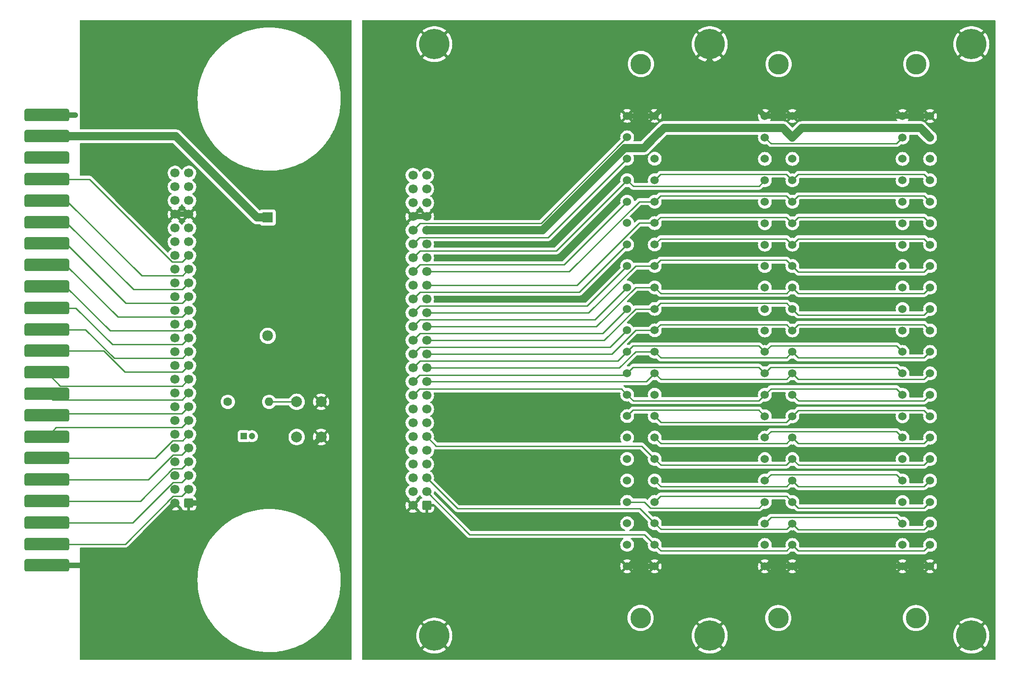
<source format=gbr>
%TF.GenerationSoftware,KiCad,Pcbnew,(6.0.4-0)*%
%TF.CreationDate,2022-07-10T14:03:26-04:00*%
%TF.ProjectId,VIC1005Reloaded-1.0-001,56494331-3030-4355-9265-6c6f61646564,1.0-001*%
%TF.SameCoordinates,Original*%
%TF.FileFunction,Copper,L1,Top*%
%TF.FilePolarity,Positive*%
%FSLAX46Y46*%
G04 Gerber Fmt 4.6, Leading zero omitted, Abs format (unit mm)*
G04 Created by KiCad (PCBNEW (6.0.4-0)) date 2022-07-10 14:03:26*
%MOMM*%
%LPD*%
G01*
G04 APERTURE LIST*
G04 Aperture macros list*
%AMRoundRect*
0 Rectangle with rounded corners*
0 $1 Rounding radius*
0 $2 $3 $4 $5 $6 $7 $8 $9 X,Y pos of 4 corners*
0 Add a 4 corners polygon primitive as box body*
4,1,4,$2,$3,$4,$5,$6,$7,$8,$9,$2,$3,0*
0 Add four circle primitives for the rounded corners*
1,1,$1+$1,$2,$3*
1,1,$1+$1,$4,$5*
1,1,$1+$1,$6,$7*
1,1,$1+$1,$8,$9*
0 Add four rect primitives between the rounded corners*
20,1,$1+$1,$2,$3,$4,$5,0*
20,1,$1+$1,$4,$5,$6,$7,0*
20,1,$1+$1,$6,$7,$8,$9,0*
20,1,$1+$1,$8,$9,$2,$3,0*%
G04 Aperture macros list end*
%TA.AperFunction,ComponentPad*%
%ADD10C,5.600000*%
%TD*%
%TA.AperFunction,SMDPad,CuDef*%
%ADD11RoundRect,0.342900X3.784600X-0.800100X3.784600X0.800100X-3.784600X0.800100X-3.784600X-0.800100X0*%
%TD*%
%TA.AperFunction,ComponentPad*%
%ADD12R,1.980000X1.980000*%
%TD*%
%TA.AperFunction,ComponentPad*%
%ADD13C,1.980000*%
%TD*%
%TA.AperFunction,ComponentPad*%
%ADD14C,1.524000*%
%TD*%
%TA.AperFunction,ComponentPad*%
%ADD15C,3.810000*%
%TD*%
%TA.AperFunction,ComponentPad*%
%ADD16C,2.000000*%
%TD*%
%TA.AperFunction,ComponentPad*%
%ADD17RoundRect,0.250000X0.600000X0.600000X-0.600000X0.600000X-0.600000X-0.600000X0.600000X-0.600000X0*%
%TD*%
%TA.AperFunction,ComponentPad*%
%ADD18C,1.700000*%
%TD*%
%TA.AperFunction,ComponentPad*%
%ADD19C,1.600000*%
%TD*%
%TA.AperFunction,ComponentPad*%
%ADD20O,1.600000X1.600000*%
%TD*%
%TA.AperFunction,ComponentPad*%
%ADD21R,1.200000X1.200000*%
%TD*%
%TA.AperFunction,ComponentPad*%
%ADD22C,1.200000*%
%TD*%
%TA.AperFunction,ViaPad*%
%ADD23C,0.800000*%
%TD*%
%TA.AperFunction,Conductor*%
%ADD24C,0.250000*%
%TD*%
%TA.AperFunction,Conductor*%
%ADD25C,1.000000*%
%TD*%
%TA.AperFunction,Conductor*%
%ADD26C,1.500000*%
%TD*%
G04 APERTURE END LIST*
D10*
%TO.P,H102,1,1*%
%TO.N,GND1*%
X99060000Y-149860000D03*
%TD*%
D11*
%TO.P,P101,1,1*%
%TO.N,GND*%
X27559000Y-136906000D03*
%TO.P,P101,2,2*%
%TO.N,BD0*%
X27559000Y-132943600D03*
%TO.P,P101,3,3*%
%TO.N,BD1*%
X27559000Y-128981200D03*
%TO.P,P101,4,4*%
%TO.N,BD2*%
X27559000Y-125018800D03*
%TO.P,P101,5,5*%
%TO.N,BD3*%
X27559000Y-121056400D03*
%TO.P,P101,6,6*%
%TO.N,BD4*%
X27559000Y-117094000D03*
%TO.P,P101,7,7*%
%TO.N,BD5*%
X27559000Y-113131600D03*
%TO.P,P101,8,8*%
%TO.N,BD6*%
X27559000Y-109169200D03*
%TO.P,P101,9,9*%
%TO.N,BD7*%
X27559000Y-105206800D03*
%TO.P,P101,10,10*%
%TO.N,BBLK1*%
X27559000Y-101244400D03*
%TO.P,P101,11,11*%
%TO.N,BBLK2*%
X27559000Y-97282000D03*
%TO.P,P101,12,12*%
%TO.N,BBLK3*%
X27559000Y-93319600D03*
%TO.P,P101,13,13*%
%TO.N,BBLK5*%
X27559000Y-89357200D03*
%TO.P,P101,14,14*%
%TO.N,BRAM1*%
X27559000Y-85394800D03*
%TO.P,P101,15,15*%
%TO.N,BRAM2*%
X27559000Y-81432400D03*
%TO.P,P101,16,16*%
%TO.N,BRAM3*%
X27559000Y-77470000D03*
%TO.P,P101,17,17*%
%TO.N,BVR#W*%
X27559000Y-73507600D03*
%TO.P,P101,18,18*%
%TO.N,BR#W*%
X27559000Y-69545200D03*
%TO.P,P101,19,19*%
%TO.N,BIRQ*%
X27559000Y-65582800D03*
%TO.P,P101,20,20*%
%TO.N,unconnected-(P101-Pad20)*%
X27559000Y-61620400D03*
%TO.P,P101,21,21*%
%TO.N,/RawVCC*%
X27559000Y-57658000D03*
%TO.P,P101,22,22*%
%TO.N,GND*%
X27559000Y-53695600D03*
%TD*%
D10*
%TO.P,H105,1,1*%
%TO.N,GND1*%
X198120000Y-40640000D03*
%TD*%
%TO.P,H101,1,1*%
%TO.N,GND1*%
X99060000Y-40640000D03*
%TD*%
D12*
%TO.P,F101,1*%
%TO.N,/RawVCC*%
X68326000Y-72644000D03*
D13*
%TO.P,F101,2*%
%TO.N,VCC*%
X68326000Y-94484000D03*
%TD*%
D14*
%TO.P,P102,1,Pin_1*%
%TO.N,GND1*%
X139700000Y-137034100D03*
%TO.P,P102,2,Pin_2*%
X134620000Y-137034100D03*
%TO.P,P102,3,Pin_3*%
%TO.N,D0*%
X139700000Y-133074100D03*
%TO.P,P102,4,Pin_4*%
%TO.N,A0*%
X134620000Y-133074100D03*
%TO.P,P102,5,Pin_5*%
%TO.N,D1*%
X139700000Y-129114100D03*
%TO.P,P102,6,Pin_6*%
%TO.N,A1*%
X134620000Y-129114100D03*
%TO.P,P102,7,Pin_7*%
%TO.N,D2*%
X139700000Y-125154100D03*
%TO.P,P102,8,Pin_8*%
%TO.N,A2*%
X134620000Y-125154100D03*
%TO.P,P102,9,Pin_9*%
%TO.N,D3*%
X139700000Y-121194100D03*
%TO.P,P102,10,Pin_10*%
%TO.N,A3*%
X134620000Y-121194100D03*
%TO.P,P102,11,Pin_11*%
%TO.N,D4*%
X139700000Y-117234100D03*
%TO.P,P102,12,Pin_12*%
%TO.N,A4*%
X134620000Y-117234100D03*
%TO.P,P102,13,Pin_13*%
%TO.N,D5*%
X139700000Y-113274100D03*
%TO.P,P102,14,Pin_14*%
%TO.N,A5*%
X134620000Y-113274100D03*
%TO.P,P102,15,Pin_15*%
%TO.N,D6*%
X139700000Y-109314100D03*
%TO.P,P102,16,Pin_16*%
%TO.N,A6*%
X134620000Y-109314100D03*
%TO.P,P102,17,Pin_17*%
%TO.N,D7*%
X139700000Y-105354100D03*
%TO.P,P102,18,Pin_18*%
%TO.N,A7*%
X134620000Y-105354100D03*
%TO.P,P102,19,Pin_19*%
%TO.N,BLK1*%
X139700000Y-101394100D03*
%TO.P,P102,20,Pin_20*%
%TO.N,A8*%
X134620000Y-101394100D03*
%TO.P,P102,21,Pin_21*%
%TO.N,BLK2*%
X139700000Y-97434100D03*
%TO.P,P102,22,Pin_22*%
%TO.N,A9*%
X134620000Y-97434100D03*
%TO.P,P102,23,Pin_23*%
%TO.N,BLK3*%
X139700000Y-93474100D03*
%TO.P,P102,24,Pin_24*%
%TO.N,A10*%
X134620000Y-93474100D03*
%TO.P,P102,25,Pin_25*%
%TO.N,BLK5*%
X139700000Y-89514100D03*
%TO.P,P102,26,Pin_26*%
%TO.N,A11*%
X134620000Y-89514100D03*
%TO.P,P102,27,Pin_27*%
%TO.N,RAM1*%
X139700000Y-85554100D03*
%TO.P,P102,28,Pin_28*%
%TO.N,A12*%
X134620000Y-85554100D03*
%TO.P,P102,29,Pin_29*%
%TO.N,RAM2*%
X139700000Y-81594100D03*
%TO.P,P102,30,Pin_30*%
%TO.N,A13*%
X134620000Y-81594100D03*
%TO.P,P102,31,Pin_31*%
%TO.N,RAM3*%
X139700000Y-77634100D03*
%TO.P,P102,32,Pin_32*%
%TO.N,IO_2*%
X134620000Y-77634100D03*
%TO.P,P102,33,Pin_33*%
%TO.N,VR#W*%
X139700000Y-73674100D03*
%TO.P,P102,34,Pin_34*%
%TO.N,IO_3*%
X134620000Y-73674100D03*
%TO.P,P102,35,Pin_35*%
%TO.N,R#W*%
X139700000Y-69714100D03*
%TO.P,P102,36,Pin_36*%
%TO.N,S02*%
X134620000Y-69714100D03*
%TO.P,P102,37,Pin_37*%
%TO.N,IRQ*%
X139700000Y-65754100D03*
%TO.P,P102,38,Pin_38*%
%TO.N,NMI*%
X134620000Y-65754100D03*
%TO.P,P102,39,Pin_39*%
%TO.N,unconnected-(P102-Pad39)*%
X139700000Y-61794100D03*
%TO.P,P102,40,Pin_40*%
%TO.N,RESET*%
X134620000Y-61794100D03*
%TO.P,P102,41,Pin_41*%
%TO.N,VDDA*%
X139700000Y-57834100D03*
%TO.P,P102,42,Pin_42*%
%TO.N,AUDIO_IN*%
X134620000Y-57834100D03*
%TO.P,P102,43,Pin_43*%
%TO.N,GND1*%
X139700000Y-53874100D03*
%TO.P,P102,44,Pin_44*%
X134620000Y-53874100D03*
D15*
%TO.P,P102,HOLE*%
%TO.N,N/C*%
X137160000Y-44297600D03*
X137096500Y-146578600D03*
%TD*%
D10*
%TO.P,H106,1,1*%
%TO.N,GND1*%
X198120000Y-149860000D03*
%TD*%
%TO.P,H103,1,1*%
%TO.N,GND1*%
X149860000Y-40640000D03*
%TD*%
D14*
%TO.P,P104,1,Pin_1*%
%TO.N,GND1*%
X190500000Y-137059500D03*
%TO.P,P104,2,Pin_2*%
X185420000Y-137059500D03*
%TO.P,P104,3,Pin_3*%
%TO.N,D0*%
X190500000Y-133099500D03*
%TO.P,P104,4,Pin_4*%
%TO.N,A0*%
X185420000Y-133099500D03*
%TO.P,P104,5,Pin_5*%
%TO.N,D1*%
X190500000Y-129139500D03*
%TO.P,P104,6,Pin_6*%
%TO.N,A1*%
X185420000Y-129139500D03*
%TO.P,P104,7,Pin_7*%
%TO.N,D2*%
X190500000Y-125179500D03*
%TO.P,P104,8,Pin_8*%
%TO.N,A2*%
X185420000Y-125179500D03*
%TO.P,P104,9,Pin_9*%
%TO.N,D3*%
X190500000Y-121219500D03*
%TO.P,P104,10,Pin_10*%
%TO.N,A3*%
X185420000Y-121219500D03*
%TO.P,P104,11,Pin_11*%
%TO.N,D4*%
X190500000Y-117259500D03*
%TO.P,P104,12,Pin_12*%
%TO.N,A4*%
X185420000Y-117259500D03*
%TO.P,P104,13,Pin_13*%
%TO.N,D5*%
X190500000Y-113299500D03*
%TO.P,P104,14,Pin_14*%
%TO.N,A5*%
X185420000Y-113299500D03*
%TO.P,P104,15,Pin_15*%
%TO.N,D6*%
X190500000Y-109339500D03*
%TO.P,P104,16,Pin_16*%
%TO.N,A6*%
X185420000Y-109339500D03*
%TO.P,P104,17,Pin_17*%
%TO.N,D7*%
X190500000Y-105379500D03*
%TO.P,P104,18,Pin_18*%
%TO.N,A7*%
X185420000Y-105379500D03*
%TO.P,P104,19,Pin_19*%
%TO.N,BLK1*%
X190500000Y-101419500D03*
%TO.P,P104,20,Pin_20*%
%TO.N,A8*%
X185420000Y-101419500D03*
%TO.P,P104,21,Pin_21*%
%TO.N,BLK2*%
X190500000Y-97459500D03*
%TO.P,P104,22,Pin_22*%
%TO.N,A9*%
X185420000Y-97459500D03*
%TO.P,P104,23,Pin_23*%
%TO.N,BLK3*%
X190500000Y-93499500D03*
%TO.P,P104,24,Pin_24*%
%TO.N,A10*%
X185420000Y-93499500D03*
%TO.P,P104,25,Pin_25*%
%TO.N,BLK5*%
X190500000Y-89539500D03*
%TO.P,P104,26,Pin_26*%
%TO.N,A11*%
X185420000Y-89539500D03*
%TO.P,P104,27,Pin_27*%
%TO.N,RAM1*%
X190500000Y-85579500D03*
%TO.P,P104,28,Pin_28*%
%TO.N,A12*%
X185420000Y-85579500D03*
%TO.P,P104,29,Pin_29*%
%TO.N,RAM2*%
X190500000Y-81619500D03*
%TO.P,P104,30,Pin_30*%
%TO.N,A13*%
X185420000Y-81619500D03*
%TO.P,P104,31,Pin_31*%
%TO.N,RAM3*%
X190500000Y-77659500D03*
%TO.P,P104,32,Pin_32*%
%TO.N,IO_2*%
X185420000Y-77659500D03*
%TO.P,P104,33,Pin_33*%
%TO.N,VR#W*%
X190500000Y-73699500D03*
%TO.P,P104,34,Pin_34*%
%TO.N,IO_3*%
X185420000Y-73699500D03*
%TO.P,P104,35,Pin_35*%
%TO.N,R#W*%
X190500000Y-69739500D03*
%TO.P,P104,36,Pin_36*%
%TO.N,S02*%
X185420000Y-69739500D03*
%TO.P,P104,37,Pin_37*%
%TO.N,IRQ*%
X190500000Y-65779500D03*
%TO.P,P104,38,Pin_38*%
%TO.N,NMI*%
X185420000Y-65779500D03*
%TO.P,P104,39,Pin_39*%
%TO.N,unconnected-(P104-Pad39)*%
X190500000Y-61819500D03*
%TO.P,P104,40,Pin_40*%
%TO.N,RESET*%
X185420000Y-61819500D03*
%TO.P,P104,41,Pin_41*%
%TO.N,VDDA*%
X190500000Y-57859500D03*
%TO.P,P104,42,Pin_42*%
%TO.N,AUDIO_IN*%
X185420000Y-57859500D03*
%TO.P,P104,43,Pin_43*%
%TO.N,GND1*%
X190500000Y-53899500D03*
%TO.P,P104,44,Pin_44*%
X185420000Y-53899500D03*
D15*
%TO.P,P104,HOLE*%
%TO.N,N/C*%
X187896500Y-146604000D03*
X187960000Y-44323000D03*
%TD*%
D16*
%TO.P,SW101,1,1*%
%TO.N,GND*%
X78160000Y-113180000D03*
X78160000Y-106680000D03*
%TO.P,SW101,2,2*%
%TO.N,Net-(C101-Pad2)*%
X73660000Y-113180000D03*
X73660000Y-106680000D03*
%TD*%
D14*
%TO.P,P103,1,Pin_1*%
%TO.N,GND1*%
X165100000Y-137059500D03*
%TO.P,P103,2,Pin_2*%
X160020000Y-137059500D03*
%TO.P,P103,3,Pin_3*%
%TO.N,D0*%
X165100000Y-133099500D03*
%TO.P,P103,4,Pin_4*%
%TO.N,A0*%
X160020000Y-133099500D03*
%TO.P,P103,5,Pin_5*%
%TO.N,D1*%
X165100000Y-129139500D03*
%TO.P,P103,6,Pin_6*%
%TO.N,A1*%
X160020000Y-129139500D03*
%TO.P,P103,7,Pin_7*%
%TO.N,D2*%
X165100000Y-125179500D03*
%TO.P,P103,8,Pin_8*%
%TO.N,A2*%
X160020000Y-125179500D03*
%TO.P,P103,9,Pin_9*%
%TO.N,D3*%
X165100000Y-121219500D03*
%TO.P,P103,10,Pin_10*%
%TO.N,A3*%
X160020000Y-121219500D03*
%TO.P,P103,11,Pin_11*%
%TO.N,D4*%
X165100000Y-117259500D03*
%TO.P,P103,12,Pin_12*%
%TO.N,A4*%
X160020000Y-117259500D03*
%TO.P,P103,13,Pin_13*%
%TO.N,D5*%
X165100000Y-113299500D03*
%TO.P,P103,14,Pin_14*%
%TO.N,A5*%
X160020000Y-113299500D03*
%TO.P,P103,15,Pin_15*%
%TO.N,D6*%
X165100000Y-109339500D03*
%TO.P,P103,16,Pin_16*%
%TO.N,A6*%
X160020000Y-109339500D03*
%TO.P,P103,17,Pin_17*%
%TO.N,D7*%
X165100000Y-105379500D03*
%TO.P,P103,18,Pin_18*%
%TO.N,A7*%
X160020000Y-105379500D03*
%TO.P,P103,19,Pin_19*%
%TO.N,BLK1*%
X165100000Y-101419500D03*
%TO.P,P103,20,Pin_20*%
%TO.N,A8*%
X160020000Y-101419500D03*
%TO.P,P103,21,Pin_21*%
%TO.N,BLK2*%
X165100000Y-97459500D03*
%TO.P,P103,22,Pin_22*%
%TO.N,A9*%
X160020000Y-97459500D03*
%TO.P,P103,23,Pin_23*%
%TO.N,BLK3*%
X165100000Y-93499500D03*
%TO.P,P103,24,Pin_24*%
%TO.N,A10*%
X160020000Y-93499500D03*
%TO.P,P103,25,Pin_25*%
%TO.N,BLK5*%
X165100000Y-89539500D03*
%TO.P,P103,26,Pin_26*%
%TO.N,A11*%
X160020000Y-89539500D03*
%TO.P,P103,27,Pin_27*%
%TO.N,RAM1*%
X165100000Y-85579500D03*
%TO.P,P103,28,Pin_28*%
%TO.N,A12*%
X160020000Y-85579500D03*
%TO.P,P103,29,Pin_29*%
%TO.N,RAM2*%
X165100000Y-81619500D03*
%TO.P,P103,30,Pin_30*%
%TO.N,A13*%
X160020000Y-81619500D03*
%TO.P,P103,31,Pin_31*%
%TO.N,RAM3*%
X165100000Y-77659500D03*
%TO.P,P103,32,Pin_32*%
%TO.N,IO_2*%
X160020000Y-77659500D03*
%TO.P,P103,33,Pin_33*%
%TO.N,VR#W*%
X165100000Y-73699500D03*
%TO.P,P103,34,Pin_34*%
%TO.N,IO_3*%
X160020000Y-73699500D03*
%TO.P,P103,35,Pin_35*%
%TO.N,R#W*%
X165100000Y-69739500D03*
%TO.P,P103,36,Pin_36*%
%TO.N,S02*%
X160020000Y-69739500D03*
%TO.P,P103,37,Pin_37*%
%TO.N,IRQ*%
X165100000Y-65779500D03*
%TO.P,P103,38,Pin_38*%
%TO.N,NMI*%
X160020000Y-65779500D03*
%TO.P,P103,39,Pin_39*%
%TO.N,unconnected-(P103-Pad39)*%
X165100000Y-61819500D03*
%TO.P,P103,40,Pin_40*%
%TO.N,RESET*%
X160020000Y-61819500D03*
%TO.P,P103,41,Pin_41*%
%TO.N,VDDA*%
X165100000Y-57859500D03*
%TO.P,P103,42,Pin_42*%
%TO.N,AUDIO_IN*%
X160020000Y-57859500D03*
%TO.P,P103,43,Pin_43*%
%TO.N,GND1*%
X165100000Y-53899500D03*
%TO.P,P103,44,Pin_44*%
X160020000Y-53899500D03*
D15*
%TO.P,P103,HOLE*%
%TO.N,N/C*%
X162560000Y-44323000D03*
X162496500Y-146604000D03*
%TD*%
D17*
%TO.P,J101,1,Pin_1*%
%TO.N,GND*%
X53771800Y-125399800D03*
D18*
%TO.P,J101,2,Pin_2*%
X51231800Y-125399800D03*
%TO.P,J101,3,Pin_3*%
%TO.N,BD0*%
X53771800Y-122859800D03*
%TO.P,J101,4,Pin_4*%
%TO.N,BA0*%
X51231800Y-122859800D03*
%TO.P,J101,5,Pin_5*%
%TO.N,BD1*%
X53771800Y-120319800D03*
%TO.P,J101,6,Pin_6*%
%TO.N,BA1*%
X51231800Y-120319800D03*
%TO.P,J101,7,Pin_7*%
%TO.N,BD2*%
X53771800Y-117779800D03*
%TO.P,J101,8,Pin_8*%
%TO.N,BA2*%
X51231800Y-117779800D03*
%TO.P,J101,9,Pin_9*%
%TO.N,BD3*%
X53771800Y-115239800D03*
%TO.P,J101,10,Pin_10*%
%TO.N,BA3*%
X51231800Y-115239800D03*
%TO.P,J101,11,Pin_11*%
%TO.N,BD4*%
X53771800Y-112699800D03*
%TO.P,J101,12,Pin_12*%
%TO.N,BA4*%
X51231800Y-112699800D03*
%TO.P,J101,13,Pin_13*%
%TO.N,BD5*%
X53771800Y-110159800D03*
%TO.P,J101,14,Pin_14*%
%TO.N,BA5*%
X51231800Y-110159800D03*
%TO.P,J101,15,Pin_15*%
%TO.N,BD6*%
X53771800Y-107619800D03*
%TO.P,J101,16,Pin_16*%
%TO.N,BA6*%
X51231800Y-107619800D03*
%TO.P,J101,17,Pin_17*%
%TO.N,BD7*%
X53771800Y-105079800D03*
%TO.P,J101,18,Pin_18*%
%TO.N,BA7*%
X51231800Y-105079800D03*
%TO.P,J101,19,Pin_19*%
%TO.N,BBLK1*%
X53771800Y-102539800D03*
%TO.P,J101,20,Pin_20*%
%TO.N,BA8*%
X51231800Y-102539800D03*
%TO.P,J101,21,Pin_21*%
%TO.N,BBLK2*%
X53771800Y-99999800D03*
%TO.P,J101,22,Pin_22*%
%TO.N,BA9*%
X51231800Y-99999800D03*
%TO.P,J101,23,Pin_23*%
%TO.N,BBLK3*%
X53771800Y-97459800D03*
%TO.P,J101,24,Pin_24*%
%TO.N,BA10*%
X51231800Y-97459800D03*
%TO.P,J101,25,Pin_25*%
%TO.N,BBLK5*%
X53771800Y-94919800D03*
%TO.P,J101,26,Pin_26*%
%TO.N,BA11*%
X51231800Y-94919800D03*
%TO.P,J101,27,Pin_27*%
%TO.N,BRAM1*%
X53771800Y-92379800D03*
%TO.P,J101,28,Pin_28*%
%TO.N,BA12*%
X51231800Y-92379800D03*
%TO.P,J101,29,Pin_29*%
%TO.N,BRAM2*%
X53771800Y-89839800D03*
%TO.P,J101,30,Pin_30*%
%TO.N,BA13*%
X51231800Y-89839800D03*
%TO.P,J101,31,Pin_31*%
%TO.N,BRAM3*%
X53771800Y-87299800D03*
%TO.P,J101,32,Pin_32*%
%TO.N,BIO_2*%
X51231800Y-87299800D03*
%TO.P,J101,33,Pin_33*%
%TO.N,BVR#W*%
X53771800Y-84759800D03*
%TO.P,J101,34,Pin_34*%
%TO.N,BIO_3*%
X51231800Y-84759800D03*
%TO.P,J101,35,Pin_35*%
%TO.N,BR#W*%
X53771800Y-82219800D03*
%TO.P,J101,36,Pin_36*%
%TO.N,BS02*%
X51231800Y-82219800D03*
%TO.P,J101,37,Pin_37*%
%TO.N,BIRQ*%
X53771800Y-79679800D03*
%TO.P,J101,38,Pin_38*%
%TO.N,BNMI*%
X51231800Y-79679800D03*
%TO.P,J101,39,Pin_39*%
%TO.N,unconnected-(J101-Pad39)*%
X53771800Y-77139800D03*
%TO.P,J101,40,Pin_40*%
%TO.N,BRESET*%
X51231800Y-77139800D03*
%TO.P,J101,41,Pin_41*%
%TO.N,VCC*%
X53771800Y-74599800D03*
%TO.P,J101,42,Pin_42*%
%TO.N,BAUDIO_IN*%
X51231800Y-74599800D03*
%TO.P,J101,43,Pin_43*%
%TO.N,GND*%
X53771800Y-72059800D03*
%TO.P,J101,44,Pin_44*%
X51231800Y-72059800D03*
%TO.P,J101,45,Pin_45*%
%TO.N,unconnected-(J101-Pad45)*%
X53771800Y-69519800D03*
%TO.P,J101,46,Pin_46*%
%TO.N,unconnected-(J101-Pad46)*%
X51231800Y-69519800D03*
%TO.P,J101,47,Pin_47*%
%TO.N,unconnected-(J101-Pad47)*%
X53771800Y-66979800D03*
%TO.P,J101,48,Pin_48*%
%TO.N,unconnected-(J101-Pad48)*%
X51231800Y-66979800D03*
%TO.P,J101,49,Pin_49*%
%TO.N,unconnected-(J101-Pad49)*%
X53771800Y-64439800D03*
%TO.P,J101,50,Pin_50*%
%TO.N,unconnected-(J101-Pad50)*%
X51231800Y-64439800D03*
%TD*%
D10*
%TO.P,H104,1,1*%
%TO.N,GND1*%
X149860000Y-149860000D03*
%TD*%
D19*
%TO.P,R101,1*%
%TO.N,BRESET*%
X60960000Y-106680000D03*
D20*
%TO.P,R101,2*%
%TO.N,Net-(C101-Pad2)*%
X68580000Y-106680000D03*
%TD*%
D21*
%TO.P,C101,1*%
%TO.N,BRESET*%
X63905000Y-113030000D03*
D22*
%TO.P,C101,2*%
%TO.N,Net-(C101-Pad2)*%
X65405000Y-113030000D03*
%TD*%
D17*
%TO.P,J102,1,Pin_1*%
%TO.N,GND1*%
X97637600Y-125806200D03*
D18*
%TO.P,J102,2,Pin_2*%
X95097600Y-125806200D03*
%TO.P,J102,3,Pin_3*%
%TO.N,D0*%
X97637600Y-123266200D03*
%TO.P,J102,4,Pin_4*%
%TO.N,A0*%
X95097600Y-123266200D03*
%TO.P,J102,5,Pin_5*%
%TO.N,D1*%
X97637600Y-120726200D03*
%TO.P,J102,6,Pin_6*%
%TO.N,A1*%
X95097600Y-120726200D03*
%TO.P,J102,7,Pin_7*%
%TO.N,D2*%
X97637600Y-118186200D03*
%TO.P,J102,8,Pin_8*%
%TO.N,A2*%
X95097600Y-118186200D03*
%TO.P,J102,9,Pin_9*%
%TO.N,D3*%
X97637600Y-115646200D03*
%TO.P,J102,10,Pin_10*%
%TO.N,A3*%
X95097600Y-115646200D03*
%TO.P,J102,11,Pin_11*%
%TO.N,D4*%
X97637600Y-113106200D03*
%TO.P,J102,12,Pin_12*%
%TO.N,A4*%
X95097600Y-113106200D03*
%TO.P,J102,13,Pin_13*%
%TO.N,D5*%
X97637600Y-110566200D03*
%TO.P,J102,14,Pin_14*%
%TO.N,A5*%
X95097600Y-110566200D03*
%TO.P,J102,15,Pin_15*%
%TO.N,D6*%
X97637600Y-108026200D03*
%TO.P,J102,16,Pin_16*%
%TO.N,A6*%
X95097600Y-108026200D03*
%TO.P,J102,17,Pin_17*%
%TO.N,D7*%
X97637600Y-105486200D03*
%TO.P,J102,18,Pin_18*%
%TO.N,A7*%
X95097600Y-105486200D03*
%TO.P,J102,19,Pin_19*%
%TO.N,BLK1*%
X97637600Y-102946200D03*
%TO.P,J102,20,Pin_20*%
%TO.N,A8*%
X95097600Y-102946200D03*
%TO.P,J102,21,Pin_21*%
%TO.N,BLK2*%
X97637600Y-100406200D03*
%TO.P,J102,22,Pin_22*%
%TO.N,A9*%
X95097600Y-100406200D03*
%TO.P,J102,23,Pin_23*%
%TO.N,BLK3*%
X97637600Y-97866200D03*
%TO.P,J102,24,Pin_24*%
%TO.N,A10*%
X95097600Y-97866200D03*
%TO.P,J102,25,Pin_25*%
%TO.N,BLK5*%
X97637600Y-95326200D03*
%TO.P,J102,26,Pin_26*%
%TO.N,A11*%
X95097600Y-95326200D03*
%TO.P,J102,27,Pin_27*%
%TO.N,RAM1*%
X97637600Y-92786200D03*
%TO.P,J102,28,Pin_28*%
%TO.N,A12*%
X95097600Y-92786200D03*
%TO.P,J102,29,Pin_29*%
%TO.N,RAM2*%
X97637600Y-90246200D03*
%TO.P,J102,30,Pin_30*%
%TO.N,A13*%
X95097600Y-90246200D03*
%TO.P,J102,31,Pin_31*%
%TO.N,RAM3*%
X97637600Y-87706200D03*
%TO.P,J102,32,Pin_32*%
%TO.N,IO_2*%
X95097600Y-87706200D03*
%TO.P,J102,33,Pin_33*%
%TO.N,VR#W*%
X97637600Y-85166200D03*
%TO.P,J102,34,Pin_34*%
%TO.N,IO_3*%
X95097600Y-85166200D03*
%TO.P,J102,35,Pin_35*%
%TO.N,R#W*%
X97637600Y-82626200D03*
%TO.P,J102,36,Pin_36*%
%TO.N,S02*%
X95097600Y-82626200D03*
%TO.P,J102,37,Pin_37*%
%TO.N,IRQ*%
X97637600Y-80086200D03*
%TO.P,J102,38,Pin_38*%
%TO.N,NMI*%
X95097600Y-80086200D03*
%TO.P,J102,39,Pin_39*%
%TO.N,unconnected-(J102-Pad39)*%
X97637600Y-77546200D03*
%TO.P,J102,40,Pin_40*%
%TO.N,RESET*%
X95097600Y-77546200D03*
%TO.P,J102,41,Pin_41*%
%TO.N,VDDA*%
X97637600Y-75006200D03*
%TO.P,J102,42,Pin_42*%
%TO.N,AUDIO_IN*%
X95097600Y-75006200D03*
%TO.P,J102,43,Pin_43*%
%TO.N,GND1*%
X97637600Y-72466200D03*
%TO.P,J102,44,Pin_44*%
X95097600Y-72466200D03*
%TO.P,J102,45,Pin_45*%
%TO.N,unconnected-(J102-Pad45)*%
X97637600Y-69926200D03*
%TO.P,J102,46,Pin_46*%
%TO.N,unconnected-(J102-Pad46)*%
X95097600Y-69926200D03*
%TO.P,J102,47,Pin_47*%
%TO.N,unconnected-(J102-Pad47)*%
X97637600Y-67386200D03*
%TO.P,J102,48,Pin_48*%
%TO.N,unconnected-(J102-Pad48)*%
X95097600Y-67386200D03*
%TO.P,J102,49,Pin_49*%
%TO.N,unconnected-(J102-Pad49)*%
X97637600Y-64846200D03*
%TO.P,J102,50,Pin_50*%
%TO.N,unconnected-(J102-Pad50)*%
X95097600Y-64846200D03*
%TD*%
D23*
%TO.N,GND*%
X32812500Y-53695600D03*
%TD*%
D24*
%TO.N,Net-(C101-Pad2)*%
X68580000Y-106680000D02*
X73660000Y-106680000D01*
D25*
%TO.N,GND1*%
X165100000Y-137059500D02*
X185420000Y-137059500D01*
X139700000Y-137034100D02*
X134620000Y-137034100D01*
X185420000Y-137059500D02*
X190500000Y-137059500D01*
X134620000Y-53874100D02*
X139700000Y-53874100D01*
X139700000Y-53874100D02*
X149834600Y-43739500D01*
X160020000Y-53899500D02*
X149860000Y-43739500D01*
X160020000Y-137059500D02*
X165100000Y-137059500D01*
X165100000Y-53899500D02*
X185420000Y-53899500D01*
X185420000Y-53899500D02*
X190500000Y-53899500D01*
X149860000Y-43739500D02*
X149860000Y-40640000D01*
X149834600Y-43739500D02*
X149860000Y-43739500D01*
X165100000Y-53899500D02*
X160020000Y-53899500D01*
X95097600Y-72466200D02*
X97637600Y-72466200D01*
%TO.N,GND*%
X27559000Y-53695600D02*
X32812500Y-53695600D01*
X51231800Y-125399800D02*
X39725600Y-136906000D01*
X51231800Y-72059800D02*
X53771800Y-72059800D01*
X39725600Y-136906000D02*
X27559000Y-136906000D01*
X65940200Y-125399800D02*
X78160000Y-113180000D01*
X53771800Y-125399800D02*
X65940200Y-125399800D01*
D24*
%TO.N,BD0*%
X50828100Y-124129800D02*
X42014300Y-132943600D01*
X53771800Y-122859800D02*
X52501800Y-124129800D01*
X42014300Y-132943600D02*
X27559000Y-132943600D01*
X52501800Y-124129800D02*
X50828100Y-124129800D01*
%TO.N,BD1*%
X43429300Y-128981200D02*
X27559000Y-128981200D01*
X53771800Y-120319800D02*
X52501800Y-121589800D01*
X52501800Y-121589800D02*
X50820700Y-121589800D01*
X50820700Y-121589800D02*
X43429300Y-128981200D01*
%TO.N,BD2*%
X52501800Y-119049800D02*
X50792300Y-119049800D01*
X44823300Y-125018800D02*
X27559000Y-125018800D01*
X50792300Y-119049800D02*
X44823300Y-125018800D01*
X53771800Y-117779800D02*
X52501800Y-119049800D01*
%TO.N,BD3*%
X50830700Y-116509800D02*
X46284100Y-121056400D01*
X53771800Y-115239800D02*
X52501800Y-116509800D01*
X46284100Y-121056400D02*
X27559000Y-121056400D01*
X52501800Y-116509800D02*
X50830700Y-116509800D01*
%TO.N,BD4*%
X53771800Y-112699800D02*
X52596400Y-113875200D01*
X52596400Y-113875200D02*
X50782500Y-113875200D01*
X47563700Y-117094000D02*
X27559000Y-117094000D01*
X50782500Y-113875200D02*
X47563700Y-117094000D01*
%TO.N,BD5*%
X52501800Y-111429800D02*
X29260800Y-111429800D01*
X53771800Y-110159800D02*
X52501800Y-111429800D01*
X29260800Y-111429800D02*
X27559000Y-113131600D01*
%TO.N,BD6*%
X27838400Y-108889800D02*
X27559000Y-109169200D01*
X53771800Y-107619800D02*
X52501800Y-108889800D01*
X52501800Y-108889800D02*
X27838400Y-108889800D01*
%TO.N,BD7*%
X53771800Y-105079800D02*
X52573200Y-106278400D01*
X52573200Y-106278400D02*
X28630600Y-106278400D01*
X28630600Y-106278400D02*
X27559000Y-105206800D01*
%TO.N,BBLK1*%
X30051700Y-103737100D02*
X27559000Y-101244400D01*
X53771800Y-102539800D02*
X52574500Y-103737100D01*
X52574500Y-103737100D02*
X30051700Y-103737100D01*
%TO.N,BBLK2*%
X41953900Y-101190400D02*
X38045500Y-97282000D01*
X38045500Y-97282000D02*
X27559000Y-97282000D01*
X52581200Y-101190400D02*
X41953900Y-101190400D01*
X53771800Y-99999800D02*
X52581200Y-101190400D01*
%TO.N,BBLK3*%
X34720000Y-93319600D02*
X27559000Y-93319600D01*
X52595800Y-98635800D02*
X40036200Y-98635800D01*
X40036200Y-98635800D02*
X34720000Y-93319600D01*
X53771800Y-97459800D02*
X52595800Y-98635800D01*
%TO.N,BBLK5*%
X53771800Y-94919800D02*
X52585600Y-96106000D01*
X39647000Y-96106000D02*
X32898200Y-89357200D01*
X32898200Y-89357200D02*
X27559000Y-89357200D01*
X52585600Y-96106000D02*
X39647000Y-96106000D01*
%TO.N,BRAM1*%
X31076700Y-85394800D02*
X27559000Y-85394800D01*
X53771800Y-92379800D02*
X52581900Y-93569700D01*
X52581900Y-93569700D02*
X39251600Y-93569700D01*
X39251600Y-93569700D02*
X31076700Y-85394800D01*
%TO.N,BRAM2*%
X53771800Y-89839800D02*
X52581700Y-91029900D01*
X31080200Y-81432400D02*
X27559000Y-81432400D01*
X52581700Y-91029900D02*
X40677700Y-91029900D01*
X40677700Y-91029900D02*
X31080200Y-81432400D01*
%TO.N,BRAM3*%
X31090600Y-77470000D02*
X27559000Y-77470000D01*
X52581500Y-88490100D02*
X42110700Y-88490100D01*
X42110700Y-88490100D02*
X31090600Y-77470000D01*
X53771800Y-87299800D02*
X52581500Y-88490100D01*
%TO.N,BVR#W*%
X31121800Y-73507600D02*
X27559000Y-73507600D01*
X53771800Y-84759800D02*
X52579600Y-85952000D01*
X52579600Y-85952000D02*
X43566200Y-85952000D01*
X43566200Y-85952000D02*
X31121800Y-73507600D01*
%TO.N,BR#W*%
X53771800Y-82219800D02*
X52591700Y-83399900D01*
X52591700Y-83399900D02*
X45070200Y-83399900D01*
X31215500Y-69545200D02*
X27559000Y-69545200D01*
X45070200Y-83399900D02*
X31215500Y-69545200D01*
%TO.N,BIRQ*%
X52581200Y-80870400D02*
X50709500Y-80870400D01*
X53771800Y-79679800D02*
X52581200Y-80870400D01*
X35421900Y-65582800D02*
X27559000Y-65582800D01*
X50709500Y-80870400D02*
X35421900Y-65582800D01*
%TO.N,D0*%
X139700000Y-133074100D02*
X140812800Y-134186900D01*
X105544500Y-131173100D02*
X137799000Y-131173100D01*
X189399600Y-134199900D02*
X190500000Y-133099500D01*
X140812800Y-134186900D02*
X164012600Y-134186900D01*
X166200400Y-134199900D02*
X189399600Y-134199900D01*
X165100000Y-133099500D02*
X166200400Y-134199900D01*
X97637600Y-123266200D02*
X105544500Y-131173100D01*
X164012600Y-134186900D02*
X165100000Y-133099500D01*
X137799000Y-131173100D02*
X139700000Y-133074100D01*
%TO.N,D1*%
X165100000Y-129139500D02*
X166200400Y-130239900D01*
X140812800Y-130226900D02*
X164012600Y-130226900D01*
X139700000Y-129114100D02*
X140812800Y-130226900D01*
X97637600Y-120726200D02*
X103305200Y-126393800D01*
X166200400Y-130239900D02*
X189399600Y-130239900D01*
X103305200Y-126393800D02*
X136979700Y-126393800D01*
X164012600Y-130226900D02*
X165100000Y-129139500D01*
X136979700Y-126393800D02*
X139700000Y-129114100D01*
X189399600Y-130239900D02*
X190500000Y-129139500D01*
%TO.N,A1*%
X161133800Y-128025700D02*
X184306200Y-128025700D01*
X184306200Y-128025700D02*
X185420000Y-129139500D01*
X160020000Y-129139500D02*
X161133800Y-128025700D01*
%TO.N,D2*%
X189399600Y-126279900D02*
X190500000Y-125179500D01*
X139700000Y-125154100D02*
X140762400Y-124091700D01*
X164012200Y-124091700D02*
X165100000Y-125179500D01*
X140762400Y-124091700D02*
X164012200Y-124091700D01*
X166200400Y-126279900D02*
X189399600Y-126279900D01*
X165100000Y-125179500D02*
X166200400Y-126279900D01*
%TO.N,A2*%
X137823300Y-125154100D02*
X134620000Y-125154100D01*
X158930500Y-126269000D02*
X138938200Y-126269000D01*
X160020000Y-125179500D02*
X158930500Y-126269000D01*
X138938200Y-126269000D02*
X137823300Y-125154100D01*
%TO.N,D3*%
X140812800Y-122306900D02*
X164012600Y-122306900D01*
X166200400Y-122319900D02*
X189399600Y-122319900D01*
X139700000Y-121194100D02*
X140812800Y-122306900D01*
X165100000Y-121219500D02*
X166200400Y-122319900D01*
X164012600Y-122306900D02*
X165100000Y-121219500D01*
X189399600Y-122319900D02*
X190500000Y-121219500D01*
%TO.N,A3*%
X160020000Y-121219500D02*
X161133800Y-120105700D01*
X161133800Y-120105700D02*
X184306200Y-120105700D01*
X184306200Y-120105700D02*
X185420000Y-121219500D01*
%TO.N,D4*%
X164010100Y-118349400D02*
X140815300Y-118349400D01*
X99368700Y-114837300D02*
X137303200Y-114837300D01*
X165100000Y-117259500D02*
X164010100Y-118349400D01*
X165100000Y-117259500D02*
X166211900Y-118371400D01*
X137303200Y-114837300D02*
X139700000Y-117234100D01*
X97637600Y-113106200D02*
X99368700Y-114837300D01*
X189388100Y-118371400D02*
X190500000Y-117259500D01*
X166211900Y-118371400D02*
X189388100Y-118371400D01*
X140815300Y-118349400D02*
X139700000Y-117234100D01*
%TO.N,D5*%
X139700000Y-113274100D02*
X140812800Y-114386900D01*
X189406500Y-114393000D02*
X190500000Y-113299500D01*
X165100000Y-113299500D02*
X166193500Y-114393000D01*
X164012600Y-114386900D02*
X165100000Y-113299500D01*
X140812800Y-114386900D02*
X164012600Y-114386900D01*
X166193500Y-114393000D02*
X189406500Y-114393000D01*
%TO.N,A5*%
X161133800Y-112185700D02*
X184306200Y-112185700D01*
X160020000Y-113299500D02*
X161133800Y-112185700D01*
X184306200Y-112185700D02*
X185420000Y-113299500D01*
%TO.N,D6*%
X140828000Y-110442100D02*
X163997400Y-110442100D01*
X166211200Y-108228300D02*
X189388800Y-108228300D01*
X165100000Y-109339500D02*
X166211200Y-108228300D01*
X189388800Y-108228300D02*
X190500000Y-109339500D01*
X139700000Y-109314100D02*
X140828000Y-110442100D01*
X163997400Y-110442100D02*
X165100000Y-109339500D01*
%TO.N,A6*%
X158883400Y-108202900D02*
X160020000Y-109339500D01*
X134620000Y-109314100D02*
X135731200Y-108202900D01*
X135731200Y-108202900D02*
X158883400Y-108202900D01*
%TO.N,D7*%
X189386500Y-106493000D02*
X190500000Y-105379500D01*
X165100000Y-105379500D02*
X166213500Y-106493000D01*
X166213500Y-106493000D02*
X189386500Y-106493000D01*
%TO.N,A7*%
X96296500Y-104287300D02*
X95097600Y-105486200D01*
X135744100Y-106478200D02*
X134620000Y-105354100D01*
X161133800Y-104265700D02*
X160020000Y-105379500D01*
X158921300Y-106478200D02*
X135744100Y-106478200D01*
X134620000Y-105354100D02*
X133553200Y-104287300D01*
X160020000Y-105379500D02*
X158921300Y-106478200D01*
X184306200Y-104265700D02*
X161133800Y-104265700D01*
X133553200Y-104287300D02*
X96296500Y-104287300D01*
X185420000Y-105379500D02*
X184306200Y-104265700D01*
%TO.N,BLK1*%
X140812800Y-102506900D02*
X164012600Y-102506900D01*
X139700000Y-101394100D02*
X140812800Y-102506900D01*
X166200400Y-102519900D02*
X189399600Y-102519900D01*
X165100000Y-101419500D02*
X166200400Y-102519900D01*
X189399600Y-102519900D02*
X190500000Y-101419500D01*
X97637600Y-102946200D02*
X138147900Y-102946200D01*
X164012600Y-102506900D02*
X165100000Y-101419500D01*
X138147900Y-102946200D02*
X139700000Y-101394100D01*
%TO.N,A8*%
X184321100Y-100320600D02*
X185420000Y-101419500D01*
X135718400Y-100295700D02*
X134620000Y-101394100D01*
X95097600Y-102946200D02*
X96287900Y-101755900D01*
X161118900Y-100320600D02*
X184321100Y-100320600D01*
X160020000Y-101419500D02*
X158896200Y-100295700D01*
X158896200Y-100295700D02*
X135718400Y-100295700D01*
X134258200Y-101755900D02*
X134620000Y-101394100D01*
X160020000Y-101419500D02*
X161118900Y-100320600D01*
X96287900Y-101755900D02*
X134258200Y-101755900D01*
%TO.N,BLK2*%
X136157900Y-97434100D02*
X139700000Y-97434100D01*
X139700000Y-97434100D02*
X140812800Y-98546900D01*
X133185800Y-100406200D02*
X136157900Y-97434100D01*
X165100000Y-97459500D02*
X166193500Y-98553000D01*
X140812800Y-98546900D02*
X164012600Y-98546900D01*
X164012600Y-98546900D02*
X165100000Y-97459500D01*
X97637600Y-100406200D02*
X133185800Y-100406200D01*
X166193500Y-98553000D02*
X189406500Y-98553000D01*
X189406500Y-98553000D02*
X190500000Y-97459500D01*
%TO.N,A9*%
X132917900Y-99136200D02*
X134620000Y-97434100D01*
X161133800Y-96345700D02*
X184306200Y-96345700D01*
X160020000Y-97459500D02*
X161133800Y-96345700D01*
X96367600Y-99136200D02*
X132917900Y-99136200D01*
X160020000Y-97459500D02*
X158893700Y-96333200D01*
X135720900Y-96333200D02*
X134620000Y-97434100D01*
X184306200Y-96345700D02*
X185420000Y-97459500D01*
X158893700Y-96333200D02*
X135720900Y-96333200D01*
X95097600Y-100406200D02*
X96367600Y-99136200D01*
%TO.N,BLK3*%
X140762200Y-92411900D02*
X164012400Y-92411900D01*
X136157900Y-93474100D02*
X131765800Y-97866200D01*
X166211200Y-92388300D02*
X189388800Y-92388300D01*
X139700000Y-93474100D02*
X140762200Y-92411900D01*
X189388800Y-92388300D02*
X190500000Y-93499500D01*
X164012400Y-92411900D02*
X165100000Y-93499500D01*
X139700000Y-93474100D02*
X136157900Y-93474100D01*
X165100000Y-93499500D02*
X166211200Y-92388300D01*
X131765800Y-97866200D02*
X97637600Y-97866200D01*
%TO.N,A10*%
X95097600Y-97866200D02*
X96367600Y-96596200D01*
X96367600Y-96596200D02*
X131497900Y-96596200D01*
X131497900Y-96596200D02*
X134620000Y-93474100D01*
%TO.N,BLK5*%
X165100000Y-89539500D02*
X166203800Y-90643300D01*
X140762200Y-88451900D02*
X164012400Y-88451900D01*
X136157900Y-89514100D02*
X139700000Y-89514100D01*
X139700000Y-89514100D02*
X140762200Y-88451900D01*
X164012400Y-88451900D02*
X165100000Y-89539500D01*
X189396200Y-90643300D02*
X190500000Y-89539500D01*
X97637600Y-95326200D02*
X130345800Y-95326200D01*
X130345800Y-95326200D02*
X136157900Y-89514100D01*
X166203800Y-90643300D02*
X189396200Y-90643300D01*
%TO.N,A11*%
X95097600Y-95326200D02*
X96367600Y-94056200D01*
X96367600Y-94056200D02*
X130077900Y-94056200D01*
X130077900Y-94056200D02*
X134620000Y-89514100D01*
%TO.N,RAM1*%
X128925800Y-92786200D02*
X136157900Y-85554100D01*
X97637600Y-92786200D02*
X128925800Y-92786200D01*
X189399400Y-86680100D02*
X190500000Y-85579500D01*
X139700000Y-85554100D02*
X140813400Y-86667500D01*
X164012000Y-86667500D02*
X165100000Y-85579500D01*
X140813400Y-86667500D02*
X164012000Y-86667500D01*
X166200600Y-86680100D02*
X189399400Y-86680100D01*
X165100000Y-85579500D02*
X166200600Y-86680100D01*
X136157900Y-85554100D02*
X139700000Y-85554100D01*
%TO.N,A12*%
X95097600Y-92786200D02*
X96367600Y-91516200D01*
X128657900Y-91516200D02*
X134620000Y-85554100D01*
X96367600Y-91516200D02*
X128657900Y-91516200D01*
%TO.N,RAM2*%
X189409500Y-82710000D02*
X190500000Y-81619500D01*
X139700000Y-81594100D02*
X140799500Y-80494600D01*
X140799500Y-80494600D02*
X163975100Y-80494600D01*
X136157900Y-81594100D02*
X139700000Y-81594100D01*
X97637600Y-90246200D02*
X127505800Y-90246200D01*
X165100000Y-81619500D02*
X166190500Y-82710000D01*
X166190500Y-82710000D02*
X189409500Y-82710000D01*
X127505800Y-90246200D02*
X136157900Y-81594100D01*
X163975100Y-80494600D02*
X165100000Y-81619500D01*
%TO.N,A13*%
X127237900Y-88976200D02*
X134620000Y-81594100D01*
X96367600Y-88976200D02*
X127237900Y-88976200D01*
X95097600Y-90246200D02*
X96367600Y-88976200D01*
%TO.N,RAM3*%
X166201300Y-76558200D02*
X189398700Y-76558200D01*
X164004700Y-76564200D02*
X140769900Y-76564200D01*
X140769900Y-76564200D02*
X139700000Y-77634100D01*
X165100000Y-77659500D02*
X166201300Y-76558200D01*
X189398700Y-76558200D02*
X190500000Y-77659500D01*
X165100000Y-77659500D02*
X164004700Y-76564200D01*
%TO.N,IO_2*%
X95097600Y-87706200D02*
X96367600Y-86436200D01*
X125817900Y-86436200D02*
X134620000Y-77634100D01*
X96367600Y-86436200D02*
X125817900Y-86436200D01*
%TO.N,VR#W*%
X125353800Y-85166200D02*
X97637600Y-85166200D01*
X189398700Y-72598200D02*
X190500000Y-73699500D01*
X165100000Y-73699500D02*
X164004700Y-72604200D01*
X136845900Y-73674100D02*
X125353800Y-85166200D01*
X166201300Y-72598200D02*
X189398700Y-72598200D01*
X164004700Y-72604200D02*
X140769900Y-72604200D01*
X140769900Y-72604200D02*
X139700000Y-73674100D01*
X139700000Y-73674100D02*
X136845900Y-73674100D01*
X165100000Y-73699500D02*
X166201300Y-72598200D01*
%TO.N,R#W*%
X139700000Y-69714100D02*
X136845900Y-69714100D01*
X166201100Y-68638400D02*
X189398900Y-68638400D01*
X136845900Y-69714100D02*
X123933800Y-82626200D01*
X165100000Y-69739500D02*
X164004700Y-68644200D01*
X140769900Y-68644200D02*
X139700000Y-69714100D01*
X164004700Y-68644200D02*
X140769900Y-68644200D01*
X189398900Y-68638400D02*
X190500000Y-69739500D01*
X165100000Y-69739500D02*
X166201100Y-68638400D01*
X123933800Y-82626200D02*
X97637600Y-82626200D01*
%TO.N,S02*%
X96367600Y-81356200D02*
X122977900Y-81356200D01*
X122977900Y-81356200D02*
X134620000Y-69714100D01*
X95097600Y-82626200D02*
X96367600Y-81356200D01*
%TO.N,IRQ*%
X189388800Y-64668300D02*
X190500000Y-65779500D01*
X140794100Y-64660000D02*
X139700000Y-65754100D01*
X165100000Y-65779500D02*
X166211200Y-64668300D01*
X165100000Y-65779500D02*
X163980500Y-64660000D01*
X163980500Y-64660000D02*
X140794100Y-64660000D01*
X166211200Y-64668300D02*
X189388800Y-64668300D01*
%TO.N,NMI*%
X121557900Y-78816200D02*
X134620000Y-65754100D01*
X95097600Y-80086200D02*
X96367600Y-78816200D01*
X134620000Y-65754100D02*
X135732800Y-66866900D01*
X135732800Y-66866900D02*
X158932600Y-66866900D01*
X96367600Y-78816200D02*
X121557900Y-78816200D01*
X158932600Y-66866900D02*
X160020000Y-65779500D01*
%TO.N,RESET*%
X120063000Y-76351100D02*
X134620000Y-61794100D01*
X95097600Y-77546200D02*
X96292700Y-76351100D01*
X96292700Y-76351100D02*
X120063000Y-76351100D01*
D26*
%TO.N,VDDA*%
X163364300Y-56123800D02*
X165100000Y-57859500D01*
X134160800Y-59814100D02*
X137720000Y-59814100D01*
X141410300Y-56123800D02*
X163364300Y-56123800D01*
X118968700Y-75006200D02*
X134160800Y-59814100D01*
X165100000Y-57859500D02*
X166824600Y-56134900D01*
X166824600Y-56134900D02*
X188775400Y-56134900D01*
X188775400Y-56134900D02*
X190500000Y-57859500D01*
X139700000Y-57834100D02*
X141410300Y-56123800D01*
X137720000Y-59814100D02*
X139700000Y-57834100D01*
X97637600Y-75006200D02*
X118968700Y-75006200D01*
D24*
%TO.N,AUDIO_IN*%
X184306300Y-58973200D02*
X185420000Y-57859500D01*
X160020000Y-57859500D02*
X161133700Y-58973200D01*
X95097600Y-75006200D02*
X96367600Y-73736200D01*
X96367600Y-73736200D02*
X118717900Y-73736200D01*
X118717900Y-73736200D02*
X134620000Y-57834100D01*
X161133700Y-58973200D02*
X184306300Y-58973200D01*
D26*
%TO.N,/RawVCC*%
X68326000Y-72644000D02*
X66385700Y-72644000D01*
X51399700Y-57658000D02*
X27559000Y-57658000D01*
X66385700Y-72644000D02*
X51399700Y-57658000D01*
%TD*%
%TA.AperFunction,Conductor*%
%TO.N,GND*%
G36*
X83762121Y-36215002D02*
G01*
X83808614Y-36268658D01*
X83820000Y-36321000D01*
X83820000Y-154179000D01*
X83799998Y-154247121D01*
X83746342Y-154293614D01*
X83694000Y-154305000D01*
X33781000Y-154305000D01*
X33712879Y-154284998D01*
X33666386Y-154231342D01*
X33655000Y-154179000D01*
X33655000Y-139653876D01*
X55366564Y-139653876D01*
X55383405Y-140368511D01*
X55438868Y-141081189D01*
X55532791Y-141789824D01*
X55664898Y-142492344D01*
X55665299Y-142493985D01*
X55665303Y-142494001D01*
X55763789Y-142896479D01*
X55834804Y-143186691D01*
X56042011Y-143870834D01*
X56089586Y-144001900D01*
X56285330Y-144541168D01*
X56285336Y-144541184D01*
X56285912Y-144542770D01*
X56286574Y-144544325D01*
X56286578Y-144544336D01*
X56340579Y-144671246D01*
X56565793Y-145200533D01*
X56880836Y-145842198D01*
X57230119Y-146465887D01*
X57231034Y-146467331D01*
X57231039Y-146467340D01*
X57307335Y-146587795D01*
X57612619Y-147069774D01*
X57613619Y-147071178D01*
X57613624Y-147071186D01*
X57693071Y-147182772D01*
X58027216Y-147652093D01*
X58472698Y-148211139D01*
X58473826Y-148212408D01*
X58473830Y-148212412D01*
X58566418Y-148316513D01*
X58947761Y-148745275D01*
X59046012Y-148844387D01*
X59449807Y-149251722D01*
X59449818Y-149251732D01*
X59451014Y-149252939D01*
X59452288Y-149254092D01*
X59979703Y-149731485D01*
X59979713Y-149731494D01*
X59980984Y-149732644D01*
X59982316Y-149733724D01*
X59982320Y-149733728D01*
X60189024Y-149901412D01*
X60536121Y-150182988D01*
X60537480Y-150183974D01*
X60537491Y-150183982D01*
X60639761Y-150258149D01*
X61114799Y-150602651D01*
X61116219Y-150603568D01*
X61116225Y-150603572D01*
X61713898Y-150989485D01*
X61713909Y-150989491D01*
X61715325Y-150990406D01*
X61716797Y-150991247D01*
X61716808Y-150991254D01*
X62200861Y-151267913D01*
X62335942Y-151345118D01*
X62337467Y-151345883D01*
X62337472Y-151345886D01*
X62973307Y-151664983D01*
X62973317Y-151664988D01*
X62974834Y-151665749D01*
X63630129Y-151951360D01*
X63631716Y-151951952D01*
X63631724Y-151951955D01*
X63878463Y-152043961D01*
X64299912Y-152201115D01*
X64982220Y-152414284D01*
X65675058Y-152590242D01*
X65676705Y-152590567D01*
X65676720Y-152590570D01*
X66374727Y-152728146D01*
X66374739Y-152728148D01*
X66376398Y-152728475D01*
X67084187Y-152828579D01*
X67796354Y-152890259D01*
X67798038Y-152890313D01*
X67798048Y-152890314D01*
X68509111Y-152913281D01*
X68509112Y-152913281D01*
X68510815Y-152913336D01*
X68512511Y-152913299D01*
X68512513Y-152913299D01*
X69223755Y-152897780D01*
X69223771Y-152897779D01*
X69225477Y-152897742D01*
X69705460Y-152861231D01*
X69936544Y-152843653D01*
X69936550Y-152843652D01*
X69938251Y-152843523D01*
X70197263Y-152809653D01*
X70645346Y-152751060D01*
X70645357Y-152751058D01*
X70647049Y-152750837D01*
X70765830Y-152728715D01*
X71348123Y-152620267D01*
X71348125Y-152620267D01*
X71349798Y-152619955D01*
X71529941Y-152576208D01*
X72042787Y-152451664D01*
X72042798Y-152451661D01*
X72044441Y-152451262D01*
X72728945Y-152245250D01*
X72730536Y-152244676D01*
X72730544Y-152244673D01*
X73399716Y-152003096D01*
X73401306Y-152002522D01*
X74059556Y-151723789D01*
X74457313Y-151529360D01*
X74700239Y-151410615D01*
X74700257Y-151410605D01*
X74701770Y-151409866D01*
X75326068Y-151061673D01*
X75930622Y-150680227D01*
X76178844Y-150504151D01*
X76512281Y-150267628D01*
X76512297Y-150267616D01*
X76513663Y-150266647D01*
X76514975Y-150265605D01*
X76514994Y-150265591D01*
X77072153Y-149823199D01*
X77072161Y-149823192D01*
X77073485Y-149822141D01*
X77174466Y-149732644D01*
X77607192Y-149349127D01*
X77607193Y-149349126D01*
X77608450Y-149348012D01*
X77609633Y-149346843D01*
X77609643Y-149346834D01*
X78115782Y-148846841D01*
X78115794Y-148846828D01*
X78116991Y-148845646D01*
X78208162Y-148745275D01*
X78596468Y-148317782D01*
X78597621Y-148316513D01*
X79048933Y-147762163D01*
X79213155Y-147536545D01*
X79468602Y-147185597D01*
X79468614Y-147185579D01*
X79469605Y-147184218D01*
X79858408Y-146584370D01*
X79925568Y-146467340D01*
X80213353Y-145965853D01*
X80213358Y-145965844D01*
X80214202Y-145964373D01*
X80535948Y-145326042D01*
X80822702Y-144671246D01*
X81073626Y-144001900D01*
X81287985Y-143319965D01*
X81322508Y-143185021D01*
X81464737Y-142629062D01*
X81464739Y-142629054D01*
X81465153Y-142627435D01*
X81604610Y-141926337D01*
X81705948Y-141218724D01*
X81768871Y-140506666D01*
X81793195Y-139792247D01*
X81793517Y-139700000D01*
X81774181Y-138985429D01*
X81716231Y-138272949D01*
X81710221Y-138228782D01*
X81620067Y-137566347D01*
X81620065Y-137566334D01*
X81619835Y-137564645D01*
X81611114Y-137519141D01*
X81485593Y-136864244D01*
X81485592Y-136864238D01*
X81485276Y-136862591D01*
X81477992Y-136833265D01*
X81313357Y-136170490D01*
X81313353Y-136170477D01*
X81312947Y-136168841D01*
X81255601Y-135981853D01*
X81103855Y-135487058D01*
X81103850Y-135487042D01*
X81103354Y-135485426D01*
X80857109Y-134814345D01*
X80692938Y-134432227D01*
X80575607Y-134159131D01*
X80575602Y-134159121D01*
X80574933Y-134157563D01*
X80257652Y-133517001D01*
X79906195Y-132894536D01*
X79521589Y-132291987D01*
X79104962Y-131711119D01*
X78657531Y-131153632D01*
X78180607Y-130621157D01*
X77675585Y-130115253D01*
X77650791Y-130092967D01*
X77145199Y-129638530D01*
X77143943Y-129637401D01*
X76587238Y-129188998D01*
X76585854Y-129188002D01*
X76585840Y-129187991D01*
X76008491Y-128772360D01*
X76007098Y-128771357D01*
X75405222Y-128385700D01*
X75364951Y-128362869D01*
X74784841Y-128033991D01*
X74783370Y-128033157D01*
X74376241Y-127830613D01*
X74144882Y-127715513D01*
X74144876Y-127715510D01*
X74143364Y-127714758D01*
X73487075Y-127431437D01*
X73485479Y-127430848D01*
X73485471Y-127430845D01*
X72818015Y-127184607D01*
X72817996Y-127184601D01*
X72816425Y-127184021D01*
X72470468Y-127077260D01*
X72134976Y-126973728D01*
X72134961Y-126973724D01*
X72133377Y-126973235D01*
X71938265Y-126924407D01*
X71441581Y-126800109D01*
X71441566Y-126800106D01*
X71439929Y-126799696D01*
X71438256Y-126799372D01*
X71438250Y-126799371D01*
X70739781Y-126664235D01*
X70739770Y-126664233D01*
X70738110Y-126663912D01*
X70029976Y-126566280D01*
X70028279Y-126566139D01*
X70028270Y-126566138D01*
X69319299Y-126507227D01*
X69319286Y-126507226D01*
X69317598Y-126507086D01*
X69315905Y-126507037D01*
X69315901Y-126507037D01*
X68604763Y-126486552D01*
X68603062Y-126486503D01*
X68601363Y-126486546D01*
X67890149Y-126504549D01*
X67890142Y-126504549D01*
X67888458Y-126504592D01*
X67175878Y-126561299D01*
X67174215Y-126561522D01*
X67174209Y-126561523D01*
X66469095Y-126656231D01*
X66469085Y-126656233D01*
X66467407Y-126656458D01*
X66465738Y-126656775D01*
X66465731Y-126656776D01*
X66203813Y-126706503D01*
X65765119Y-126789792D01*
X65071070Y-126960909D01*
X64387290Y-127169309D01*
X63715780Y-127414383D01*
X63714226Y-127415047D01*
X63714217Y-127415051D01*
X63439393Y-127532557D01*
X63058506Y-127695412D01*
X62417392Y-128011574D01*
X61794314Y-128361945D01*
X61191095Y-128745498D01*
X60609501Y-129161111D01*
X60608185Y-129162164D01*
X60608175Y-129162171D01*
X60064755Y-129596755D01*
X60051234Y-129607568D01*
X59517928Y-130083562D01*
X59011143Y-130587700D01*
X58532363Y-131118507D01*
X58082989Y-131674429D01*
X57664336Y-132253839D01*
X57277630Y-132855041D01*
X57276799Y-132856501D01*
X57276788Y-132856519D01*
X56924845Y-133474795D01*
X56924836Y-133474812D01*
X56924002Y-133476277D01*
X56604487Y-134115726D01*
X56320020Y-134771520D01*
X56319433Y-134773102D01*
X56319430Y-134773110D01*
X56273384Y-134897257D01*
X56071434Y-135441737D01*
X55859456Y-136124416D01*
X55684707Y-136817561D01*
X55547698Y-137519141D01*
X55448831Y-138227103D01*
X55418612Y-138583240D01*
X55396014Y-138849564D01*
X55388393Y-138939377D01*
X55388342Y-138941056D01*
X55388341Y-138941068D01*
X55370355Y-139529780D01*
X55366564Y-139653876D01*
X33655000Y-139653876D01*
X33655000Y-133703100D01*
X33675002Y-133634979D01*
X33728658Y-133588486D01*
X33781000Y-133577100D01*
X41935533Y-133577100D01*
X41946716Y-133577627D01*
X41954209Y-133579302D01*
X41962135Y-133579053D01*
X41962136Y-133579053D01*
X42022286Y-133577162D01*
X42026245Y-133577100D01*
X42054156Y-133577100D01*
X42058091Y-133576603D01*
X42058156Y-133576595D01*
X42069993Y-133575662D01*
X42102251Y-133574648D01*
X42106270Y-133574522D01*
X42114189Y-133574273D01*
X42133643Y-133568621D01*
X42153000Y-133564613D01*
X42165230Y-133563068D01*
X42165231Y-133563068D01*
X42173097Y-133562074D01*
X42180468Y-133559155D01*
X42180470Y-133559155D01*
X42214212Y-133545796D01*
X42225442Y-133541951D01*
X42260283Y-133531829D01*
X42260284Y-133531829D01*
X42267893Y-133529618D01*
X42274712Y-133525585D01*
X42274717Y-133525583D01*
X42285328Y-133519307D01*
X42303076Y-133510612D01*
X42321917Y-133503152D01*
X42357687Y-133477164D01*
X42367607Y-133470648D01*
X42398835Y-133452180D01*
X42398838Y-133452178D01*
X42405662Y-133448142D01*
X42419983Y-133433821D01*
X42435017Y-133420980D01*
X42444994Y-133413731D01*
X42451407Y-133409072D01*
X42479598Y-133374995D01*
X42487588Y-133366216D01*
X49329151Y-126524653D01*
X50471777Y-126524653D01*
X50477058Y-126531707D01*
X50638556Y-126626079D01*
X50647842Y-126630529D01*
X50846801Y-126706503D01*
X50856699Y-126709379D01*
X51065395Y-126751838D01*
X51075623Y-126753057D01*
X51288450Y-126760862D01*
X51298736Y-126760395D01*
X51509985Y-126733334D01*
X51520062Y-126731192D01*
X51724055Y-126669991D01*
X51733642Y-126666233D01*
X51924898Y-126572538D01*
X51933744Y-126567265D01*
X51981047Y-126533523D01*
X51989448Y-126522823D01*
X51982460Y-126509670D01*
X51244612Y-125771822D01*
X51230668Y-125764208D01*
X51228835Y-125764339D01*
X51222220Y-125768590D01*
X50478537Y-126512273D01*
X50471777Y-126524653D01*
X49329151Y-126524653D01*
X49835662Y-126018142D01*
X49897974Y-125984116D01*
X49968789Y-125989181D01*
X50025625Y-126031728D01*
X50032190Y-126041403D01*
X50098259Y-126149219D01*
X50108716Y-126158680D01*
X50117494Y-126154896D01*
X51142705Y-125129685D01*
X51205017Y-125095659D01*
X51275832Y-125100724D01*
X51320895Y-125129685D01*
X52342274Y-126151064D01*
X52382341Y-126172943D01*
X52395902Y-126175893D01*
X52446104Y-126226095D01*
X52455041Y-126246605D01*
X52478388Y-126316584D01*
X52484561Y-126329762D01*
X52569863Y-126467607D01*
X52578899Y-126479008D01*
X52693629Y-126593539D01*
X52705040Y-126602551D01*
X52843043Y-126687616D01*
X52856224Y-126693763D01*
X53010510Y-126744938D01*
X53023886Y-126747805D01*
X53118238Y-126757472D01*
X53124654Y-126757800D01*
X53499685Y-126757800D01*
X53514924Y-126753325D01*
X53516129Y-126751935D01*
X53517800Y-126744252D01*
X53517800Y-126739684D01*
X54025800Y-126739684D01*
X54030275Y-126754923D01*
X54031665Y-126756128D01*
X54039348Y-126757799D01*
X54418895Y-126757799D01*
X54425414Y-126757462D01*
X54521006Y-126747543D01*
X54534400Y-126744651D01*
X54688584Y-126693212D01*
X54701762Y-126687039D01*
X54839607Y-126601737D01*
X54851008Y-126592701D01*
X54965539Y-126477971D01*
X54974551Y-126466560D01*
X55059616Y-126328557D01*
X55065763Y-126315376D01*
X55116938Y-126161090D01*
X55119805Y-126147714D01*
X55129472Y-126053362D01*
X55129800Y-126046946D01*
X55129800Y-125671915D01*
X55125325Y-125656676D01*
X55123935Y-125655471D01*
X55116252Y-125653800D01*
X54043915Y-125653800D01*
X54028676Y-125658275D01*
X54027471Y-125659665D01*
X54025800Y-125667348D01*
X54025800Y-126739684D01*
X53517800Y-126739684D01*
X53517800Y-125271800D01*
X53537802Y-125203679D01*
X53591458Y-125157186D01*
X53643800Y-125145800D01*
X55111684Y-125145800D01*
X55126923Y-125141325D01*
X55128128Y-125139935D01*
X55129799Y-125132252D01*
X55129799Y-124752705D01*
X55129462Y-124746186D01*
X55119543Y-124650594D01*
X55116651Y-124637200D01*
X55065212Y-124483016D01*
X55059039Y-124469838D01*
X54973737Y-124331993D01*
X54964701Y-124320592D01*
X54849971Y-124206061D01*
X54838560Y-124197049D01*
X54700557Y-124111984D01*
X54686278Y-124105325D01*
X54632993Y-124058407D01*
X54613532Y-123990130D01*
X54634074Y-123922170D01*
X54652275Y-123901590D01*
X54651660Y-123900973D01*
X54806235Y-123746937D01*
X54809896Y-123743289D01*
X54940253Y-123561877D01*
X55000542Y-123439892D01*
X55036936Y-123366253D01*
X55036937Y-123366251D01*
X55039230Y-123361611D01*
X55104170Y-123147869D01*
X55133329Y-122926390D01*
X55134956Y-122859800D01*
X55116652Y-122637161D01*
X55062231Y-122420502D01*
X54973154Y-122215640D01*
X54851814Y-122028077D01*
X54701470Y-121862851D01*
X54697419Y-121859652D01*
X54697415Y-121859648D01*
X54530214Y-121727600D01*
X54530210Y-121727598D01*
X54526159Y-121724398D01*
X54484853Y-121701596D01*
X54434884Y-121651164D01*
X54420112Y-121581721D01*
X54445228Y-121515316D01*
X54472580Y-121488709D01*
X54516403Y-121457450D01*
X54651660Y-121360973D01*
X54666656Y-121346030D01*
X54806235Y-121206937D01*
X54809896Y-121203289D01*
X54940253Y-121021877D01*
X54943007Y-121016306D01*
X55036936Y-120826253D01*
X55036937Y-120826251D01*
X55039230Y-120821611D01*
X55104170Y-120607869D01*
X55133329Y-120386390D01*
X55134956Y-120319800D01*
X55116652Y-120097161D01*
X55062231Y-119880502D01*
X54973154Y-119675640D01*
X54851814Y-119488077D01*
X54701470Y-119322851D01*
X54697419Y-119319652D01*
X54697415Y-119319648D01*
X54530214Y-119187600D01*
X54530210Y-119187598D01*
X54526159Y-119184398D01*
X54484853Y-119161596D01*
X54434884Y-119111164D01*
X54420112Y-119041721D01*
X54445228Y-118975316D01*
X54472580Y-118948709D01*
X54516403Y-118917450D01*
X54651660Y-118820973D01*
X54809896Y-118663289D01*
X54869394Y-118580489D01*
X54937235Y-118486077D01*
X54940253Y-118481877D01*
X55039230Y-118281611D01*
X55104170Y-118067869D01*
X55133329Y-117846390D01*
X55134956Y-117779800D01*
X55116652Y-117557161D01*
X55062231Y-117340502D01*
X54973154Y-117135640D01*
X54851814Y-116948077D01*
X54701470Y-116782851D01*
X54697419Y-116779652D01*
X54697415Y-116779648D01*
X54530214Y-116647600D01*
X54530210Y-116647598D01*
X54526159Y-116644398D01*
X54484853Y-116621596D01*
X54434884Y-116571164D01*
X54420112Y-116501721D01*
X54445228Y-116435316D01*
X54472580Y-116408709D01*
X54576617Y-116334500D01*
X54651660Y-116280973D01*
X54809896Y-116123289D01*
X54869394Y-116040489D01*
X54937235Y-115946077D01*
X54940253Y-115941877D01*
X54985848Y-115849623D01*
X55036936Y-115746253D01*
X55036937Y-115746251D01*
X55039230Y-115741611D01*
X55104170Y-115527869D01*
X55133329Y-115306390D01*
X55134956Y-115239800D01*
X55116652Y-115017161D01*
X55062231Y-114800502D01*
X54973154Y-114595640D01*
X54861189Y-114422568D01*
X54854622Y-114412417D01*
X54854620Y-114412414D01*
X54851814Y-114408077D01*
X54701470Y-114242851D01*
X54697419Y-114239652D01*
X54697415Y-114239648D01*
X54530214Y-114107600D01*
X54530210Y-114107598D01*
X54526159Y-114104398D01*
X54484853Y-114081596D01*
X54434884Y-114031164D01*
X54420112Y-113961721D01*
X54445228Y-113895316D01*
X54472580Y-113868709D01*
X54539638Y-113820877D01*
X54651660Y-113740973D01*
X54714719Y-113678134D01*
X62796500Y-113678134D01*
X62803255Y-113740316D01*
X62854385Y-113876705D01*
X62941739Y-113993261D01*
X63058295Y-114080615D01*
X63194684Y-114131745D01*
X63256866Y-114138500D01*
X64553134Y-114138500D01*
X64615316Y-114131745D01*
X64751705Y-114080615D01*
X64799162Y-114045048D01*
X64865666Y-114020201D01*
X64924463Y-114030108D01*
X65055671Y-114086480D01*
X65055680Y-114086483D01*
X65060987Y-114088763D01*
X65130084Y-114104398D01*
X65254055Y-114132450D01*
X65254060Y-114132451D01*
X65259692Y-114133725D01*
X65265463Y-114133952D01*
X65265465Y-114133952D01*
X65328470Y-114136427D01*
X65463263Y-114141723D01*
X65664883Y-114112490D01*
X65670347Y-114110635D01*
X65670352Y-114110634D01*
X65852327Y-114048862D01*
X65852332Y-114048860D01*
X65857799Y-114047004D01*
X65886084Y-114031164D01*
X65953764Y-113993261D01*
X66035551Y-113947458D01*
X66192186Y-113817186D01*
X66322458Y-113660551D01*
X66422004Y-113482799D01*
X66423860Y-113477332D01*
X66423862Y-113477327D01*
X66485634Y-113295352D01*
X66485635Y-113295347D01*
X66487490Y-113289883D01*
X66503422Y-113180000D01*
X72146835Y-113180000D01*
X72165465Y-113416711D01*
X72166619Y-113421518D01*
X72166620Y-113421524D01*
X72181331Y-113482799D01*
X72220895Y-113647594D01*
X72222788Y-113652165D01*
X72222789Y-113652167D01*
X72309772Y-113862163D01*
X72311760Y-113866963D01*
X72314346Y-113871183D01*
X72433241Y-114065202D01*
X72433245Y-114065208D01*
X72435824Y-114069416D01*
X72590031Y-114249969D01*
X72770584Y-114404176D01*
X72774792Y-114406755D01*
X72774798Y-114406759D01*
X72941151Y-114508700D01*
X72973037Y-114528240D01*
X72977607Y-114530133D01*
X72977611Y-114530135D01*
X73187833Y-114617211D01*
X73192406Y-114619105D01*
X73272609Y-114638360D01*
X73418476Y-114673380D01*
X73418482Y-114673381D01*
X73423289Y-114674535D01*
X73660000Y-114693165D01*
X73896711Y-114674535D01*
X73901518Y-114673381D01*
X73901524Y-114673380D01*
X74047391Y-114638360D01*
X74127594Y-114619105D01*
X74132167Y-114617211D01*
X74342389Y-114530135D01*
X74342393Y-114530133D01*
X74346963Y-114528240D01*
X74378849Y-114508700D01*
X74535556Y-114412670D01*
X77292160Y-114412670D01*
X77297887Y-114420320D01*
X77469042Y-114525205D01*
X77477837Y-114529687D01*
X77687988Y-114616734D01*
X77697373Y-114619783D01*
X77918554Y-114672885D01*
X77928301Y-114674428D01*
X78155070Y-114692275D01*
X78164930Y-114692275D01*
X78391699Y-114674428D01*
X78401446Y-114672885D01*
X78622627Y-114619783D01*
X78632012Y-114616734D01*
X78842163Y-114529687D01*
X78850958Y-114525205D01*
X79018445Y-114422568D01*
X79027907Y-114412110D01*
X79024124Y-114403334D01*
X78172812Y-113552022D01*
X78158868Y-113544408D01*
X78157035Y-113544539D01*
X78150420Y-113548790D01*
X77298920Y-114400290D01*
X77292160Y-114412670D01*
X74535556Y-114412670D01*
X74545202Y-114406759D01*
X74545208Y-114406755D01*
X74549416Y-114404176D01*
X74729969Y-114249969D01*
X74884176Y-114069416D01*
X74886755Y-114065208D01*
X74886759Y-114065202D01*
X75005654Y-113871183D01*
X75008240Y-113866963D01*
X75010229Y-113862163D01*
X75097211Y-113652167D01*
X75097212Y-113652165D01*
X75099105Y-113647594D01*
X75138669Y-113482799D01*
X75153380Y-113421524D01*
X75153381Y-113421518D01*
X75154535Y-113416711D01*
X75172777Y-113184930D01*
X76647725Y-113184930D01*
X76665572Y-113411699D01*
X76667115Y-113421446D01*
X76720217Y-113642627D01*
X76723266Y-113652012D01*
X76810313Y-113862163D01*
X76814795Y-113870958D01*
X76917432Y-114038445D01*
X76927890Y-114047907D01*
X76936666Y-114044124D01*
X77787978Y-113192812D01*
X77794356Y-113181132D01*
X78524408Y-113181132D01*
X78524539Y-113182965D01*
X78528790Y-113189580D01*
X79380290Y-114041080D01*
X79392670Y-114047840D01*
X79400320Y-114042113D01*
X79505205Y-113870958D01*
X79509687Y-113862163D01*
X79596734Y-113652012D01*
X79599783Y-113642627D01*
X79652885Y-113421446D01*
X79654428Y-113411699D01*
X79672275Y-113184930D01*
X79672275Y-113175070D01*
X79654428Y-112948301D01*
X79652885Y-112938554D01*
X79599783Y-112717373D01*
X79596734Y-112707988D01*
X79509687Y-112497837D01*
X79505205Y-112489042D01*
X79402568Y-112321555D01*
X79392110Y-112312093D01*
X79383334Y-112315876D01*
X78532022Y-113167188D01*
X78524408Y-113181132D01*
X77794356Y-113181132D01*
X77795592Y-113178868D01*
X77795461Y-113177035D01*
X77791210Y-113170420D01*
X76939710Y-112318920D01*
X76927330Y-112312160D01*
X76919680Y-112317887D01*
X76814795Y-112489042D01*
X76810313Y-112497837D01*
X76723266Y-112707988D01*
X76720217Y-112717373D01*
X76667115Y-112938554D01*
X76665572Y-112948301D01*
X76647725Y-113175070D01*
X76647725Y-113184930D01*
X75172777Y-113184930D01*
X75173165Y-113180000D01*
X75154535Y-112943289D01*
X75140385Y-112884347D01*
X75100260Y-112717218D01*
X75099105Y-112712406D01*
X75095277Y-112703165D01*
X75010135Y-112497611D01*
X75010133Y-112497607D01*
X75008240Y-112493037D01*
X74998511Y-112477161D01*
X74886759Y-112294798D01*
X74886755Y-112294792D01*
X74884176Y-112290584D01*
X74729969Y-112110031D01*
X74549416Y-111955824D01*
X74545208Y-111953245D01*
X74545202Y-111953241D01*
X74536470Y-111947890D01*
X77292093Y-111947890D01*
X77295876Y-111956666D01*
X78147188Y-112807978D01*
X78161132Y-112815592D01*
X78162965Y-112815461D01*
X78169580Y-112811210D01*
X79021080Y-111959710D01*
X79027840Y-111947330D01*
X79022113Y-111939680D01*
X78850958Y-111834795D01*
X78842163Y-111830313D01*
X78632012Y-111743266D01*
X78622627Y-111740217D01*
X78401446Y-111687115D01*
X78391699Y-111685572D01*
X78164930Y-111667725D01*
X78155070Y-111667725D01*
X77928301Y-111685572D01*
X77918554Y-111687115D01*
X77697373Y-111740217D01*
X77687988Y-111743266D01*
X77477837Y-111830313D01*
X77469042Y-111834795D01*
X77301555Y-111937432D01*
X77292093Y-111947890D01*
X74536470Y-111947890D01*
X74351183Y-111834346D01*
X74346963Y-111831760D01*
X74342393Y-111829867D01*
X74342389Y-111829865D01*
X74132167Y-111742789D01*
X74132165Y-111742788D01*
X74127594Y-111740895D01*
X74047391Y-111721640D01*
X73901524Y-111686620D01*
X73901518Y-111686619D01*
X73896711Y-111685465D01*
X73660000Y-111666835D01*
X73423289Y-111685465D01*
X73418482Y-111686619D01*
X73418476Y-111686620D01*
X73272609Y-111721640D01*
X73192406Y-111740895D01*
X73187835Y-111742788D01*
X73187833Y-111742789D01*
X72977611Y-111829865D01*
X72977607Y-111829867D01*
X72973037Y-111831760D01*
X72968817Y-111834346D01*
X72774798Y-111953241D01*
X72774792Y-111953245D01*
X72770584Y-111955824D01*
X72590031Y-112110031D01*
X72435824Y-112290584D01*
X72433245Y-112294792D01*
X72433241Y-112294798D01*
X72321489Y-112477161D01*
X72311760Y-112493037D01*
X72309867Y-112497607D01*
X72309865Y-112497611D01*
X72224723Y-112703165D01*
X72220895Y-112712406D01*
X72219740Y-112717218D01*
X72179616Y-112884347D01*
X72165465Y-112943289D01*
X72146835Y-113180000D01*
X66503422Y-113180000D01*
X66516723Y-113088263D01*
X66518249Y-113030000D01*
X66499608Y-112827126D01*
X66444307Y-112631047D01*
X66378616Y-112497837D01*
X66356756Y-112453510D01*
X66354201Y-112448329D01*
X66347525Y-112439388D01*
X66235758Y-112289715D01*
X66235758Y-112289714D01*
X66232305Y-112285091D01*
X66082703Y-112146800D01*
X66019343Y-112106823D01*
X65915288Y-112041169D01*
X65915283Y-112041167D01*
X65910404Y-112038088D01*
X65721180Y-111962595D01*
X65521366Y-111922849D01*
X65515592Y-111922773D01*
X65515588Y-111922773D01*
X65412452Y-111921424D01*
X65317655Y-111920183D01*
X65311958Y-111921162D01*
X65311957Y-111921162D01*
X65122567Y-111953705D01*
X65116870Y-111954684D01*
X64925734Y-112025198D01*
X64924598Y-112025874D01*
X64855931Y-112036918D01*
X64796215Y-112012744D01*
X64758892Y-111984771D01*
X64758890Y-111984770D01*
X64751705Y-111979385D01*
X64615316Y-111928255D01*
X64553134Y-111921500D01*
X63256866Y-111921500D01*
X63194684Y-111928255D01*
X63058295Y-111979385D01*
X62941739Y-112066739D01*
X62854385Y-112183295D01*
X62803255Y-112319684D01*
X62796500Y-112381866D01*
X62796500Y-113678134D01*
X54714719Y-113678134D01*
X54809896Y-113583289D01*
X54832364Y-113552022D01*
X54937235Y-113406077D01*
X54940253Y-113401877D01*
X55039230Y-113201611D01*
X55104170Y-112987869D01*
X55133329Y-112766390D01*
X55134527Y-112717373D01*
X55134874Y-112703165D01*
X55134874Y-112703161D01*
X55134956Y-112699800D01*
X55116652Y-112477161D01*
X55062231Y-112260502D01*
X54973154Y-112055640D01*
X54914346Y-111964737D01*
X54854622Y-111872417D01*
X54854620Y-111872414D01*
X54851814Y-111868077D01*
X54701470Y-111702851D01*
X54697419Y-111699652D01*
X54697415Y-111699648D01*
X54530214Y-111567600D01*
X54530210Y-111567598D01*
X54526159Y-111564398D01*
X54484853Y-111541596D01*
X54434884Y-111491164D01*
X54420112Y-111421721D01*
X54445228Y-111355316D01*
X54472580Y-111328709D01*
X54516403Y-111297450D01*
X54651660Y-111200973D01*
X54809896Y-111043289D01*
X54940253Y-110861877D01*
X55039230Y-110661611D01*
X55104170Y-110447869D01*
X55133329Y-110226390D01*
X55134956Y-110159800D01*
X55116652Y-109937161D01*
X55062231Y-109720502D01*
X54973154Y-109515640D01*
X54933706Y-109454662D01*
X54854622Y-109332417D01*
X54854620Y-109332414D01*
X54851814Y-109328077D01*
X54701470Y-109162851D01*
X54697419Y-109159652D01*
X54697415Y-109159648D01*
X54530214Y-109027600D01*
X54530210Y-109027598D01*
X54526159Y-109024398D01*
X54484853Y-109001596D01*
X54434884Y-108951164D01*
X54420112Y-108881721D01*
X54445228Y-108815316D01*
X54472580Y-108788709D01*
X54516403Y-108757450D01*
X54651660Y-108660973D01*
X54809896Y-108503289D01*
X54940253Y-108321877D01*
X55013074Y-108174535D01*
X55036936Y-108126253D01*
X55036937Y-108126251D01*
X55039230Y-108121611D01*
X55104170Y-107907869D01*
X55133329Y-107686390D01*
X55134956Y-107619800D01*
X55116652Y-107397161D01*
X55062231Y-107180502D01*
X54973154Y-106975640D01*
X54851814Y-106788077D01*
X54753472Y-106680000D01*
X59646502Y-106680000D01*
X59666457Y-106908087D01*
X59667881Y-106913400D01*
X59667881Y-106913402D01*
X59715456Y-107090951D01*
X59725716Y-107129243D01*
X59728039Y-107134224D01*
X59728039Y-107134225D01*
X59820151Y-107331762D01*
X59820154Y-107331767D01*
X59822477Y-107336749D01*
X59953802Y-107524300D01*
X60115700Y-107686198D01*
X60120208Y-107689355D01*
X60120211Y-107689357D01*
X60198389Y-107744098D01*
X60303251Y-107817523D01*
X60308233Y-107819846D01*
X60308238Y-107819849D01*
X60487274Y-107903334D01*
X60510757Y-107914284D01*
X60516065Y-107915706D01*
X60516067Y-107915707D01*
X60726598Y-107972119D01*
X60726600Y-107972119D01*
X60731913Y-107973543D01*
X60960000Y-107993498D01*
X61188087Y-107973543D01*
X61193400Y-107972119D01*
X61193402Y-107972119D01*
X61403933Y-107915707D01*
X61403935Y-107915706D01*
X61409243Y-107914284D01*
X61432726Y-107903334D01*
X61611762Y-107819849D01*
X61611767Y-107819846D01*
X61616749Y-107817523D01*
X61721611Y-107744098D01*
X61799789Y-107689357D01*
X61799792Y-107689355D01*
X61804300Y-107686198D01*
X61966198Y-107524300D01*
X62097523Y-107336749D01*
X62099846Y-107331767D01*
X62099849Y-107331762D01*
X62191961Y-107134225D01*
X62191961Y-107134224D01*
X62194284Y-107129243D01*
X62204545Y-107090951D01*
X62252119Y-106913402D01*
X62252119Y-106913400D01*
X62253543Y-106908087D01*
X62273498Y-106680000D01*
X67266502Y-106680000D01*
X67286457Y-106908087D01*
X67287881Y-106913400D01*
X67287881Y-106913402D01*
X67335456Y-107090951D01*
X67345716Y-107129243D01*
X67348039Y-107134224D01*
X67348039Y-107134225D01*
X67440151Y-107331762D01*
X67440154Y-107331767D01*
X67442477Y-107336749D01*
X67573802Y-107524300D01*
X67735700Y-107686198D01*
X67740208Y-107689355D01*
X67740211Y-107689357D01*
X67818389Y-107744098D01*
X67923251Y-107817523D01*
X67928233Y-107819846D01*
X67928238Y-107819849D01*
X68107274Y-107903334D01*
X68130757Y-107914284D01*
X68136065Y-107915706D01*
X68136067Y-107915707D01*
X68346598Y-107972119D01*
X68346600Y-107972119D01*
X68351913Y-107973543D01*
X68580000Y-107993498D01*
X68808087Y-107973543D01*
X68813400Y-107972119D01*
X68813402Y-107972119D01*
X69023933Y-107915707D01*
X69023935Y-107915706D01*
X69029243Y-107914284D01*
X69052726Y-107903334D01*
X69231762Y-107819849D01*
X69231767Y-107819846D01*
X69236749Y-107817523D01*
X69341611Y-107744098D01*
X69419789Y-107689357D01*
X69419792Y-107689355D01*
X69424300Y-107686198D01*
X69586198Y-107524300D01*
X69589357Y-107519789D01*
X69696181Y-107367229D01*
X69751638Y-107322901D01*
X69799394Y-107313500D01*
X72208434Y-107313500D01*
X72276555Y-107333502D01*
X72315867Y-107373665D01*
X72433241Y-107565202D01*
X72433245Y-107565208D01*
X72435824Y-107569416D01*
X72590031Y-107749969D01*
X72770584Y-107904176D01*
X72774792Y-107906755D01*
X72774798Y-107906759D01*
X72968084Y-108025205D01*
X72973037Y-108028240D01*
X72977607Y-108030133D01*
X72977611Y-108030135D01*
X73187833Y-108117211D01*
X73192406Y-108119105D01*
X73222180Y-108126253D01*
X73418476Y-108173380D01*
X73418482Y-108173381D01*
X73423289Y-108174535D01*
X73660000Y-108193165D01*
X73896711Y-108174535D01*
X73901518Y-108173381D01*
X73901524Y-108173380D01*
X74097820Y-108126253D01*
X74127594Y-108119105D01*
X74132167Y-108117211D01*
X74342389Y-108030135D01*
X74342393Y-108030133D01*
X74346963Y-108028240D01*
X74351916Y-108025205D01*
X74535556Y-107912670D01*
X77292160Y-107912670D01*
X77297887Y-107920320D01*
X77469042Y-108025205D01*
X77477837Y-108029687D01*
X77687988Y-108116734D01*
X77697373Y-108119783D01*
X77918554Y-108172885D01*
X77928301Y-108174428D01*
X78155070Y-108192275D01*
X78164930Y-108192275D01*
X78391699Y-108174428D01*
X78401446Y-108172885D01*
X78622627Y-108119783D01*
X78632012Y-108116734D01*
X78842163Y-108029687D01*
X78850958Y-108025205D01*
X79018445Y-107922568D01*
X79027907Y-107912110D01*
X79024124Y-107903334D01*
X78172812Y-107052022D01*
X78158868Y-107044408D01*
X78157035Y-107044539D01*
X78150420Y-107048790D01*
X77298920Y-107900290D01*
X77292160Y-107912670D01*
X74535556Y-107912670D01*
X74545202Y-107906759D01*
X74545208Y-107906755D01*
X74549416Y-107904176D01*
X74729969Y-107749969D01*
X74884176Y-107569416D01*
X74886755Y-107565208D01*
X74886759Y-107565202D01*
X75005654Y-107371183D01*
X75008240Y-107366963D01*
X75010229Y-107362163D01*
X75097211Y-107152167D01*
X75097212Y-107152165D01*
X75099105Y-107147594D01*
X75125440Y-107037900D01*
X75153380Y-106921524D01*
X75153381Y-106921518D01*
X75154535Y-106916711D01*
X75172777Y-106684930D01*
X76647725Y-106684930D01*
X76665572Y-106911699D01*
X76667115Y-106921446D01*
X76720217Y-107142627D01*
X76723266Y-107152012D01*
X76810313Y-107362163D01*
X76814795Y-107370958D01*
X76917432Y-107538445D01*
X76927890Y-107547907D01*
X76936666Y-107544124D01*
X77787978Y-106692812D01*
X77794356Y-106681132D01*
X78524408Y-106681132D01*
X78524539Y-106682965D01*
X78528790Y-106689580D01*
X79380290Y-107541080D01*
X79392670Y-107547840D01*
X79400320Y-107542113D01*
X79505205Y-107370958D01*
X79509687Y-107362163D01*
X79596734Y-107152012D01*
X79599783Y-107142627D01*
X79652885Y-106921446D01*
X79654428Y-106911699D01*
X79672275Y-106684930D01*
X79672275Y-106675070D01*
X79654428Y-106448301D01*
X79652885Y-106438554D01*
X79599783Y-106217373D01*
X79596734Y-106207988D01*
X79509687Y-105997837D01*
X79505205Y-105989042D01*
X79402568Y-105821555D01*
X79392110Y-105812093D01*
X79383334Y-105815876D01*
X78532022Y-106667188D01*
X78524408Y-106681132D01*
X77794356Y-106681132D01*
X77795592Y-106678868D01*
X77795461Y-106677035D01*
X77791210Y-106670420D01*
X76939710Y-105818920D01*
X76927330Y-105812160D01*
X76919680Y-105817887D01*
X76814795Y-105989042D01*
X76810313Y-105997837D01*
X76723266Y-106207988D01*
X76720217Y-106217373D01*
X76667115Y-106438554D01*
X76665572Y-106448301D01*
X76647725Y-106675070D01*
X76647725Y-106684930D01*
X75172777Y-106684930D01*
X75173165Y-106680000D01*
X75154535Y-106443289D01*
X75146823Y-106411164D01*
X75114208Y-106275316D01*
X75099105Y-106212406D01*
X75097211Y-106207833D01*
X75010135Y-105997611D01*
X75010133Y-105997607D01*
X75008240Y-105993037D01*
X74987438Y-105959092D01*
X74886759Y-105794798D01*
X74886755Y-105794792D01*
X74884176Y-105790584D01*
X74729969Y-105610031D01*
X74549416Y-105455824D01*
X74545208Y-105453245D01*
X74545202Y-105453241D01*
X74536470Y-105447890D01*
X77292093Y-105447890D01*
X77295876Y-105456666D01*
X78147188Y-106307978D01*
X78161132Y-106315592D01*
X78162965Y-106315461D01*
X78169580Y-106311210D01*
X79021080Y-105459710D01*
X79027840Y-105447330D01*
X79022113Y-105439680D01*
X78850958Y-105334795D01*
X78842163Y-105330313D01*
X78632012Y-105243266D01*
X78622627Y-105240217D01*
X78401446Y-105187115D01*
X78391699Y-105185572D01*
X78164930Y-105167725D01*
X78155070Y-105167725D01*
X77928301Y-105185572D01*
X77918554Y-105187115D01*
X77697373Y-105240217D01*
X77687988Y-105243266D01*
X77477837Y-105330313D01*
X77469042Y-105334795D01*
X77301555Y-105437432D01*
X77292093Y-105447890D01*
X74536470Y-105447890D01*
X74351183Y-105334346D01*
X74346963Y-105331760D01*
X74342393Y-105329867D01*
X74342389Y-105329865D01*
X74132167Y-105242789D01*
X74132165Y-105242788D01*
X74127594Y-105240895D01*
X74047391Y-105221640D01*
X73901524Y-105186620D01*
X73901518Y-105186619D01*
X73896711Y-105185465D01*
X73660000Y-105166835D01*
X73423289Y-105185465D01*
X73418482Y-105186619D01*
X73418476Y-105186620D01*
X73272609Y-105221640D01*
X73192406Y-105240895D01*
X73187835Y-105242788D01*
X73187833Y-105242789D01*
X72977611Y-105329865D01*
X72977607Y-105329867D01*
X72973037Y-105331760D01*
X72968817Y-105334346D01*
X72774798Y-105453241D01*
X72774792Y-105453245D01*
X72770584Y-105455824D01*
X72590031Y-105610031D01*
X72435824Y-105790584D01*
X72433245Y-105794792D01*
X72433241Y-105794798D01*
X72315867Y-105986335D01*
X72263219Y-106033966D01*
X72208434Y-106046500D01*
X69799394Y-106046500D01*
X69731273Y-106026498D01*
X69696181Y-105992771D01*
X69589357Y-105840211D01*
X69589355Y-105840208D01*
X69586198Y-105835700D01*
X69424300Y-105673802D01*
X69419792Y-105670645D01*
X69419789Y-105670643D01*
X69285563Y-105576657D01*
X69236749Y-105542477D01*
X69231767Y-105540154D01*
X69231762Y-105540151D01*
X69034225Y-105448039D01*
X69034224Y-105448039D01*
X69029243Y-105445716D01*
X69023935Y-105444294D01*
X69023933Y-105444293D01*
X68813402Y-105387881D01*
X68813400Y-105387881D01*
X68808087Y-105386457D01*
X68580000Y-105366502D01*
X68351913Y-105386457D01*
X68346600Y-105387881D01*
X68346598Y-105387881D01*
X68136067Y-105444293D01*
X68136065Y-105444294D01*
X68130757Y-105445716D01*
X68125776Y-105448039D01*
X68125775Y-105448039D01*
X67928238Y-105540151D01*
X67928233Y-105540154D01*
X67923251Y-105542477D01*
X67874437Y-105576657D01*
X67740211Y-105670643D01*
X67740208Y-105670645D01*
X67735700Y-105673802D01*
X67573802Y-105835700D01*
X67442477Y-106023251D01*
X67440154Y-106028233D01*
X67440151Y-106028238D01*
X67356333Y-106207988D01*
X67345716Y-106230757D01*
X67344294Y-106236065D01*
X67344293Y-106236067D01*
X67288768Y-106443289D01*
X67286457Y-106451913D01*
X67266502Y-106680000D01*
X62273498Y-106680000D01*
X62253543Y-106451913D01*
X62251232Y-106443289D01*
X62195707Y-106236067D01*
X62195706Y-106236065D01*
X62194284Y-106230757D01*
X62183667Y-106207988D01*
X62099849Y-106028238D01*
X62099846Y-106028233D01*
X62097523Y-106023251D01*
X61966198Y-105835700D01*
X61804300Y-105673802D01*
X61799792Y-105670645D01*
X61799789Y-105670643D01*
X61665563Y-105576657D01*
X61616749Y-105542477D01*
X61611767Y-105540154D01*
X61611762Y-105540151D01*
X61414225Y-105448039D01*
X61414224Y-105448039D01*
X61409243Y-105445716D01*
X61403935Y-105444294D01*
X61403933Y-105444293D01*
X61193402Y-105387881D01*
X61193400Y-105387881D01*
X61188087Y-105386457D01*
X60960000Y-105366502D01*
X60731913Y-105386457D01*
X60726600Y-105387881D01*
X60726598Y-105387881D01*
X60516067Y-105444293D01*
X60516065Y-105444294D01*
X60510757Y-105445716D01*
X60505776Y-105448039D01*
X60505775Y-105448039D01*
X60308238Y-105540151D01*
X60308233Y-105540154D01*
X60303251Y-105542477D01*
X60254437Y-105576657D01*
X60120211Y-105670643D01*
X60120208Y-105670645D01*
X60115700Y-105673802D01*
X59953802Y-105835700D01*
X59822477Y-106023251D01*
X59820154Y-106028233D01*
X59820151Y-106028238D01*
X59736333Y-106207988D01*
X59725716Y-106230757D01*
X59724294Y-106236065D01*
X59724293Y-106236067D01*
X59668768Y-106443289D01*
X59666457Y-106451913D01*
X59646502Y-106680000D01*
X54753472Y-106680000D01*
X54701470Y-106622851D01*
X54697419Y-106619652D01*
X54697415Y-106619648D01*
X54530214Y-106487600D01*
X54530210Y-106487598D01*
X54526159Y-106484398D01*
X54484853Y-106461596D01*
X54434884Y-106411164D01*
X54420112Y-106341721D01*
X54445228Y-106275316D01*
X54472580Y-106248709D01*
X54529886Y-106207833D01*
X54651660Y-106120973D01*
X54809896Y-105963289D01*
X54901578Y-105835700D01*
X54937235Y-105786077D01*
X54940253Y-105781877D01*
X55008755Y-105643274D01*
X55036936Y-105586253D01*
X55036937Y-105586251D01*
X55039230Y-105581611D01*
X55104170Y-105367869D01*
X55133329Y-105146390D01*
X55134956Y-105079800D01*
X55116652Y-104857161D01*
X55062231Y-104640502D01*
X54973154Y-104435640D01*
X54851814Y-104248077D01*
X54701470Y-104082851D01*
X54697419Y-104079652D01*
X54697415Y-104079648D01*
X54530214Y-103947600D01*
X54530210Y-103947598D01*
X54526159Y-103944398D01*
X54484853Y-103921596D01*
X54434884Y-103871164D01*
X54420112Y-103801721D01*
X54445228Y-103735316D01*
X54472580Y-103708709D01*
X54516403Y-103677450D01*
X54651660Y-103580973D01*
X54809896Y-103423289D01*
X54940253Y-103241877D01*
X55008594Y-103103600D01*
X55036936Y-103046253D01*
X55036937Y-103046251D01*
X55039230Y-103041611D01*
X55104170Y-102827869D01*
X55133329Y-102606390D01*
X55134956Y-102539800D01*
X55116652Y-102317161D01*
X55062231Y-102100502D01*
X54973154Y-101895640D01*
X54898522Y-101780276D01*
X54854622Y-101712417D01*
X54854620Y-101712414D01*
X54851814Y-101708077D01*
X54701470Y-101542851D01*
X54697419Y-101539652D01*
X54697415Y-101539648D01*
X54530214Y-101407600D01*
X54530210Y-101407598D01*
X54526159Y-101404398D01*
X54484853Y-101381596D01*
X54434884Y-101331164D01*
X54420112Y-101261721D01*
X54445228Y-101195316D01*
X54472580Y-101168709D01*
X54516403Y-101137450D01*
X54651660Y-101040973D01*
X54809896Y-100883289D01*
X54940253Y-100701877D01*
X55012099Y-100556508D01*
X55036936Y-100506253D01*
X55036937Y-100506251D01*
X55039230Y-100501611D01*
X55104170Y-100287869D01*
X55133329Y-100066390D01*
X55134956Y-99999800D01*
X55116652Y-99777161D01*
X55062231Y-99560502D01*
X54973154Y-99355640D01*
X54851814Y-99168077D01*
X54701470Y-99002851D01*
X54697419Y-98999652D01*
X54697415Y-98999648D01*
X54530214Y-98867600D01*
X54530210Y-98867598D01*
X54526159Y-98864398D01*
X54484853Y-98841596D01*
X54434884Y-98791164D01*
X54420112Y-98721721D01*
X54445228Y-98655316D01*
X54472580Y-98628709D01*
X54516403Y-98597450D01*
X54651660Y-98500973D01*
X54809896Y-98343289D01*
X54940253Y-98161877D01*
X55019121Y-98002300D01*
X55036936Y-97966253D01*
X55036937Y-97966251D01*
X55039230Y-97961611D01*
X55104170Y-97747869D01*
X55133329Y-97526390D01*
X55134956Y-97459800D01*
X55116652Y-97237161D01*
X55062231Y-97020502D01*
X54973154Y-96815640D01*
X54926467Y-96743473D01*
X54854622Y-96632417D01*
X54854620Y-96632414D01*
X54851814Y-96628077D01*
X54701470Y-96462851D01*
X54697419Y-96459652D01*
X54697415Y-96459648D01*
X54530214Y-96327600D01*
X54530210Y-96327598D01*
X54526159Y-96324398D01*
X54484853Y-96301596D01*
X54434884Y-96251164D01*
X54420112Y-96181721D01*
X54445228Y-96115316D01*
X54472580Y-96088709D01*
X54516403Y-96057450D01*
X54651660Y-95960973D01*
X54657218Y-95955435D01*
X54773028Y-95840028D01*
X54809896Y-95803289D01*
X54828182Y-95777842D01*
X54937235Y-95626077D01*
X54940253Y-95621877D01*
X54973605Y-95554395D01*
X55036936Y-95426253D01*
X55036937Y-95426251D01*
X55039230Y-95421611D01*
X55071700Y-95314740D01*
X55102665Y-95212823D01*
X55102665Y-95212821D01*
X55104170Y-95207869D01*
X55133329Y-94986390D01*
X55134956Y-94919800D01*
X55116652Y-94697161D01*
X55062231Y-94480502D01*
X55047778Y-94447263D01*
X66822813Y-94447263D01*
X66823110Y-94452416D01*
X66823110Y-94452419D01*
X66824729Y-94480502D01*
X66836997Y-94693266D01*
X66838134Y-94698312D01*
X66838135Y-94698318D01*
X66861446Y-94801756D01*
X66891170Y-94933649D01*
X66893112Y-94938431D01*
X66893113Y-94938435D01*
X66960483Y-95104347D01*
X66983876Y-95161956D01*
X67112625Y-95372056D01*
X67273961Y-95558307D01*
X67277936Y-95561607D01*
X67277940Y-95561611D01*
X67344944Y-95617238D01*
X67463550Y-95715707D01*
X67676300Y-95840028D01*
X67681120Y-95841868D01*
X67681125Y-95841871D01*
X67834147Y-95900304D01*
X67906499Y-95927932D01*
X67911567Y-95928963D01*
X67911570Y-95928964D01*
X68030840Y-95953230D01*
X68147964Y-95977059D01*
X68153137Y-95977249D01*
X68153140Y-95977249D01*
X68389045Y-95985899D01*
X68389049Y-95985899D01*
X68394209Y-95986088D01*
X68399329Y-95985432D01*
X68399331Y-95985432D01*
X68633496Y-95955435D01*
X68633497Y-95955435D01*
X68638624Y-95954778D01*
X68643574Y-95953293D01*
X68869687Y-95885456D01*
X68869692Y-95885454D01*
X68874642Y-95883969D01*
X68964337Y-95840028D01*
X69091275Y-95777842D01*
X69091280Y-95777839D01*
X69095926Y-95775563D01*
X69100136Y-95772560D01*
X69100141Y-95772557D01*
X69292321Y-95635476D01*
X69292326Y-95635472D01*
X69296533Y-95632471D01*
X69302950Y-95626077D01*
X69457063Y-95472500D01*
X69471076Y-95458536D01*
X69614868Y-95258430D01*
X69642392Y-95202739D01*
X69721757Y-95042155D01*
X69721758Y-95042152D01*
X69724045Y-95037525D01*
X69754151Y-94938435D01*
X69794174Y-94806708D01*
X69794175Y-94806702D01*
X69795678Y-94801756D01*
X69827841Y-94557452D01*
X69829636Y-94484000D01*
X69822961Y-94402809D01*
X69809869Y-94243568D01*
X69809868Y-94243562D01*
X69809445Y-94238417D01*
X69772192Y-94090106D01*
X69750675Y-94004441D01*
X69750674Y-94004437D01*
X69749416Y-93999430D01*
X69739541Y-93976718D01*
X69653220Y-93778193D01*
X69653218Y-93778190D01*
X69651160Y-93773456D01*
X69633389Y-93745986D01*
X69520126Y-93570908D01*
X69520121Y-93570902D01*
X69517315Y-93566564D01*
X69351477Y-93384310D01*
X69347426Y-93381111D01*
X69347422Y-93381107D01*
X69162157Y-93234795D01*
X69158099Y-93231590D01*
X69075318Y-93185892D01*
X68946906Y-93115004D01*
X68946903Y-93115003D01*
X68942375Y-93112503D01*
X68710097Y-93030250D01*
X68655457Y-93020517D01*
X68472593Y-92987943D01*
X68472589Y-92987943D01*
X68467505Y-92987037D01*
X68388086Y-92986067D01*
X68226282Y-92984090D01*
X68226280Y-92984090D01*
X68221112Y-92984027D01*
X67977536Y-93021299D01*
X67743318Y-93097853D01*
X67738730Y-93100241D01*
X67738726Y-93100243D01*
X67529337Y-93209244D01*
X67524748Y-93211633D01*
X67520615Y-93214736D01*
X67520612Y-93214738D01*
X67455949Y-93263289D01*
X67327697Y-93359584D01*
X67157455Y-93537731D01*
X67154541Y-93542003D01*
X67154540Y-93542004D01*
X67021515Y-93737011D01*
X67021512Y-93737016D01*
X67018596Y-93741291D01*
X67016420Y-93745980D01*
X67016416Y-93745986D01*
X66917025Y-93960106D01*
X66914848Y-93964797D01*
X66913468Y-93969775D01*
X66913466Y-93969779D01*
X66854025Y-94184121D01*
X66848998Y-94202247D01*
X66822813Y-94447263D01*
X55047778Y-94447263D01*
X54973154Y-94275640D01*
X54913948Y-94184121D01*
X54854622Y-94092417D01*
X54854620Y-94092414D01*
X54851814Y-94088077D01*
X54701470Y-93922851D01*
X54697419Y-93919652D01*
X54697415Y-93919648D01*
X54530214Y-93787600D01*
X54530210Y-93787598D01*
X54526159Y-93784398D01*
X54484853Y-93761596D01*
X54434884Y-93711164D01*
X54420112Y-93641721D01*
X54445228Y-93575316D01*
X54472580Y-93548709D01*
X54626036Y-93439250D01*
X54651660Y-93420973D01*
X54809896Y-93263289D01*
X54847015Y-93211633D01*
X54937235Y-93086077D01*
X54940253Y-93081877D01*
X54964916Y-93031976D01*
X55036936Y-92886253D01*
X55036937Y-92886251D01*
X55039230Y-92881611D01*
X55094066Y-92701126D01*
X55102665Y-92672823D01*
X55102665Y-92672821D01*
X55104170Y-92667869D01*
X55133329Y-92446390D01*
X55134956Y-92379800D01*
X55116652Y-92157161D01*
X55062231Y-91940502D01*
X54973154Y-91735640D01*
X54886887Y-91602291D01*
X54854622Y-91552417D01*
X54854620Y-91552414D01*
X54851814Y-91548077D01*
X54701470Y-91382851D01*
X54697419Y-91379652D01*
X54697415Y-91379648D01*
X54530214Y-91247600D01*
X54530210Y-91247598D01*
X54526159Y-91244398D01*
X54484853Y-91221596D01*
X54434884Y-91171164D01*
X54420112Y-91101721D01*
X54445228Y-91035316D01*
X54472580Y-91008709D01*
X54516403Y-90977450D01*
X54651660Y-90880973D01*
X54809896Y-90723289D01*
X54940253Y-90541877D01*
X55012346Y-90396008D01*
X55036936Y-90346253D01*
X55036937Y-90346251D01*
X55039230Y-90341611D01*
X55104170Y-90127869D01*
X55133329Y-89906390D01*
X55134956Y-89839800D01*
X55116652Y-89617161D01*
X55062231Y-89400502D01*
X54973154Y-89195640D01*
X54926549Y-89123600D01*
X54854622Y-89012417D01*
X54854620Y-89012414D01*
X54851814Y-89008077D01*
X54701470Y-88842851D01*
X54697419Y-88839652D01*
X54697415Y-88839648D01*
X54530214Y-88707600D01*
X54530210Y-88707598D01*
X54526159Y-88704398D01*
X54484853Y-88681596D01*
X54434884Y-88631164D01*
X54420112Y-88561721D01*
X54445228Y-88495316D01*
X54472580Y-88468709D01*
X54516403Y-88437450D01*
X54651660Y-88340973D01*
X54809896Y-88183289D01*
X54940253Y-88001877D01*
X55021939Y-87836598D01*
X55036936Y-87806253D01*
X55036937Y-87806251D01*
X55039230Y-87801611D01*
X55104170Y-87587869D01*
X55133329Y-87366390D01*
X55134956Y-87299800D01*
X55116652Y-87077161D01*
X55062231Y-86860502D01*
X54973154Y-86655640D01*
X54915437Y-86566423D01*
X54854622Y-86472417D01*
X54854620Y-86472414D01*
X54851814Y-86468077D01*
X54701470Y-86302851D01*
X54697419Y-86299652D01*
X54697415Y-86299648D01*
X54530214Y-86167600D01*
X54530210Y-86167598D01*
X54526159Y-86164398D01*
X54484853Y-86141596D01*
X54434884Y-86091164D01*
X54420112Y-86021721D01*
X54445228Y-85955316D01*
X54472580Y-85928709D01*
X54516403Y-85897450D01*
X54651660Y-85800973D01*
X54809896Y-85643289D01*
X54940253Y-85461877D01*
X55021000Y-85298498D01*
X55036936Y-85266253D01*
X55036937Y-85266251D01*
X55039230Y-85261611D01*
X55104170Y-85047869D01*
X55133329Y-84826390D01*
X55134956Y-84759800D01*
X55116652Y-84537161D01*
X55062231Y-84320502D01*
X54973154Y-84115640D01*
X54891728Y-83989775D01*
X54854622Y-83932417D01*
X54854620Y-83932414D01*
X54851814Y-83928077D01*
X54701470Y-83762851D01*
X54697419Y-83759652D01*
X54697415Y-83759648D01*
X54530214Y-83627600D01*
X54530210Y-83627598D01*
X54526159Y-83624398D01*
X54484853Y-83601596D01*
X54434884Y-83551164D01*
X54420112Y-83481721D01*
X54445228Y-83415316D01*
X54472580Y-83388709D01*
X54516403Y-83357450D01*
X54651660Y-83260973D01*
X54809896Y-83103289D01*
X54940253Y-82921877D01*
X55039230Y-82721611D01*
X55104170Y-82507869D01*
X55133329Y-82286390D01*
X55134956Y-82219800D01*
X55116652Y-81997161D01*
X55062231Y-81780502D01*
X54973154Y-81575640D01*
X54851814Y-81388077D01*
X54701470Y-81222851D01*
X54697419Y-81219652D01*
X54697415Y-81219648D01*
X54530214Y-81087600D01*
X54530210Y-81087598D01*
X54526159Y-81084398D01*
X54484853Y-81061596D01*
X54434884Y-81011164D01*
X54420112Y-80941721D01*
X54445228Y-80875316D01*
X54472580Y-80848709D01*
X54549027Y-80794180D01*
X54651660Y-80720973D01*
X54809896Y-80563289D01*
X54940253Y-80381877D01*
X55039230Y-80181611D01*
X55104170Y-79967869D01*
X55133329Y-79746390D01*
X55134956Y-79679800D01*
X55116652Y-79457161D01*
X55062231Y-79240502D01*
X54973154Y-79035640D01*
X54851814Y-78848077D01*
X54701470Y-78682851D01*
X54697419Y-78679652D01*
X54697415Y-78679648D01*
X54530214Y-78547600D01*
X54530210Y-78547598D01*
X54526159Y-78544398D01*
X54484853Y-78521596D01*
X54434884Y-78471164D01*
X54420112Y-78401721D01*
X54445228Y-78335316D01*
X54472580Y-78308709D01*
X54516403Y-78277450D01*
X54651660Y-78180973D01*
X54809896Y-78023289D01*
X54869394Y-77940489D01*
X54937235Y-77846077D01*
X54940253Y-77841877D01*
X54961120Y-77799657D01*
X55036936Y-77646253D01*
X55036937Y-77646251D01*
X55039230Y-77641611D01*
X55104170Y-77427869D01*
X55133329Y-77206390D01*
X55133411Y-77203040D01*
X55134874Y-77143165D01*
X55134874Y-77143161D01*
X55134956Y-77139800D01*
X55116652Y-76917161D01*
X55062231Y-76700502D01*
X54973154Y-76495640D01*
X54851814Y-76308077D01*
X54701470Y-76142851D01*
X54697419Y-76139652D01*
X54697415Y-76139648D01*
X54530214Y-76007600D01*
X54530210Y-76007598D01*
X54526159Y-76004398D01*
X54484853Y-75981596D01*
X54434884Y-75931164D01*
X54420112Y-75861721D01*
X54445228Y-75795316D01*
X54472580Y-75768709D01*
X54516403Y-75737450D01*
X54651660Y-75640973D01*
X54809896Y-75483289D01*
X54869394Y-75400489D01*
X54937235Y-75306077D01*
X54940253Y-75301877D01*
X54961120Y-75259657D01*
X55036936Y-75106253D01*
X55036937Y-75106251D01*
X55039230Y-75101611D01*
X55104170Y-74887869D01*
X55133329Y-74666390D01*
X55134956Y-74599800D01*
X55116652Y-74377161D01*
X55062231Y-74160502D01*
X54973154Y-73955640D01*
X54915174Y-73866016D01*
X54854622Y-73772417D01*
X54854620Y-73772414D01*
X54851814Y-73768077D01*
X54701470Y-73602851D01*
X54697419Y-73599652D01*
X54697415Y-73599648D01*
X54530214Y-73467600D01*
X54530210Y-73467598D01*
X54526159Y-73464398D01*
X54484369Y-73441329D01*
X54434398Y-73390897D01*
X54419626Y-73321454D01*
X54444742Y-73255048D01*
X54472093Y-73228442D01*
X54521047Y-73193523D01*
X54529448Y-73182823D01*
X54522460Y-73169670D01*
X53784612Y-72431822D01*
X53770668Y-72424208D01*
X53768835Y-72424339D01*
X53762220Y-72428590D01*
X53018537Y-73172273D01*
X53011777Y-73184653D01*
X53017058Y-73191707D01*
X53063769Y-73219003D01*
X53112493Y-73270641D01*
X53125564Y-73340424D01*
X53098833Y-73406196D01*
X53058384Y-73439552D01*
X53045407Y-73446307D01*
X53041274Y-73449410D01*
X53041271Y-73449412D01*
X52872677Y-73575996D01*
X52866765Y-73580435D01*
X52712429Y-73741938D01*
X52605001Y-73899421D01*
X52550093Y-73944421D01*
X52479568Y-73952592D01*
X52415821Y-73921338D01*
X52395124Y-73896854D01*
X52314622Y-73772417D01*
X52314620Y-73772414D01*
X52311814Y-73768077D01*
X52161470Y-73602851D01*
X52157419Y-73599652D01*
X52157415Y-73599648D01*
X51990214Y-73467600D01*
X51990210Y-73467598D01*
X51986159Y-73464398D01*
X51944369Y-73441329D01*
X51894398Y-73390897D01*
X51879626Y-73321454D01*
X51904742Y-73255048D01*
X51932093Y-73228442D01*
X51981047Y-73193523D01*
X51989448Y-73182823D01*
X51982460Y-73169670D01*
X51244612Y-72431822D01*
X51230668Y-72424208D01*
X51228835Y-72424339D01*
X51222220Y-72428590D01*
X50478537Y-73172273D01*
X50471777Y-73184653D01*
X50477058Y-73191707D01*
X50523769Y-73219003D01*
X50572493Y-73270641D01*
X50585564Y-73340424D01*
X50558833Y-73406196D01*
X50518384Y-73439552D01*
X50505407Y-73446307D01*
X50501274Y-73449410D01*
X50501271Y-73449412D01*
X50332677Y-73575996D01*
X50326765Y-73580435D01*
X50172429Y-73741938D01*
X50169520Y-73746203D01*
X50169514Y-73746211D01*
X50097649Y-73851561D01*
X50046543Y-73926480D01*
X50030803Y-73960390D01*
X49975640Y-74079229D01*
X49952488Y-74129105D01*
X49892789Y-74344370D01*
X49869051Y-74566495D01*
X49869348Y-74571648D01*
X49869348Y-74571651D01*
X49874811Y-74666390D01*
X49881910Y-74789515D01*
X49883047Y-74794561D01*
X49883048Y-74794567D01*
X49902919Y-74882739D01*
X49931022Y-75007439D01*
X50015066Y-75214416D01*
X50065819Y-75297238D01*
X50129091Y-75400488D01*
X50131787Y-75404888D01*
X50278050Y-75573738D01*
X50449926Y-75716432D01*
X50520395Y-75757611D01*
X50523245Y-75759276D01*
X50571969Y-75810914D01*
X50585040Y-75880697D01*
X50558309Y-75946469D01*
X50517855Y-75979827D01*
X50505407Y-75986307D01*
X50501274Y-75989410D01*
X50501271Y-75989412D01*
X50477047Y-76007600D01*
X50326765Y-76120435D01*
X50172429Y-76281938D01*
X50046543Y-76466480D01*
X49952488Y-76669105D01*
X49892789Y-76884370D01*
X49869051Y-77106495D01*
X49869348Y-77111648D01*
X49869348Y-77111651D01*
X49874811Y-77206390D01*
X49881910Y-77329515D01*
X49883047Y-77334561D01*
X49883048Y-77334567D01*
X49900028Y-77409909D01*
X49931022Y-77547439D01*
X50015066Y-77754416D01*
X50065819Y-77837238D01*
X50129091Y-77940488D01*
X50131787Y-77944888D01*
X50278050Y-78113738D01*
X50449926Y-78256432D01*
X50520395Y-78297611D01*
X50523245Y-78299276D01*
X50571969Y-78350914D01*
X50585040Y-78420697D01*
X50558309Y-78486469D01*
X50517855Y-78519827D01*
X50505407Y-78526307D01*
X50501274Y-78529410D01*
X50501271Y-78529412D01*
X50477047Y-78547600D01*
X50326765Y-78660435D01*
X50172429Y-78821938D01*
X50046543Y-79006480D01*
X50044365Y-79011171D01*
X50044361Y-79011179D01*
X50025737Y-79051303D01*
X49978914Y-79104671D01*
X49910671Y-79124252D01*
X49842675Y-79103829D01*
X49822354Y-79087349D01*
X42766668Y-72031663D01*
X49869850Y-72031663D01*
X49882109Y-72244277D01*
X49883545Y-72254497D01*
X49930365Y-72462246D01*
X49933445Y-72472075D01*
X50013570Y-72669403D01*
X50018213Y-72678594D01*
X50098260Y-72809220D01*
X50108716Y-72818680D01*
X50117494Y-72814896D01*
X50859778Y-72072612D01*
X50866156Y-72060932D01*
X51596208Y-72060932D01*
X51596339Y-72062765D01*
X51600590Y-72069380D01*
X52342274Y-72811064D01*
X52354284Y-72817623D01*
X52366023Y-72808655D01*
X52399822Y-72761619D01*
X52400949Y-72762429D01*
X52448459Y-72718681D01*
X52518396Y-72706461D01*
X52583838Y-72733991D01*
X52611670Y-72765829D01*
X52638259Y-72809219D01*
X52648716Y-72818680D01*
X52657494Y-72814896D01*
X53399778Y-72072612D01*
X53406156Y-72060932D01*
X54136208Y-72060932D01*
X54136339Y-72062765D01*
X54140590Y-72069380D01*
X54882274Y-72811064D01*
X54894284Y-72817623D01*
X54906023Y-72808655D01*
X54936804Y-72765819D01*
X54942115Y-72756980D01*
X55036470Y-72566067D01*
X55040269Y-72556472D01*
X55102176Y-72352715D01*
X55104355Y-72342634D01*
X55132390Y-72129687D01*
X55132909Y-72123012D01*
X55134372Y-72063164D01*
X55134178Y-72056446D01*
X55116581Y-71842404D01*
X55114896Y-71832224D01*
X55063014Y-71625675D01*
X55059694Y-71615924D01*
X54974772Y-71420614D01*
X54969905Y-71411539D01*
X54904863Y-71310997D01*
X54894177Y-71301795D01*
X54884612Y-71306198D01*
X54143822Y-72046988D01*
X54136208Y-72060932D01*
X53406156Y-72060932D01*
X53407392Y-72058668D01*
X53407261Y-72056835D01*
X53403010Y-72050220D01*
X52661649Y-71308859D01*
X52650113Y-71302559D01*
X52637828Y-71312184D01*
X52604992Y-71360320D01*
X52550081Y-71405323D01*
X52479556Y-71413494D01*
X52415809Y-71382240D01*
X52395111Y-71357755D01*
X52364862Y-71310997D01*
X52354177Y-71301795D01*
X52344612Y-71306198D01*
X51603822Y-72046988D01*
X51596208Y-72060932D01*
X50866156Y-72060932D01*
X50867392Y-72058668D01*
X50867261Y-72056835D01*
X50863010Y-72050220D01*
X50121649Y-71308859D01*
X50110113Y-71302559D01*
X50097831Y-71312182D01*
X50049889Y-71382462D01*
X50044804Y-71391413D01*
X49955138Y-71584583D01*
X49951575Y-71594270D01*
X49894664Y-71799481D01*
X49892733Y-71809600D01*
X49870102Y-72021374D01*
X49869850Y-72031663D01*
X42766668Y-72031663D01*
X40221500Y-69486495D01*
X49869051Y-69486495D01*
X49869348Y-69491648D01*
X49869348Y-69491651D01*
X49874811Y-69586390D01*
X49881910Y-69709515D01*
X49883047Y-69714561D01*
X49883048Y-69714567D01*
X49902030Y-69798793D01*
X49931022Y-69927439D01*
X50015066Y-70134416D01*
X50065819Y-70217238D01*
X50129091Y-70320488D01*
X50131787Y-70324888D01*
X50278050Y-70493738D01*
X50449926Y-70636432D01*
X50523755Y-70679574D01*
X50572479Y-70731212D01*
X50585550Y-70800995D01*
X50558819Y-70866767D01*
X50518362Y-70900127D01*
X50510260Y-70904344D01*
X50501534Y-70909839D01*
X50481477Y-70924899D01*
X50473023Y-70936227D01*
X50479768Y-70948558D01*
X51218988Y-71687778D01*
X51232932Y-71695392D01*
X51234765Y-71695261D01*
X51241380Y-71691010D01*
X51985189Y-70947201D01*
X51992210Y-70934344D01*
X51985411Y-70925013D01*
X51981359Y-70922321D01*
X51944402Y-70901920D01*
X51894431Y-70851487D01*
X51879659Y-70782045D01*
X51904775Y-70715639D01*
X51932127Y-70689032D01*
X51955597Y-70672291D01*
X52111660Y-70560973D01*
X52269896Y-70403289D01*
X52329394Y-70320489D01*
X52400253Y-70221877D01*
X52401576Y-70222828D01*
X52448445Y-70179657D01*
X52518380Y-70167425D01*
X52583826Y-70194944D01*
X52611675Y-70226794D01*
X52671787Y-70324888D01*
X52818050Y-70493738D01*
X52989926Y-70636432D01*
X53063755Y-70679574D01*
X53112479Y-70731212D01*
X53125550Y-70800995D01*
X53098819Y-70866767D01*
X53058362Y-70900127D01*
X53050260Y-70904344D01*
X53041534Y-70909839D01*
X53021477Y-70924899D01*
X53013023Y-70936227D01*
X53019768Y-70948558D01*
X53758988Y-71687778D01*
X53772932Y-71695392D01*
X53774765Y-71695261D01*
X53781380Y-71691010D01*
X54525189Y-70947201D01*
X54532210Y-70934344D01*
X54525411Y-70925013D01*
X54521359Y-70922321D01*
X54484402Y-70901920D01*
X54434431Y-70851487D01*
X54419659Y-70782045D01*
X54444775Y-70715639D01*
X54472127Y-70689032D01*
X54495597Y-70672291D01*
X54651660Y-70560973D01*
X54809896Y-70403289D01*
X54869394Y-70320489D01*
X54937235Y-70226077D01*
X54940253Y-70221877D01*
X54961120Y-70179657D01*
X55036936Y-70026253D01*
X55036937Y-70026251D01*
X55039230Y-70021611D01*
X55104170Y-69807869D01*
X55133329Y-69586390D01*
X55134956Y-69519800D01*
X55116652Y-69297161D01*
X55062231Y-69080502D01*
X54973154Y-68875640D01*
X54851814Y-68688077D01*
X54701470Y-68522851D01*
X54697419Y-68519652D01*
X54697415Y-68519648D01*
X54530214Y-68387600D01*
X54530210Y-68387598D01*
X54526159Y-68384398D01*
X54484853Y-68361596D01*
X54434884Y-68311164D01*
X54420112Y-68241721D01*
X54445228Y-68175316D01*
X54472580Y-68148709D01*
X54516403Y-68117450D01*
X54651660Y-68020973D01*
X54809896Y-67863289D01*
X54869394Y-67780489D01*
X54937235Y-67686077D01*
X54940253Y-67681877D01*
X54961120Y-67639657D01*
X55036936Y-67486253D01*
X55036937Y-67486251D01*
X55039230Y-67481611D01*
X55104170Y-67267869D01*
X55133329Y-67046390D01*
X55134956Y-66979800D01*
X55116652Y-66757161D01*
X55062231Y-66540502D01*
X54973154Y-66335640D01*
X54908889Y-66236302D01*
X54854622Y-66152417D01*
X54854620Y-66152414D01*
X54851814Y-66148077D01*
X54701470Y-65982851D01*
X54697419Y-65979652D01*
X54697415Y-65979648D01*
X54530214Y-65847600D01*
X54530210Y-65847598D01*
X54526159Y-65844398D01*
X54484853Y-65821596D01*
X54434884Y-65771164D01*
X54420112Y-65701721D01*
X54445228Y-65635316D01*
X54472580Y-65608709D01*
X54516403Y-65577450D01*
X54651660Y-65480973D01*
X54809896Y-65323289D01*
X54869274Y-65240656D01*
X54937235Y-65146077D01*
X54940253Y-65141877D01*
X54947203Y-65127816D01*
X55036936Y-64946253D01*
X55036937Y-64946251D01*
X55039230Y-64941611D01*
X55104170Y-64727869D01*
X55133329Y-64506390D01*
X55134956Y-64439800D01*
X55116652Y-64217161D01*
X55062231Y-64000502D01*
X54973154Y-63795640D01*
X54851814Y-63608077D01*
X54701470Y-63442851D01*
X54697419Y-63439652D01*
X54697415Y-63439648D01*
X54530214Y-63307600D01*
X54530210Y-63307598D01*
X54526159Y-63304398D01*
X54519120Y-63300512D01*
X54473936Y-63275569D01*
X54330589Y-63196438D01*
X54325720Y-63194714D01*
X54325716Y-63194712D01*
X54124887Y-63123595D01*
X54124883Y-63123594D01*
X54120012Y-63121869D01*
X54114919Y-63120962D01*
X54114916Y-63120961D01*
X53905173Y-63083600D01*
X53905167Y-63083599D01*
X53900084Y-63082694D01*
X53826252Y-63081792D01*
X53681881Y-63080028D01*
X53681879Y-63080028D01*
X53676711Y-63079965D01*
X53455891Y-63113755D01*
X53243556Y-63183157D01*
X53045407Y-63286307D01*
X53041274Y-63289410D01*
X53041271Y-63289412D01*
X52870900Y-63417330D01*
X52866765Y-63420435D01*
X52863193Y-63424173D01*
X52741360Y-63551664D01*
X52712429Y-63581938D01*
X52605001Y-63739421D01*
X52550093Y-63784421D01*
X52479568Y-63792592D01*
X52415821Y-63761338D01*
X52395124Y-63736854D01*
X52314622Y-63612417D01*
X52314620Y-63612414D01*
X52311814Y-63608077D01*
X52161470Y-63442851D01*
X52157419Y-63439652D01*
X52157415Y-63439648D01*
X51990214Y-63307600D01*
X51990210Y-63307598D01*
X51986159Y-63304398D01*
X51979120Y-63300512D01*
X51933936Y-63275569D01*
X51790589Y-63196438D01*
X51785720Y-63194714D01*
X51785716Y-63194712D01*
X51584887Y-63123595D01*
X51584883Y-63123594D01*
X51580012Y-63121869D01*
X51574919Y-63120962D01*
X51574916Y-63120961D01*
X51365173Y-63083600D01*
X51365167Y-63083599D01*
X51360084Y-63082694D01*
X51286252Y-63081792D01*
X51141881Y-63080028D01*
X51141879Y-63080028D01*
X51136711Y-63079965D01*
X50915891Y-63113755D01*
X50703556Y-63183157D01*
X50505407Y-63286307D01*
X50501274Y-63289410D01*
X50501271Y-63289412D01*
X50330900Y-63417330D01*
X50326765Y-63420435D01*
X50323193Y-63424173D01*
X50201360Y-63551664D01*
X50172429Y-63581938D01*
X50046543Y-63766480D01*
X50030803Y-63800390D01*
X49964363Y-63943523D01*
X49952488Y-63969105D01*
X49892789Y-64184370D01*
X49869051Y-64406495D01*
X49869348Y-64411648D01*
X49869348Y-64411651D01*
X49874811Y-64506390D01*
X49881910Y-64629515D01*
X49883047Y-64634561D01*
X49883048Y-64634567D01*
X49902919Y-64722739D01*
X49931022Y-64847439D01*
X49987746Y-64987134D01*
X50011487Y-65045601D01*
X50015066Y-65054416D01*
X50053618Y-65117328D01*
X50129091Y-65240488D01*
X50131787Y-65244888D01*
X50278050Y-65413738D01*
X50449926Y-65556432D01*
X50520395Y-65597611D01*
X50523245Y-65599276D01*
X50571969Y-65650914D01*
X50585040Y-65720697D01*
X50558309Y-65786469D01*
X50517855Y-65819827D01*
X50505407Y-65826307D01*
X50501274Y-65829410D01*
X50501271Y-65829412D01*
X50477047Y-65847600D01*
X50326765Y-65960435D01*
X50172429Y-66121938D01*
X50046543Y-66306480D01*
X49952488Y-66509105D01*
X49892789Y-66724370D01*
X49869051Y-66946495D01*
X49869348Y-66951648D01*
X49869348Y-66951651D01*
X49874811Y-67046390D01*
X49881910Y-67169515D01*
X49883047Y-67174561D01*
X49883048Y-67174567D01*
X49902919Y-67262739D01*
X49931022Y-67387439D01*
X50015066Y-67594416D01*
X50065819Y-67677238D01*
X50129091Y-67780488D01*
X50131787Y-67784888D01*
X50278050Y-67953738D01*
X50449926Y-68096432D01*
X50520395Y-68137611D01*
X50523245Y-68139276D01*
X50571969Y-68190914D01*
X50585040Y-68260697D01*
X50558309Y-68326469D01*
X50517855Y-68359827D01*
X50505407Y-68366307D01*
X50501274Y-68369410D01*
X50501271Y-68369412D01*
X50477047Y-68387600D01*
X50326765Y-68500435D01*
X50172429Y-68661938D01*
X50046543Y-68846480D01*
X50030803Y-68880390D01*
X49977331Y-68995586D01*
X49952488Y-69049105D01*
X49892789Y-69264370D01*
X49869051Y-69486495D01*
X40221500Y-69486495D01*
X35925552Y-65190547D01*
X35918012Y-65182261D01*
X35913900Y-65175782D01*
X35864248Y-65129156D01*
X35861407Y-65126402D01*
X35841670Y-65106665D01*
X35838473Y-65104185D01*
X35829451Y-65096480D01*
X35797221Y-65066214D01*
X35790275Y-65062395D01*
X35790272Y-65062393D01*
X35779466Y-65056452D01*
X35762947Y-65045601D01*
X35762483Y-65045241D01*
X35746941Y-65033186D01*
X35739672Y-65030041D01*
X35739668Y-65030038D01*
X35706363Y-65015626D01*
X35695713Y-65010409D01*
X35656960Y-64989105D01*
X35637337Y-64984067D01*
X35618634Y-64977663D01*
X35607320Y-64972767D01*
X35607319Y-64972767D01*
X35600045Y-64969619D01*
X35592222Y-64968380D01*
X35592212Y-64968377D01*
X35556376Y-64962701D01*
X35544756Y-64960295D01*
X35509611Y-64951272D01*
X35509610Y-64951272D01*
X35501930Y-64949300D01*
X35481676Y-64949300D01*
X35461965Y-64947749D01*
X35449786Y-64945820D01*
X35441957Y-64944580D01*
X35434065Y-64945326D01*
X35397939Y-64948741D01*
X35386081Y-64949300D01*
X33781000Y-64949300D01*
X33712879Y-64929298D01*
X33666386Y-64875642D01*
X33655000Y-64823300D01*
X33655000Y-59042500D01*
X33675002Y-58974379D01*
X33728658Y-58927886D01*
X33781000Y-58916500D01*
X50826223Y-58916500D01*
X50894344Y-58936502D01*
X50915318Y-58953405D01*
X65431175Y-73469263D01*
X65442042Y-73481653D01*
X65455577Y-73499292D01*
X65515494Y-73553812D01*
X65515874Y-73554158D01*
X65520169Y-73558257D01*
X65536110Y-73574198D01*
X65556136Y-73590942D01*
X65560091Y-73594392D01*
X65621736Y-73650485D01*
X65626490Y-73653467D01*
X65636930Y-73660016D01*
X65650790Y-73670085D01*
X65664553Y-73681593D01*
X65669434Y-73684377D01*
X65736918Y-73722869D01*
X65741448Y-73725579D01*
X65812044Y-73769864D01*
X65817248Y-73771956D01*
X65828683Y-73776553D01*
X65844113Y-73784012D01*
X65854819Y-73790119D01*
X65854828Y-73790123D01*
X65859693Y-73792898D01*
X65938238Y-73820712D01*
X65943150Y-73822568D01*
X66020483Y-73853656D01*
X66038061Y-73857296D01*
X66054554Y-73861902D01*
X66071459Y-73867888D01*
X66076993Y-73868794D01*
X66076996Y-73868795D01*
X66153677Y-73881352D01*
X66158849Y-73882311D01*
X66240467Y-73899213D01*
X66256098Y-73900114D01*
X66268263Y-73900816D01*
X66281369Y-73902263D01*
X66287614Y-73903286D01*
X66287621Y-73903287D01*
X66293157Y-73904193D01*
X66298771Y-73904105D01*
X66298773Y-73904105D01*
X66399930Y-73902516D01*
X66401909Y-73902500D01*
X66838692Y-73902500D01*
X66906813Y-73922502D01*
X66939516Y-73952932D01*
X66972739Y-73997261D01*
X67089295Y-74084615D01*
X67225684Y-74135745D01*
X67287866Y-74142500D01*
X69364134Y-74142500D01*
X69426316Y-74135745D01*
X69562705Y-74084615D01*
X69679261Y-73997261D01*
X69766615Y-73880705D01*
X69817745Y-73744316D01*
X69824500Y-73682134D01*
X69824500Y-71605866D01*
X69817745Y-71543684D01*
X69766615Y-71407295D01*
X69679261Y-71290739D01*
X69562705Y-71203385D01*
X69426316Y-71152255D01*
X69364134Y-71145500D01*
X67287866Y-71145500D01*
X67225684Y-71152255D01*
X67089295Y-71203385D01*
X66972739Y-71290739D01*
X66971346Y-71288881D01*
X66920149Y-71316828D01*
X66849334Y-71311754D01*
X66804287Y-71282799D01*
X52354225Y-56832737D01*
X52343357Y-56820346D01*
X52333233Y-56807152D01*
X52329823Y-56802708D01*
X52269526Y-56747842D01*
X52265231Y-56743743D01*
X52249290Y-56727802D01*
X52247140Y-56726004D01*
X52229277Y-56711068D01*
X52225302Y-56707600D01*
X52167812Y-56655288D01*
X52167803Y-56655281D01*
X52163664Y-56651515D01*
X52148473Y-56641986D01*
X52134607Y-56631911D01*
X52125151Y-56624004D01*
X52125141Y-56623997D01*
X52120846Y-56620406D01*
X52048452Y-56579113D01*
X52043932Y-56576408D01*
X52034320Y-56570378D01*
X52017762Y-56559991D01*
X51978104Y-56535114D01*
X51978101Y-56535112D01*
X51973356Y-56532136D01*
X51968151Y-56530043D01*
X51968148Y-56530042D01*
X51956721Y-56525448D01*
X51941289Y-56517988D01*
X51930581Y-56511880D01*
X51930572Y-56511876D01*
X51925707Y-56509101D01*
X51920430Y-56507232D01*
X51920425Y-56507230D01*
X51847158Y-56481285D01*
X51842222Y-56479420D01*
X51770116Y-56450434D01*
X51764917Y-56448344D01*
X51759430Y-56447208D01*
X51759428Y-56447207D01*
X51747351Y-56444706D01*
X51730856Y-56440101D01*
X51713941Y-56434111D01*
X51631690Y-56420641D01*
X51626520Y-56419683D01*
X51544933Y-56402787D01*
X51540321Y-56402521D01*
X51540320Y-56402521D01*
X51517152Y-56401185D01*
X51504047Y-56399738D01*
X51497790Y-56398714D01*
X51497786Y-56398714D01*
X51492243Y-56397806D01*
X51486630Y-56397894D01*
X51486628Y-56397894D01*
X51385436Y-56399484D01*
X51383457Y-56399500D01*
X33781000Y-56399500D01*
X33712879Y-56379498D01*
X33666386Y-56325842D01*
X33655000Y-56273500D01*
X33655000Y-50753876D01*
X55366564Y-50753876D01*
X55383405Y-51468511D01*
X55438868Y-52181189D01*
X55532791Y-52889824D01*
X55664898Y-53592344D01*
X55665299Y-53593985D01*
X55665303Y-53594001D01*
X55763789Y-53996479D01*
X55834804Y-54286691D01*
X56042011Y-54970834D01*
X56089586Y-55101900D01*
X56285330Y-55641168D01*
X56285336Y-55641184D01*
X56285912Y-55642770D01*
X56286574Y-55644325D01*
X56286578Y-55644336D01*
X56340579Y-55771246D01*
X56565793Y-56300533D01*
X56631377Y-56434111D01*
X56812350Y-56802708D01*
X56880836Y-56942198D01*
X57230119Y-57565887D01*
X57231034Y-57567331D01*
X57231039Y-57567340D01*
X57431417Y-57883693D01*
X57612619Y-58169774D01*
X57613619Y-58171178D01*
X57613624Y-58171186D01*
X57693071Y-58282772D01*
X58027216Y-58752093D01*
X58472698Y-59311139D01*
X58473826Y-59312408D01*
X58473830Y-59312412D01*
X58566418Y-59416513D01*
X58947761Y-59845275D01*
X59046012Y-59944387D01*
X59449807Y-60351722D01*
X59449818Y-60351732D01*
X59451014Y-60352939D01*
X59452288Y-60354092D01*
X59979703Y-60831485D01*
X59979713Y-60831494D01*
X59980984Y-60832644D01*
X59982316Y-60833724D01*
X59982320Y-60833728D01*
X60189024Y-61001412D01*
X60536121Y-61282988D01*
X60537480Y-61283974D01*
X60537491Y-61283982D01*
X60639761Y-61358149D01*
X61114799Y-61702651D01*
X61116219Y-61703568D01*
X61116225Y-61703572D01*
X61713898Y-62089485D01*
X61713909Y-62089491D01*
X61715325Y-62090406D01*
X61716797Y-62091247D01*
X61716808Y-62091254D01*
X62200861Y-62367913D01*
X62335942Y-62445118D01*
X62337467Y-62445883D01*
X62337472Y-62445886D01*
X62973307Y-62764983D01*
X62973317Y-62764988D01*
X62974834Y-62765749D01*
X63630129Y-63051360D01*
X63631716Y-63051952D01*
X63631724Y-63051955D01*
X63795360Y-63112973D01*
X64299912Y-63301115D01*
X64982220Y-63514284D01*
X65675058Y-63690242D01*
X65676705Y-63690567D01*
X65676720Y-63690570D01*
X66374727Y-63828146D01*
X66374739Y-63828148D01*
X66376398Y-63828475D01*
X67084187Y-63928579D01*
X67796354Y-63990259D01*
X67798038Y-63990313D01*
X67798048Y-63990314D01*
X68509111Y-64013281D01*
X68509112Y-64013281D01*
X68510815Y-64013336D01*
X68512511Y-64013299D01*
X68512513Y-64013299D01*
X69223755Y-63997780D01*
X69223771Y-63997779D01*
X69225477Y-63997742D01*
X69705460Y-63961231D01*
X69936544Y-63943653D01*
X69936550Y-63943652D01*
X69938251Y-63943523D01*
X70197263Y-63909653D01*
X70645346Y-63851060D01*
X70645357Y-63851058D01*
X70647049Y-63850837D01*
X70765830Y-63828715D01*
X71348123Y-63720267D01*
X71348125Y-63720267D01*
X71349798Y-63719955D01*
X71529941Y-63676208D01*
X72042787Y-63551664D01*
X72042798Y-63551661D01*
X72044441Y-63551262D01*
X72728945Y-63345250D01*
X72730536Y-63344676D01*
X72730544Y-63344673D01*
X73399716Y-63103096D01*
X73401306Y-63102522D01*
X74059556Y-62823789D01*
X74457313Y-62629360D01*
X74700239Y-62510615D01*
X74700257Y-62510605D01*
X74701770Y-62509866D01*
X75326068Y-62161673D01*
X75930622Y-61780227D01*
X76178844Y-61604151D01*
X76512281Y-61367628D01*
X76512297Y-61367616D01*
X76513663Y-61366647D01*
X76514975Y-61365605D01*
X76514994Y-61365591D01*
X77072153Y-60923199D01*
X77072161Y-60923192D01*
X77073485Y-60922141D01*
X77174466Y-60832644D01*
X77607192Y-60449127D01*
X77607193Y-60449126D01*
X77608450Y-60448012D01*
X77609633Y-60446843D01*
X77609643Y-60446834D01*
X78115782Y-59946841D01*
X78115794Y-59946828D01*
X78116991Y-59945646D01*
X78208162Y-59845275D01*
X78596468Y-59417782D01*
X78597621Y-59416513D01*
X79048933Y-58862163D01*
X79302868Y-58513292D01*
X79468602Y-58285597D01*
X79468614Y-58285579D01*
X79469605Y-58284218D01*
X79858408Y-57684370D01*
X79925568Y-57567340D01*
X80213353Y-57065853D01*
X80213358Y-57065844D01*
X80214202Y-57064373D01*
X80427103Y-56641987D01*
X80535183Y-56427560D01*
X80535185Y-56427556D01*
X80535948Y-56426042D01*
X80822702Y-55771246D01*
X81073626Y-55101900D01*
X81287985Y-54419965D01*
X81322508Y-54285021D01*
X81464737Y-53729062D01*
X81464739Y-53729054D01*
X81465153Y-53727435D01*
X81604610Y-53026337D01*
X81705948Y-52318724D01*
X81768871Y-51606666D01*
X81793195Y-50892247D01*
X81793517Y-50800000D01*
X81774181Y-50085429D01*
X81716231Y-49372949D01*
X81710221Y-49328782D01*
X81620067Y-48666347D01*
X81620065Y-48666334D01*
X81619835Y-48664645D01*
X81611114Y-48619141D01*
X81485593Y-47964244D01*
X81485592Y-47964238D01*
X81485276Y-47962591D01*
X81477992Y-47933265D01*
X81313357Y-47270490D01*
X81313353Y-47270477D01*
X81312947Y-47268841D01*
X81255601Y-47081853D01*
X81103855Y-46587058D01*
X81103850Y-46587042D01*
X81103354Y-46585426D01*
X80857109Y-45914345D01*
X80692938Y-45532227D01*
X80575607Y-45259131D01*
X80575602Y-45259121D01*
X80574933Y-45257563D01*
X80257652Y-44617001D01*
X79906195Y-43994536D01*
X79521589Y-43391987D01*
X79104962Y-42811119D01*
X78657531Y-42253632D01*
X78180607Y-41721157D01*
X77675585Y-41215253D01*
X77650791Y-41192967D01*
X77145199Y-40738530D01*
X77143943Y-40737401D01*
X76587238Y-40288998D01*
X76585854Y-40288002D01*
X76585840Y-40287991D01*
X76008491Y-39872360D01*
X76007098Y-39871357D01*
X75405222Y-39485700D01*
X75364951Y-39462869D01*
X74784841Y-39133991D01*
X74783370Y-39133157D01*
X74376241Y-38930613D01*
X74144882Y-38815513D01*
X74144876Y-38815510D01*
X74143364Y-38814758D01*
X73487075Y-38531437D01*
X73485479Y-38530848D01*
X73485471Y-38530845D01*
X72818015Y-38284607D01*
X72817996Y-38284601D01*
X72816425Y-38284021D01*
X72470468Y-38177260D01*
X72134976Y-38073728D01*
X72134961Y-38073724D01*
X72133377Y-38073235D01*
X71938265Y-38024407D01*
X71441581Y-37900109D01*
X71441566Y-37900106D01*
X71439929Y-37899696D01*
X71438256Y-37899372D01*
X71438250Y-37899371D01*
X70739781Y-37764235D01*
X70739770Y-37764233D01*
X70738110Y-37763912D01*
X70029976Y-37666280D01*
X70028279Y-37666139D01*
X70028270Y-37666138D01*
X69319299Y-37607227D01*
X69319286Y-37607226D01*
X69317598Y-37607086D01*
X69315905Y-37607037D01*
X69315901Y-37607037D01*
X68604763Y-37586552D01*
X68603062Y-37586503D01*
X68601363Y-37586546D01*
X67890149Y-37604549D01*
X67890142Y-37604549D01*
X67888458Y-37604592D01*
X67175878Y-37661299D01*
X67174215Y-37661522D01*
X67174209Y-37661523D01*
X66469095Y-37756231D01*
X66469085Y-37756233D01*
X66467407Y-37756458D01*
X66465738Y-37756775D01*
X66465731Y-37756776D01*
X66079810Y-37830046D01*
X65765119Y-37889792D01*
X65071070Y-38060909D01*
X64387290Y-38269309D01*
X63715780Y-38514383D01*
X63714226Y-38515047D01*
X63714217Y-38515051D01*
X63439393Y-38632557D01*
X63058506Y-38795412D01*
X62417392Y-39111574D01*
X61794314Y-39461945D01*
X61191095Y-39845498D01*
X60609501Y-40261111D01*
X60608185Y-40262164D01*
X60608175Y-40262171D01*
X60575889Y-40287991D01*
X60051234Y-40707568D01*
X59517928Y-41183562D01*
X59011143Y-41687700D01*
X58532363Y-42218507D01*
X58082989Y-42774429D01*
X57664336Y-43353839D01*
X57277630Y-43955041D01*
X57276799Y-43956501D01*
X57276788Y-43956519D01*
X56924845Y-44574795D01*
X56924836Y-44574812D01*
X56924002Y-44576277D01*
X56604487Y-45215726D01*
X56320020Y-45871520D01*
X56319433Y-45873102D01*
X56319430Y-45873110D01*
X56273384Y-45997257D01*
X56071434Y-46541737D01*
X55859456Y-47224416D01*
X55684707Y-47917561D01*
X55547698Y-48619141D01*
X55448831Y-49327103D01*
X55418612Y-49683240D01*
X55396014Y-49949564D01*
X55388393Y-50039377D01*
X55388342Y-50041056D01*
X55388341Y-50041068D01*
X55370355Y-50629780D01*
X55366564Y-50753876D01*
X33655000Y-50753876D01*
X33655000Y-36321000D01*
X33675002Y-36252879D01*
X33728658Y-36206386D01*
X33781000Y-36195000D01*
X83694000Y-36195000D01*
X83762121Y-36215002D01*
G37*
%TD.AperFunction*%
%TD*%
%TA.AperFunction,Conductor*%
%TO.N,GND1*%
G36*
X202507121Y-36215002D02*
G01*
X202553614Y-36268658D01*
X202565000Y-36321000D01*
X202565000Y-154179000D01*
X202544998Y-154247121D01*
X202491342Y-154293614D01*
X202439000Y-154305000D01*
X85851000Y-154305000D01*
X85782879Y-154284998D01*
X85736386Y-154231342D01*
X85725000Y-154179000D01*
X85725000Y-152376381D01*
X96909160Y-152376381D01*
X96909237Y-152377470D01*
X96911698Y-152381206D01*
X97185632Y-152591404D01*
X97191262Y-152595259D01*
X97491591Y-152777862D01*
X97497593Y-152781080D01*
X97815897Y-152930184D01*
X97822202Y-152932732D01*
X98154743Y-153046587D01*
X98161313Y-153048446D01*
X98504183Y-153125714D01*
X98510912Y-153126853D01*
X98860143Y-153166643D01*
X98866933Y-153167046D01*
X99218419Y-153168886D01*
X99225220Y-153168554D01*
X99574853Y-153132423D01*
X99581581Y-153131357D01*
X99925274Y-153057676D01*
X99931822Y-153055897D01*
X100265549Y-152945527D01*
X100271891Y-152943041D01*
X100591718Y-152797288D01*
X100597777Y-152794121D01*
X100899995Y-152614676D01*
X100905659Y-152610884D01*
X101186732Y-152399849D01*
X101191958Y-152395464D01*
X101201613Y-152386428D01*
X101207540Y-152376381D01*
X147709160Y-152376381D01*
X147709237Y-152377470D01*
X147711698Y-152381206D01*
X147985632Y-152591404D01*
X147991262Y-152595259D01*
X148291591Y-152777862D01*
X148297593Y-152781080D01*
X148615897Y-152930184D01*
X148622202Y-152932732D01*
X148954743Y-153046587D01*
X148961313Y-153048446D01*
X149304183Y-153125714D01*
X149310912Y-153126853D01*
X149660143Y-153166643D01*
X149666933Y-153167046D01*
X150018419Y-153168886D01*
X150025220Y-153168554D01*
X150374853Y-153132423D01*
X150381581Y-153131357D01*
X150725274Y-153057676D01*
X150731822Y-153055897D01*
X151065549Y-152945527D01*
X151071891Y-152943041D01*
X151391718Y-152797288D01*
X151397777Y-152794121D01*
X151699995Y-152614676D01*
X151705659Y-152610884D01*
X151986732Y-152399849D01*
X151991958Y-152395464D01*
X152001613Y-152386428D01*
X152007540Y-152376381D01*
X195969160Y-152376381D01*
X195969237Y-152377470D01*
X195971698Y-152381206D01*
X196245632Y-152591404D01*
X196251262Y-152595259D01*
X196551591Y-152777862D01*
X196557593Y-152781080D01*
X196875897Y-152930184D01*
X196882202Y-152932732D01*
X197214743Y-153046587D01*
X197221313Y-153048446D01*
X197564183Y-153125714D01*
X197570912Y-153126853D01*
X197920143Y-153166643D01*
X197926933Y-153167046D01*
X198278419Y-153168886D01*
X198285220Y-153168554D01*
X198634853Y-153132423D01*
X198641581Y-153131357D01*
X198985274Y-153057676D01*
X198991822Y-153055897D01*
X199325549Y-152945527D01*
X199331891Y-152943041D01*
X199651718Y-152797288D01*
X199657777Y-152794121D01*
X199959995Y-152614676D01*
X199965659Y-152610884D01*
X200246732Y-152399849D01*
X200251958Y-152395464D01*
X200261613Y-152386428D01*
X200269682Y-152372750D01*
X200269654Y-152372024D01*
X200264512Y-152363723D01*
X198132810Y-150232020D01*
X198118869Y-150224408D01*
X198117034Y-150224539D01*
X198110420Y-150228790D01*
X195976774Y-152362437D01*
X195969160Y-152376381D01*
X152007540Y-152376381D01*
X152009682Y-152372750D01*
X152009654Y-152372024D01*
X152004512Y-152363723D01*
X149872810Y-150232020D01*
X149858869Y-150224408D01*
X149857034Y-150224539D01*
X149850420Y-150228790D01*
X147716774Y-152362437D01*
X147709160Y-152376381D01*
X101207540Y-152376381D01*
X101209682Y-152372750D01*
X101209654Y-152372024D01*
X101204512Y-152363723D01*
X99072810Y-150232020D01*
X99058869Y-150224408D01*
X99057034Y-150224539D01*
X99050420Y-150228790D01*
X96916774Y-152362437D01*
X96909160Y-152376381D01*
X85725000Y-152376381D01*
X85725000Y-149851832D01*
X95747333Y-149851832D01*
X95765117Y-150202893D01*
X95765827Y-150209649D01*
X95821420Y-150556723D01*
X95822859Y-150563378D01*
X95915608Y-150902410D01*
X95917757Y-150908871D01*
X96046581Y-151235912D01*
X96049412Y-151242095D01*
X96212803Y-151553310D01*
X96216286Y-151559152D01*
X96412330Y-151850896D01*
X96416433Y-151856340D01*
X96536425Y-151998836D01*
X96549164Y-152007279D01*
X96559608Y-152001181D01*
X98687980Y-149872810D01*
X98694357Y-149861131D01*
X99424408Y-149861131D01*
X99424539Y-149862966D01*
X99428790Y-149869580D01*
X101559009Y-151999798D01*
X101572605Y-152007223D01*
X101582218Y-152000522D01*
X101682518Y-151883912D01*
X101686676Y-151878514D01*
X101885762Y-151588840D01*
X101889310Y-151583029D01*
X102055942Y-151273559D01*
X102058849Y-151267381D01*
X102191090Y-150941713D01*
X102193304Y-150935283D01*
X102289598Y-150597237D01*
X102291105Y-150590607D01*
X102350332Y-150244118D01*
X102351112Y-150237378D01*
X102372668Y-149884925D01*
X102372784Y-149881323D01*
X102372853Y-149861819D01*
X102372761Y-149858194D01*
X102372416Y-149851832D01*
X146547333Y-149851832D01*
X146565117Y-150202893D01*
X146565827Y-150209649D01*
X146621420Y-150556723D01*
X146622859Y-150563378D01*
X146715608Y-150902410D01*
X146717757Y-150908871D01*
X146846581Y-151235912D01*
X146849412Y-151242095D01*
X147012803Y-151553310D01*
X147016286Y-151559152D01*
X147212330Y-151850896D01*
X147216433Y-151856340D01*
X147336425Y-151998836D01*
X147349164Y-152007279D01*
X147359608Y-152001181D01*
X149487980Y-149872810D01*
X149494357Y-149861131D01*
X150224408Y-149861131D01*
X150224539Y-149862966D01*
X150228790Y-149869580D01*
X152359009Y-151999798D01*
X152372605Y-152007223D01*
X152382218Y-152000522D01*
X152482518Y-151883912D01*
X152486676Y-151878514D01*
X152685762Y-151588840D01*
X152689310Y-151583029D01*
X152855942Y-151273559D01*
X152858849Y-151267381D01*
X152991090Y-150941713D01*
X152993304Y-150935283D01*
X153089598Y-150597237D01*
X153091105Y-150590607D01*
X153150332Y-150244118D01*
X153151112Y-150237378D01*
X153172668Y-149884925D01*
X153172784Y-149881323D01*
X153172853Y-149861819D01*
X153172761Y-149858194D01*
X153172416Y-149851832D01*
X194807333Y-149851832D01*
X194825117Y-150202893D01*
X194825827Y-150209649D01*
X194881420Y-150556723D01*
X194882859Y-150563378D01*
X194975608Y-150902410D01*
X194977757Y-150908871D01*
X195106581Y-151235912D01*
X195109412Y-151242095D01*
X195272803Y-151553310D01*
X195276286Y-151559152D01*
X195472330Y-151850896D01*
X195476433Y-151856340D01*
X195596425Y-151998836D01*
X195609164Y-152007279D01*
X195619608Y-152001181D01*
X197747980Y-149872810D01*
X197754357Y-149861131D01*
X198484408Y-149861131D01*
X198484539Y-149862966D01*
X198488790Y-149869580D01*
X200619009Y-151999798D01*
X200632605Y-152007223D01*
X200642218Y-152000522D01*
X200742518Y-151883912D01*
X200746676Y-151878514D01*
X200945762Y-151588840D01*
X200949310Y-151583029D01*
X201115942Y-151273559D01*
X201118849Y-151267381D01*
X201251090Y-150941713D01*
X201253304Y-150935283D01*
X201349598Y-150597237D01*
X201351105Y-150590607D01*
X201410332Y-150244118D01*
X201411112Y-150237378D01*
X201432668Y-149884925D01*
X201432784Y-149881323D01*
X201432853Y-149861819D01*
X201432761Y-149858194D01*
X201413666Y-149505615D01*
X201412931Y-149498849D01*
X201356130Y-149151985D01*
X201354663Y-149145313D01*
X201260736Y-148806627D01*
X201258562Y-148800163D01*
X201128598Y-148473578D01*
X201125742Y-148467398D01*
X200961269Y-148156763D01*
X200957769Y-148150937D01*
X200760697Y-147859862D01*
X200756590Y-147854453D01*
X200643565Y-147721179D01*
X200630740Y-147712743D01*
X200620416Y-147718795D01*
X198492020Y-149847190D01*
X198484408Y-149861131D01*
X197754357Y-149861131D01*
X197755592Y-149858869D01*
X197755461Y-149857034D01*
X197751210Y-149850420D01*
X195620992Y-147720203D01*
X195607455Y-147712811D01*
X195597753Y-147719599D01*
X195490430Y-147845257D01*
X195486296Y-147850664D01*
X195288215Y-148141041D01*
X195284697Y-148146851D01*
X195119134Y-148456922D01*
X195116259Y-148463087D01*
X194985155Y-148789218D01*
X194982962Y-148795658D01*
X194887846Y-149134044D01*
X194886363Y-149140679D01*
X194828350Y-149487354D01*
X194827591Y-149494126D01*
X194807357Y-149845037D01*
X194807333Y-149851832D01*
X153172416Y-149851832D01*
X153153666Y-149505615D01*
X153152931Y-149498849D01*
X153096130Y-149151985D01*
X153094663Y-149145313D01*
X153000736Y-148806627D01*
X152998562Y-148800163D01*
X152868598Y-148473578D01*
X152865742Y-148467398D01*
X152701269Y-148156763D01*
X152697769Y-148150937D01*
X152500697Y-147859862D01*
X152496590Y-147854453D01*
X152383565Y-147721179D01*
X152370740Y-147712743D01*
X152360416Y-147718795D01*
X150232020Y-149847190D01*
X150224408Y-149861131D01*
X149494357Y-149861131D01*
X149495592Y-149858869D01*
X149495461Y-149857034D01*
X149491210Y-149850420D01*
X147360992Y-147720203D01*
X147347455Y-147712811D01*
X147337753Y-147719599D01*
X147230430Y-147845257D01*
X147226296Y-147850664D01*
X147028215Y-148141041D01*
X147024697Y-148146851D01*
X146859134Y-148456922D01*
X146856259Y-148463087D01*
X146725155Y-148789218D01*
X146722962Y-148795658D01*
X146627846Y-149134044D01*
X146626363Y-149140679D01*
X146568350Y-149487354D01*
X146567591Y-149494126D01*
X146547357Y-149845037D01*
X146547333Y-149851832D01*
X102372416Y-149851832D01*
X102353666Y-149505615D01*
X102352931Y-149498849D01*
X102296130Y-149151985D01*
X102294663Y-149145313D01*
X102200736Y-148806627D01*
X102198562Y-148800163D01*
X102068598Y-148473578D01*
X102065742Y-148467398D01*
X101901269Y-148156763D01*
X101897769Y-148150937D01*
X101700697Y-147859862D01*
X101696590Y-147854453D01*
X101583565Y-147721179D01*
X101570740Y-147712743D01*
X101560416Y-147718795D01*
X99432020Y-149847190D01*
X99424408Y-149861131D01*
X98694357Y-149861131D01*
X98695592Y-149858869D01*
X98695461Y-149857034D01*
X98691210Y-149850420D01*
X96560992Y-147720203D01*
X96547455Y-147712811D01*
X96537753Y-147719599D01*
X96430430Y-147845257D01*
X96426296Y-147850664D01*
X96228215Y-148141041D01*
X96224697Y-148146851D01*
X96059134Y-148456922D01*
X96056259Y-148463087D01*
X95925155Y-148789218D01*
X95922962Y-148795658D01*
X95827846Y-149134044D01*
X95826363Y-149140679D01*
X95768350Y-149487354D01*
X95767591Y-149494126D01*
X95747357Y-149845037D01*
X95747333Y-149851832D01*
X85725000Y-149851832D01*
X85725000Y-147346862D01*
X96909950Y-147346862D01*
X96909986Y-147347704D01*
X96915037Y-147355826D01*
X99047190Y-149487980D01*
X99061131Y-149495592D01*
X99062966Y-149495461D01*
X99069580Y-149491210D01*
X101202798Y-147357991D01*
X101210412Y-147344047D01*
X101210344Y-147343089D01*
X101205836Y-147336272D01*
X101204418Y-147335065D01*
X100924813Y-147122064D01*
X100919187Y-147118240D01*
X100618214Y-146936681D01*
X100612202Y-146933484D01*
X100293370Y-146785487D01*
X100287070Y-146782967D01*
X99954129Y-146670273D01*
X99947551Y-146668437D01*
X99604417Y-146592367D01*
X99597678Y-146591251D01*
X99483088Y-146578600D01*
X134678228Y-146578600D01*
X134697297Y-146881690D01*
X134754202Y-147180000D01*
X134848048Y-147468825D01*
X134861684Y-147497803D01*
X134975664Y-147740025D01*
X134975668Y-147740032D01*
X134977352Y-147743611D01*
X135140077Y-148000025D01*
X135333656Y-148234021D01*
X135555035Y-148441911D01*
X135800725Y-148620415D01*
X135804194Y-148622322D01*
X135804197Y-148622324D01*
X135850400Y-148647724D01*
X136066850Y-148766718D01*
X136349213Y-148878513D01*
X136353052Y-148879499D01*
X136353056Y-148879500D01*
X136489626Y-148914565D01*
X136643361Y-148954038D01*
X136647289Y-148954534D01*
X136647293Y-148954535D01*
X136766732Y-148969623D01*
X136944655Y-148992100D01*
X137248345Y-148992100D01*
X137426268Y-148969623D01*
X137545707Y-148954535D01*
X137545711Y-148954534D01*
X137549639Y-148954038D01*
X137703374Y-148914565D01*
X137839944Y-148879500D01*
X137839948Y-148879499D01*
X137843787Y-148878513D01*
X138126150Y-148766718D01*
X138342600Y-148647724D01*
X138388803Y-148622324D01*
X138388806Y-148622322D01*
X138392275Y-148620415D01*
X138637965Y-148441911D01*
X138859344Y-148234021D01*
X139052923Y-148000025D01*
X139215648Y-147743611D01*
X139217332Y-147740032D01*
X139217336Y-147740025D01*
X139331316Y-147497803D01*
X139344952Y-147468825D01*
X139384581Y-147346862D01*
X147709950Y-147346862D01*
X147709986Y-147347704D01*
X147715037Y-147355826D01*
X149847190Y-149487980D01*
X149861131Y-149495592D01*
X149862966Y-149495461D01*
X149869580Y-149491210D01*
X152002798Y-147357991D01*
X152010412Y-147344047D01*
X152010344Y-147343089D01*
X152005836Y-147336272D01*
X152004418Y-147335065D01*
X151724813Y-147122064D01*
X151719187Y-147118240D01*
X151418214Y-146936681D01*
X151412202Y-146933484D01*
X151093370Y-146785487D01*
X151087070Y-146782967D01*
X150754129Y-146670273D01*
X150747551Y-146668437D01*
X150456891Y-146604000D01*
X160078228Y-146604000D01*
X160097297Y-146907090D01*
X160154202Y-147205400D01*
X160155426Y-147209166D01*
X160240958Y-147472403D01*
X160248048Y-147494225D01*
X160249732Y-147497803D01*
X160375664Y-147765425D01*
X160375668Y-147765432D01*
X160377352Y-147769011D01*
X160540077Y-148025425D01*
X160733656Y-148259421D01*
X160955035Y-148467311D01*
X161200725Y-148645815D01*
X161204194Y-148647722D01*
X161204197Y-148647724D01*
X161463388Y-148790215D01*
X161466850Y-148792118D01*
X161503496Y-148806627D01*
X161687553Y-148879500D01*
X161749213Y-148903913D01*
X161753052Y-148904899D01*
X161753056Y-148904900D01*
X161889626Y-148939965D01*
X162043361Y-148979438D01*
X162047289Y-148979934D01*
X162047293Y-148979935D01*
X162166732Y-148995023D01*
X162344655Y-149017500D01*
X162648345Y-149017500D01*
X162826268Y-148995023D01*
X162945707Y-148979935D01*
X162945711Y-148979934D01*
X162949639Y-148979438D01*
X163103374Y-148939965D01*
X163239944Y-148904900D01*
X163239948Y-148904899D01*
X163243787Y-148903913D01*
X163305448Y-148879500D01*
X163489504Y-148806627D01*
X163526150Y-148792118D01*
X163529612Y-148790215D01*
X163788803Y-148647724D01*
X163788806Y-148647722D01*
X163792275Y-148645815D01*
X164037965Y-148467311D01*
X164259344Y-148259421D01*
X164452923Y-148025425D01*
X164615648Y-147769011D01*
X164617332Y-147765432D01*
X164617336Y-147765425D01*
X164743268Y-147497803D01*
X164744952Y-147494225D01*
X164752043Y-147472403D01*
X164837574Y-147209166D01*
X164838798Y-147205400D01*
X164895703Y-146907090D01*
X164914772Y-146604000D01*
X185478228Y-146604000D01*
X185497297Y-146907090D01*
X185554202Y-147205400D01*
X185555426Y-147209166D01*
X185640958Y-147472403D01*
X185648048Y-147494225D01*
X185649732Y-147497803D01*
X185775664Y-147765425D01*
X185775668Y-147765432D01*
X185777352Y-147769011D01*
X185940077Y-148025425D01*
X186133656Y-148259421D01*
X186355035Y-148467311D01*
X186600725Y-148645815D01*
X186604194Y-148647722D01*
X186604197Y-148647724D01*
X186863388Y-148790215D01*
X186866850Y-148792118D01*
X186903496Y-148806627D01*
X187087553Y-148879500D01*
X187149213Y-148903913D01*
X187153052Y-148904899D01*
X187153056Y-148904900D01*
X187289626Y-148939965D01*
X187443361Y-148979438D01*
X187447289Y-148979934D01*
X187447293Y-148979935D01*
X187566732Y-148995023D01*
X187744655Y-149017500D01*
X188048345Y-149017500D01*
X188226268Y-148995023D01*
X188345707Y-148979935D01*
X188345711Y-148979934D01*
X188349639Y-148979438D01*
X188503374Y-148939965D01*
X188639944Y-148904900D01*
X188639948Y-148904899D01*
X188643787Y-148903913D01*
X188705448Y-148879500D01*
X188889504Y-148806627D01*
X188926150Y-148792118D01*
X188929612Y-148790215D01*
X189188803Y-148647724D01*
X189188806Y-148647722D01*
X189192275Y-148645815D01*
X189437965Y-148467311D01*
X189659344Y-148259421D01*
X189852923Y-148025425D01*
X190015648Y-147769011D01*
X190017332Y-147765432D01*
X190017336Y-147765425D01*
X190143268Y-147497803D01*
X190144952Y-147494225D01*
X190152043Y-147472403D01*
X190192834Y-147346862D01*
X195969950Y-147346862D01*
X195969986Y-147347704D01*
X195975037Y-147355826D01*
X198107190Y-149487980D01*
X198121131Y-149495592D01*
X198122966Y-149495461D01*
X198129580Y-149491210D01*
X200262798Y-147357991D01*
X200270412Y-147344047D01*
X200270344Y-147343089D01*
X200265836Y-147336272D01*
X200264418Y-147335065D01*
X199984813Y-147122064D01*
X199979187Y-147118240D01*
X199678214Y-146936681D01*
X199672202Y-146933484D01*
X199353370Y-146785487D01*
X199347070Y-146782967D01*
X199014129Y-146670273D01*
X199007551Y-146668437D01*
X198664417Y-146592367D01*
X198657678Y-146591251D01*
X198308310Y-146552680D01*
X198301529Y-146552301D01*
X197950015Y-146551687D01*
X197943242Y-146552042D01*
X197593720Y-146589395D01*
X197587010Y-146590482D01*
X197243586Y-146665361D01*
X197237011Y-146667172D01*
X196903683Y-146778702D01*
X196897361Y-146781205D01*
X196578034Y-146928079D01*
X196571991Y-146931265D01*
X196270401Y-147111763D01*
X196264755Y-147115571D01*
X195984408Y-147327596D01*
X195979211Y-147331987D01*
X195977972Y-147333155D01*
X195969950Y-147346862D01*
X190192834Y-147346862D01*
X190237574Y-147209166D01*
X190238798Y-147205400D01*
X190295703Y-146907090D01*
X190314772Y-146604000D01*
X190295703Y-146300910D01*
X190238798Y-146002600D01*
X190144952Y-145713775D01*
X190096965Y-145611797D01*
X190017336Y-145442575D01*
X190017332Y-145442568D01*
X190015648Y-145438989D01*
X189852923Y-145182575D01*
X189659344Y-144948579D01*
X189437965Y-144740689D01*
X189192275Y-144562185D01*
X189146073Y-144536785D01*
X188929612Y-144417785D01*
X188929609Y-144417784D01*
X188926150Y-144415882D01*
X188643787Y-144304087D01*
X188639948Y-144303101D01*
X188639944Y-144303100D01*
X188503374Y-144268035D01*
X188349639Y-144228562D01*
X188345711Y-144228066D01*
X188345707Y-144228065D01*
X188226268Y-144212977D01*
X188048345Y-144190500D01*
X187744655Y-144190500D01*
X187566732Y-144212977D01*
X187447293Y-144228065D01*
X187447289Y-144228066D01*
X187443361Y-144228562D01*
X187289626Y-144268035D01*
X187153056Y-144303100D01*
X187153052Y-144303101D01*
X187149213Y-144304087D01*
X186866850Y-144415882D01*
X186863391Y-144417784D01*
X186863388Y-144417785D01*
X186646928Y-144536785D01*
X186600725Y-144562185D01*
X186355035Y-144740689D01*
X186133656Y-144948579D01*
X185940077Y-145182575D01*
X185777352Y-145438989D01*
X185775668Y-145442568D01*
X185775664Y-145442575D01*
X185696035Y-145611797D01*
X185648048Y-145713775D01*
X185554202Y-146002600D01*
X185497297Y-146300910D01*
X185478228Y-146604000D01*
X164914772Y-146604000D01*
X164895703Y-146300910D01*
X164838798Y-146002600D01*
X164744952Y-145713775D01*
X164696965Y-145611797D01*
X164617336Y-145442575D01*
X164617332Y-145442568D01*
X164615648Y-145438989D01*
X164452923Y-145182575D01*
X164259344Y-144948579D01*
X164037965Y-144740689D01*
X163792275Y-144562185D01*
X163746073Y-144536785D01*
X163529612Y-144417785D01*
X163529609Y-144417784D01*
X163526150Y-144415882D01*
X163243787Y-144304087D01*
X163239948Y-144303101D01*
X163239944Y-144303100D01*
X163103374Y-144268035D01*
X162949639Y-144228562D01*
X162945711Y-144228066D01*
X162945707Y-144228065D01*
X162826268Y-144212977D01*
X162648345Y-144190500D01*
X162344655Y-144190500D01*
X162166732Y-144212977D01*
X162047293Y-144228065D01*
X162047289Y-144228066D01*
X162043361Y-144228562D01*
X161889626Y-144268035D01*
X161753056Y-144303100D01*
X161753052Y-144303101D01*
X161749213Y-144304087D01*
X161466850Y-144415882D01*
X161463391Y-144417784D01*
X161463388Y-144417785D01*
X161246928Y-144536785D01*
X161200725Y-144562185D01*
X160955035Y-144740689D01*
X160733656Y-144948579D01*
X160540077Y-145182575D01*
X160377352Y-145438989D01*
X160375668Y-145442568D01*
X160375664Y-145442575D01*
X160296035Y-145611797D01*
X160248048Y-145713775D01*
X160154202Y-146002600D01*
X160097297Y-146300910D01*
X160078228Y-146604000D01*
X150456891Y-146604000D01*
X150404417Y-146592367D01*
X150397678Y-146591251D01*
X150048310Y-146552680D01*
X150041529Y-146552301D01*
X149690015Y-146551687D01*
X149683242Y-146552042D01*
X149333720Y-146589395D01*
X149327010Y-146590482D01*
X148983586Y-146665361D01*
X148977011Y-146667172D01*
X148643683Y-146778702D01*
X148637361Y-146781205D01*
X148318034Y-146928079D01*
X148311991Y-146931265D01*
X148010401Y-147111763D01*
X148004755Y-147115571D01*
X147724408Y-147327596D01*
X147719211Y-147331987D01*
X147717972Y-147333155D01*
X147709950Y-147346862D01*
X139384581Y-147346862D01*
X139438798Y-147180000D01*
X139495703Y-146881690D01*
X139514772Y-146578600D01*
X139495703Y-146275510D01*
X139438798Y-145977200D01*
X139353205Y-145713775D01*
X139346173Y-145692132D01*
X139346172Y-145692128D01*
X139344952Y-145688375D01*
X139229288Y-145442575D01*
X139217336Y-145417175D01*
X139217332Y-145417168D01*
X139215648Y-145413589D01*
X139052923Y-145157175D01*
X138859344Y-144923179D01*
X138637965Y-144715289D01*
X138392275Y-144536785D01*
X138175815Y-144417785D01*
X138129612Y-144392385D01*
X138129609Y-144392384D01*
X138126150Y-144390482D01*
X137911623Y-144305545D01*
X137847470Y-144280145D01*
X137847467Y-144280144D01*
X137843787Y-144278687D01*
X137839948Y-144277701D01*
X137839944Y-144277700D01*
X137703374Y-144242635D01*
X137549639Y-144203162D01*
X137545711Y-144202666D01*
X137545707Y-144202665D01*
X137426268Y-144187577D01*
X137248345Y-144165100D01*
X136944655Y-144165100D01*
X136766732Y-144187577D01*
X136647293Y-144202665D01*
X136647289Y-144202666D01*
X136643361Y-144203162D01*
X136489626Y-144242635D01*
X136353056Y-144277700D01*
X136353052Y-144277701D01*
X136349213Y-144278687D01*
X136345533Y-144280144D01*
X136345530Y-144280145D01*
X136281377Y-144305545D01*
X136066850Y-144390482D01*
X136063391Y-144392384D01*
X136063388Y-144392385D01*
X136017186Y-144417785D01*
X135800725Y-144536785D01*
X135555035Y-144715289D01*
X135333656Y-144923179D01*
X135140077Y-145157175D01*
X134977352Y-145413589D01*
X134975668Y-145417168D01*
X134975664Y-145417175D01*
X134963712Y-145442575D01*
X134848048Y-145688375D01*
X134846828Y-145692128D01*
X134846827Y-145692132D01*
X134839795Y-145713775D01*
X134754202Y-145977200D01*
X134697297Y-146275510D01*
X134678228Y-146578600D01*
X99483088Y-146578600D01*
X99248310Y-146552680D01*
X99241529Y-146552301D01*
X98890015Y-146551687D01*
X98883242Y-146552042D01*
X98533720Y-146589395D01*
X98527010Y-146590482D01*
X98183586Y-146665361D01*
X98177011Y-146667172D01*
X97843683Y-146778702D01*
X97837361Y-146781205D01*
X97518034Y-146928079D01*
X97511991Y-146931265D01*
X97210401Y-147111763D01*
X97204755Y-147115571D01*
X96924408Y-147327596D01*
X96919211Y-147331987D01*
X96917972Y-147333155D01*
X96909950Y-147346862D01*
X85725000Y-147346862D01*
X85725000Y-138092877D01*
X133925777Y-138092877D01*
X133935074Y-138104893D01*
X133978069Y-138134998D01*
X133987555Y-138140476D01*
X134178993Y-138229745D01*
X134189285Y-138233491D01*
X134393309Y-138288159D01*
X134404104Y-138290062D01*
X134614525Y-138308472D01*
X134625475Y-138308472D01*
X134835896Y-138290062D01*
X134846691Y-138288159D01*
X135050715Y-138233491D01*
X135061007Y-138229745D01*
X135252445Y-138140476D01*
X135261931Y-138134998D01*
X135305764Y-138104307D01*
X135314139Y-138093829D01*
X135313639Y-138092877D01*
X139005777Y-138092877D01*
X139015074Y-138104893D01*
X139058069Y-138134998D01*
X139067555Y-138140476D01*
X139258993Y-138229745D01*
X139269285Y-138233491D01*
X139473309Y-138288159D01*
X139484104Y-138290062D01*
X139694525Y-138308472D01*
X139705475Y-138308472D01*
X139915896Y-138290062D01*
X139926691Y-138288159D01*
X140130715Y-138233491D01*
X140141007Y-138229745D01*
X140332445Y-138140476D01*
X140341931Y-138134998D01*
X140365812Y-138118277D01*
X159325777Y-138118277D01*
X159335074Y-138130293D01*
X159378069Y-138160398D01*
X159387555Y-138165876D01*
X159578993Y-138255145D01*
X159589285Y-138258891D01*
X159793309Y-138313559D01*
X159804104Y-138315462D01*
X160014525Y-138333872D01*
X160025475Y-138333872D01*
X160235896Y-138315462D01*
X160246691Y-138313559D01*
X160450715Y-138258891D01*
X160461007Y-138255145D01*
X160652445Y-138165876D01*
X160661931Y-138160398D01*
X160705764Y-138129707D01*
X160714139Y-138119229D01*
X160713639Y-138118277D01*
X164405777Y-138118277D01*
X164415074Y-138130293D01*
X164458069Y-138160398D01*
X164467555Y-138165876D01*
X164658993Y-138255145D01*
X164669285Y-138258891D01*
X164873309Y-138313559D01*
X164884104Y-138315462D01*
X165094525Y-138333872D01*
X165105475Y-138333872D01*
X165315896Y-138315462D01*
X165326691Y-138313559D01*
X165530715Y-138258891D01*
X165541007Y-138255145D01*
X165732445Y-138165876D01*
X165741931Y-138160398D01*
X165785764Y-138129707D01*
X165794139Y-138119229D01*
X165793639Y-138118277D01*
X184725777Y-138118277D01*
X184735074Y-138130293D01*
X184778069Y-138160398D01*
X184787555Y-138165876D01*
X184978993Y-138255145D01*
X184989285Y-138258891D01*
X185193309Y-138313559D01*
X185204104Y-138315462D01*
X185414525Y-138333872D01*
X185425475Y-138333872D01*
X185635896Y-138315462D01*
X185646691Y-138313559D01*
X185850715Y-138258891D01*
X185861007Y-138255145D01*
X186052445Y-138165876D01*
X186061931Y-138160398D01*
X186105764Y-138129707D01*
X186114139Y-138119229D01*
X186113639Y-138118277D01*
X189805777Y-138118277D01*
X189815074Y-138130293D01*
X189858069Y-138160398D01*
X189867555Y-138165876D01*
X190058993Y-138255145D01*
X190069285Y-138258891D01*
X190273309Y-138313559D01*
X190284104Y-138315462D01*
X190494525Y-138333872D01*
X190505475Y-138333872D01*
X190715896Y-138315462D01*
X190726691Y-138313559D01*
X190930715Y-138258891D01*
X190941007Y-138255145D01*
X191132445Y-138165876D01*
X191141931Y-138160398D01*
X191185764Y-138129707D01*
X191194139Y-138119229D01*
X191187071Y-138105781D01*
X190512812Y-137431522D01*
X190498868Y-137423908D01*
X190497035Y-137424039D01*
X190490420Y-137428290D01*
X189812207Y-138106503D01*
X189805777Y-138118277D01*
X186113639Y-138118277D01*
X186107071Y-138105781D01*
X185432812Y-137431522D01*
X185418868Y-137423908D01*
X185417035Y-137424039D01*
X185410420Y-137428290D01*
X184732207Y-138106503D01*
X184725777Y-138118277D01*
X165793639Y-138118277D01*
X165787071Y-138105781D01*
X165112812Y-137431522D01*
X165098868Y-137423908D01*
X165097035Y-137424039D01*
X165090420Y-137428290D01*
X164412207Y-138106503D01*
X164405777Y-138118277D01*
X160713639Y-138118277D01*
X160707071Y-138105781D01*
X160032812Y-137431522D01*
X160018868Y-137423908D01*
X160017035Y-137424039D01*
X160010420Y-137428290D01*
X159332207Y-138106503D01*
X159325777Y-138118277D01*
X140365812Y-138118277D01*
X140385764Y-138104307D01*
X140394139Y-138093829D01*
X140387071Y-138080381D01*
X139712812Y-137406122D01*
X139698868Y-137398508D01*
X139697035Y-137398639D01*
X139690420Y-137402890D01*
X139012207Y-138081103D01*
X139005777Y-138092877D01*
X135313639Y-138092877D01*
X135307071Y-138080381D01*
X134632812Y-137406122D01*
X134618868Y-137398508D01*
X134617035Y-137398639D01*
X134610420Y-137402890D01*
X133932207Y-138081103D01*
X133925777Y-138092877D01*
X85725000Y-138092877D01*
X85725000Y-137039575D01*
X133345628Y-137039575D01*
X133364038Y-137249996D01*
X133365941Y-137260791D01*
X133420609Y-137464815D01*
X133424355Y-137475107D01*
X133513623Y-137666541D01*
X133519103Y-137676032D01*
X133549794Y-137719865D01*
X133560271Y-137728240D01*
X133573718Y-137721172D01*
X134247978Y-137046912D01*
X134254356Y-137035232D01*
X134984408Y-137035232D01*
X134984539Y-137037065D01*
X134988790Y-137043680D01*
X135667003Y-137721893D01*
X135678777Y-137728323D01*
X135690793Y-137719026D01*
X135720897Y-137676032D01*
X135726377Y-137666541D01*
X135815645Y-137475107D01*
X135819391Y-137464815D01*
X135874059Y-137260791D01*
X135875962Y-137249996D01*
X135894372Y-137039575D01*
X138425628Y-137039575D01*
X138444038Y-137249996D01*
X138445941Y-137260791D01*
X138500609Y-137464815D01*
X138504355Y-137475107D01*
X138593623Y-137666541D01*
X138599103Y-137676032D01*
X138629794Y-137719865D01*
X138640271Y-137728240D01*
X138653718Y-137721172D01*
X139327978Y-137046912D01*
X139334356Y-137035232D01*
X140064408Y-137035232D01*
X140064539Y-137037065D01*
X140068790Y-137043680D01*
X140747003Y-137721893D01*
X140758777Y-137728323D01*
X140770793Y-137719026D01*
X140800897Y-137676032D01*
X140806377Y-137666541D01*
X140895645Y-137475107D01*
X140899391Y-137464815D01*
X140954059Y-137260791D01*
X140955962Y-137249996D01*
X140972150Y-137064975D01*
X158745628Y-137064975D01*
X158764038Y-137275396D01*
X158765941Y-137286191D01*
X158820609Y-137490215D01*
X158824355Y-137500507D01*
X158913623Y-137691941D01*
X158919103Y-137701432D01*
X158949794Y-137745265D01*
X158960271Y-137753640D01*
X158973718Y-137746572D01*
X159647978Y-137072312D01*
X159654356Y-137060632D01*
X160384408Y-137060632D01*
X160384539Y-137062465D01*
X160388790Y-137069080D01*
X161067003Y-137747293D01*
X161078777Y-137753723D01*
X161090793Y-137744426D01*
X161120897Y-137701432D01*
X161126377Y-137691941D01*
X161215645Y-137500507D01*
X161219391Y-137490215D01*
X161274059Y-137286191D01*
X161275962Y-137275396D01*
X161294372Y-137064975D01*
X163825628Y-137064975D01*
X163844038Y-137275396D01*
X163845941Y-137286191D01*
X163900609Y-137490215D01*
X163904355Y-137500507D01*
X163993623Y-137691941D01*
X163999103Y-137701432D01*
X164029794Y-137745265D01*
X164040271Y-137753640D01*
X164053718Y-137746572D01*
X164727978Y-137072312D01*
X164734356Y-137060632D01*
X165464408Y-137060632D01*
X165464539Y-137062465D01*
X165468790Y-137069080D01*
X166147003Y-137747293D01*
X166158777Y-137753723D01*
X166170793Y-137744426D01*
X166200897Y-137701432D01*
X166206377Y-137691941D01*
X166295645Y-137500507D01*
X166299391Y-137490215D01*
X166354059Y-137286191D01*
X166355962Y-137275396D01*
X166374372Y-137064975D01*
X184145628Y-137064975D01*
X184164038Y-137275396D01*
X184165941Y-137286191D01*
X184220609Y-137490215D01*
X184224355Y-137500507D01*
X184313623Y-137691941D01*
X184319103Y-137701432D01*
X184349794Y-137745265D01*
X184360271Y-137753640D01*
X184373718Y-137746572D01*
X185047978Y-137072312D01*
X185054356Y-137060632D01*
X185784408Y-137060632D01*
X185784539Y-137062465D01*
X185788790Y-137069080D01*
X186467003Y-137747293D01*
X186478777Y-137753723D01*
X186490793Y-137744426D01*
X186520897Y-137701432D01*
X186526377Y-137691941D01*
X186615645Y-137500507D01*
X186619391Y-137490215D01*
X186674059Y-137286191D01*
X186675962Y-137275396D01*
X186694372Y-137064975D01*
X189225628Y-137064975D01*
X189244038Y-137275396D01*
X189245941Y-137286191D01*
X189300609Y-137490215D01*
X189304355Y-137500507D01*
X189393623Y-137691941D01*
X189399103Y-137701432D01*
X189429794Y-137745265D01*
X189440271Y-137753640D01*
X189453718Y-137746572D01*
X190127978Y-137072312D01*
X190134356Y-137060632D01*
X190864408Y-137060632D01*
X190864539Y-137062465D01*
X190868790Y-137069080D01*
X191547003Y-137747293D01*
X191558777Y-137753723D01*
X191570793Y-137744426D01*
X191600897Y-137701432D01*
X191606377Y-137691941D01*
X191695645Y-137500507D01*
X191699391Y-137490215D01*
X191754059Y-137286191D01*
X191755962Y-137275396D01*
X191774372Y-137064975D01*
X191774372Y-137054025D01*
X191755962Y-136843604D01*
X191754059Y-136832809D01*
X191699391Y-136628785D01*
X191695645Y-136618493D01*
X191606377Y-136427059D01*
X191600897Y-136417568D01*
X191570206Y-136373735D01*
X191559729Y-136365360D01*
X191546282Y-136372428D01*
X190872022Y-137046688D01*
X190864408Y-137060632D01*
X190134356Y-137060632D01*
X190135592Y-137058368D01*
X190135461Y-137056535D01*
X190131210Y-137049920D01*
X189452997Y-136371707D01*
X189441223Y-136365277D01*
X189429207Y-136374574D01*
X189399103Y-136417568D01*
X189393623Y-136427059D01*
X189304355Y-136618493D01*
X189300609Y-136628785D01*
X189245941Y-136832809D01*
X189244038Y-136843604D01*
X189225628Y-137054025D01*
X189225628Y-137064975D01*
X186694372Y-137064975D01*
X186694372Y-137054025D01*
X186675962Y-136843604D01*
X186674059Y-136832809D01*
X186619391Y-136628785D01*
X186615645Y-136618493D01*
X186526377Y-136427059D01*
X186520897Y-136417568D01*
X186490206Y-136373735D01*
X186479729Y-136365360D01*
X186466282Y-136372428D01*
X185792022Y-137046688D01*
X185784408Y-137060632D01*
X185054356Y-137060632D01*
X185055592Y-137058368D01*
X185055461Y-137056535D01*
X185051210Y-137049920D01*
X184372997Y-136371707D01*
X184361223Y-136365277D01*
X184349207Y-136374574D01*
X184319103Y-136417568D01*
X184313623Y-136427059D01*
X184224355Y-136618493D01*
X184220609Y-136628785D01*
X184165941Y-136832809D01*
X184164038Y-136843604D01*
X184145628Y-137054025D01*
X184145628Y-137064975D01*
X166374372Y-137064975D01*
X166374372Y-137054025D01*
X166355962Y-136843604D01*
X166354059Y-136832809D01*
X166299391Y-136628785D01*
X166295645Y-136618493D01*
X166206377Y-136427059D01*
X166200897Y-136417568D01*
X166170206Y-136373735D01*
X166159729Y-136365360D01*
X166146282Y-136372428D01*
X165472022Y-137046688D01*
X165464408Y-137060632D01*
X164734356Y-137060632D01*
X164735592Y-137058368D01*
X164735461Y-137056535D01*
X164731210Y-137049920D01*
X164052997Y-136371707D01*
X164041223Y-136365277D01*
X164029207Y-136374574D01*
X163999103Y-136417568D01*
X163993623Y-136427059D01*
X163904355Y-136618493D01*
X163900609Y-136628785D01*
X163845941Y-136832809D01*
X163844038Y-136843604D01*
X163825628Y-137054025D01*
X163825628Y-137064975D01*
X161294372Y-137064975D01*
X161294372Y-137054025D01*
X161275962Y-136843604D01*
X161274059Y-136832809D01*
X161219391Y-136628785D01*
X161215645Y-136618493D01*
X161126377Y-136427059D01*
X161120897Y-136417568D01*
X161090206Y-136373735D01*
X161079729Y-136365360D01*
X161066282Y-136372428D01*
X160392022Y-137046688D01*
X160384408Y-137060632D01*
X159654356Y-137060632D01*
X159655592Y-137058368D01*
X159655461Y-137056535D01*
X159651210Y-137049920D01*
X158972997Y-136371707D01*
X158961223Y-136365277D01*
X158949207Y-136374574D01*
X158919103Y-136417568D01*
X158913623Y-136427059D01*
X158824355Y-136618493D01*
X158820609Y-136628785D01*
X158765941Y-136832809D01*
X158764038Y-136843604D01*
X158745628Y-137054025D01*
X158745628Y-137064975D01*
X140972150Y-137064975D01*
X140974372Y-137039575D01*
X140974372Y-137028625D01*
X140955962Y-136818204D01*
X140954059Y-136807409D01*
X140899391Y-136603385D01*
X140895645Y-136593093D01*
X140806377Y-136401659D01*
X140800897Y-136392168D01*
X140770206Y-136348335D01*
X140759729Y-136339960D01*
X140746282Y-136347028D01*
X140072022Y-137021288D01*
X140064408Y-137035232D01*
X139334356Y-137035232D01*
X139335592Y-137032968D01*
X139335461Y-137031135D01*
X139331210Y-137024520D01*
X138652997Y-136346307D01*
X138641223Y-136339877D01*
X138629207Y-136349174D01*
X138599103Y-136392168D01*
X138593623Y-136401659D01*
X138504355Y-136593093D01*
X138500609Y-136603385D01*
X138445941Y-136807409D01*
X138444038Y-136818204D01*
X138425628Y-137028625D01*
X138425628Y-137039575D01*
X135894372Y-137039575D01*
X135894372Y-137028625D01*
X135875962Y-136818204D01*
X135874059Y-136807409D01*
X135819391Y-136603385D01*
X135815645Y-136593093D01*
X135726377Y-136401659D01*
X135720897Y-136392168D01*
X135690206Y-136348335D01*
X135679729Y-136339960D01*
X135666282Y-136347028D01*
X134992022Y-137021288D01*
X134984408Y-137035232D01*
X134254356Y-137035232D01*
X134255592Y-137032968D01*
X134255461Y-137031135D01*
X134251210Y-137024520D01*
X133572997Y-136346307D01*
X133561223Y-136339877D01*
X133549207Y-136349174D01*
X133519103Y-136392168D01*
X133513623Y-136401659D01*
X133424355Y-136593093D01*
X133420609Y-136603385D01*
X133365941Y-136807409D01*
X133364038Y-136818204D01*
X133345628Y-137028625D01*
X133345628Y-137039575D01*
X85725000Y-137039575D01*
X85725000Y-135974371D01*
X133925860Y-135974371D01*
X133932928Y-135987818D01*
X134607188Y-136662078D01*
X134621132Y-136669692D01*
X134622965Y-136669561D01*
X134629580Y-136665310D01*
X135307793Y-135987097D01*
X135314223Y-135975323D01*
X135313486Y-135974371D01*
X139005860Y-135974371D01*
X139012928Y-135987818D01*
X139687188Y-136662078D01*
X139701132Y-136669692D01*
X139702965Y-136669561D01*
X139709580Y-136665310D01*
X140375119Y-135999771D01*
X159325860Y-135999771D01*
X159332928Y-136013218D01*
X160007188Y-136687478D01*
X160021132Y-136695092D01*
X160022965Y-136694961D01*
X160029580Y-136690710D01*
X160707793Y-136012497D01*
X160714223Y-136000723D01*
X160713486Y-135999771D01*
X164405860Y-135999771D01*
X164412928Y-136013218D01*
X165087188Y-136687478D01*
X165101132Y-136695092D01*
X165102965Y-136694961D01*
X165109580Y-136690710D01*
X165787793Y-136012497D01*
X165794223Y-136000723D01*
X165793486Y-135999771D01*
X184725860Y-135999771D01*
X184732928Y-136013218D01*
X185407188Y-136687478D01*
X185421132Y-136695092D01*
X185422965Y-136694961D01*
X185429580Y-136690710D01*
X186107793Y-136012497D01*
X186114223Y-136000723D01*
X186113486Y-135999771D01*
X189805860Y-135999771D01*
X189812928Y-136013218D01*
X190487188Y-136687478D01*
X190501132Y-136695092D01*
X190502965Y-136694961D01*
X190509580Y-136690710D01*
X191187793Y-136012497D01*
X191194223Y-136000723D01*
X191184926Y-135988707D01*
X191141931Y-135958602D01*
X191132445Y-135953124D01*
X190941007Y-135863855D01*
X190930715Y-135860109D01*
X190726691Y-135805441D01*
X190715896Y-135803538D01*
X190505475Y-135785128D01*
X190494525Y-135785128D01*
X190284104Y-135803538D01*
X190273309Y-135805441D01*
X190069285Y-135860109D01*
X190058993Y-135863855D01*
X189867559Y-135953123D01*
X189858068Y-135958603D01*
X189814235Y-135989294D01*
X189805860Y-135999771D01*
X186113486Y-135999771D01*
X186104926Y-135988707D01*
X186061931Y-135958602D01*
X186052445Y-135953124D01*
X185861007Y-135863855D01*
X185850715Y-135860109D01*
X185646691Y-135805441D01*
X185635896Y-135803538D01*
X185425475Y-135785128D01*
X185414525Y-135785128D01*
X185204104Y-135803538D01*
X185193309Y-135805441D01*
X184989285Y-135860109D01*
X184978993Y-135863855D01*
X184787559Y-135953123D01*
X184778068Y-135958603D01*
X184734235Y-135989294D01*
X184725860Y-135999771D01*
X165793486Y-135999771D01*
X165784926Y-135988707D01*
X165741931Y-135958602D01*
X165732445Y-135953124D01*
X165541007Y-135863855D01*
X165530715Y-135860109D01*
X165326691Y-135805441D01*
X165315896Y-135803538D01*
X165105475Y-135785128D01*
X165094525Y-135785128D01*
X164884104Y-135803538D01*
X164873309Y-135805441D01*
X164669285Y-135860109D01*
X164658993Y-135863855D01*
X164467559Y-135953123D01*
X164458068Y-135958603D01*
X164414235Y-135989294D01*
X164405860Y-135999771D01*
X160713486Y-135999771D01*
X160704926Y-135988707D01*
X160661931Y-135958602D01*
X160652445Y-135953124D01*
X160461007Y-135863855D01*
X160450715Y-135860109D01*
X160246691Y-135805441D01*
X160235896Y-135803538D01*
X160025475Y-135785128D01*
X160014525Y-135785128D01*
X159804104Y-135803538D01*
X159793309Y-135805441D01*
X159589285Y-135860109D01*
X159578993Y-135863855D01*
X159387559Y-135953123D01*
X159378068Y-135958603D01*
X159334235Y-135989294D01*
X159325860Y-135999771D01*
X140375119Y-135999771D01*
X140387793Y-135987097D01*
X140394223Y-135975323D01*
X140384926Y-135963307D01*
X140341931Y-135933202D01*
X140332445Y-135927724D01*
X140141007Y-135838455D01*
X140130715Y-135834709D01*
X139926691Y-135780041D01*
X139915896Y-135778138D01*
X139705475Y-135759728D01*
X139694525Y-135759728D01*
X139484104Y-135778138D01*
X139473309Y-135780041D01*
X139269285Y-135834709D01*
X139258993Y-135838455D01*
X139067559Y-135927723D01*
X139058068Y-135933203D01*
X139014235Y-135963894D01*
X139005860Y-135974371D01*
X135313486Y-135974371D01*
X135304926Y-135963307D01*
X135261931Y-135933202D01*
X135252445Y-135927724D01*
X135061007Y-135838455D01*
X135050715Y-135834709D01*
X134846691Y-135780041D01*
X134835896Y-135778138D01*
X134625475Y-135759728D01*
X134614525Y-135759728D01*
X134404104Y-135778138D01*
X134393309Y-135780041D01*
X134189285Y-135834709D01*
X134178993Y-135838455D01*
X133987559Y-135927723D01*
X133978068Y-135933203D01*
X133934235Y-135963894D01*
X133925860Y-135974371D01*
X85725000Y-135974371D01*
X85725000Y-126931053D01*
X94337577Y-126931053D01*
X94342858Y-126938107D01*
X94504356Y-127032479D01*
X94513642Y-127036929D01*
X94712601Y-127112903D01*
X94722499Y-127115779D01*
X94931195Y-127158238D01*
X94941423Y-127159457D01*
X95154250Y-127167262D01*
X95164536Y-127166795D01*
X95375785Y-127139734D01*
X95385862Y-127137592D01*
X95589855Y-127076391D01*
X95599442Y-127072633D01*
X95790698Y-126978938D01*
X95799544Y-126973665D01*
X95846847Y-126939923D01*
X95855248Y-126929223D01*
X95848260Y-126916070D01*
X95110412Y-126178222D01*
X95096468Y-126170608D01*
X95094635Y-126170739D01*
X95088020Y-126174990D01*
X94344337Y-126918673D01*
X94337577Y-126931053D01*
X85725000Y-126931053D01*
X85725000Y-125778063D01*
X93735650Y-125778063D01*
X93747909Y-125990677D01*
X93749345Y-126000897D01*
X93796165Y-126208646D01*
X93799245Y-126218475D01*
X93879370Y-126415803D01*
X93884013Y-126424994D01*
X93964060Y-126555620D01*
X93974516Y-126565080D01*
X93983294Y-126561296D01*
X94725578Y-125819012D01*
X94733192Y-125805068D01*
X94733061Y-125803235D01*
X94728810Y-125796620D01*
X93987449Y-125055259D01*
X93975913Y-125048959D01*
X93963631Y-125058582D01*
X93915689Y-125128862D01*
X93910604Y-125137813D01*
X93820938Y-125330983D01*
X93817375Y-125340670D01*
X93760464Y-125545881D01*
X93758533Y-125556000D01*
X93735902Y-125767774D01*
X93735650Y-125778063D01*
X85725000Y-125778063D01*
X85725000Y-123232895D01*
X93734851Y-123232895D01*
X93735148Y-123238048D01*
X93735148Y-123238051D01*
X93740611Y-123332790D01*
X93747710Y-123455915D01*
X93748847Y-123460961D01*
X93748848Y-123460967D01*
X93762387Y-123521042D01*
X93796822Y-123673839D01*
X93880866Y-123880816D01*
X93924986Y-123952814D01*
X93994891Y-124066888D01*
X93997587Y-124071288D01*
X94143850Y-124240138D01*
X94315726Y-124382832D01*
X94389555Y-124425974D01*
X94438279Y-124477612D01*
X94451350Y-124547395D01*
X94424619Y-124613167D01*
X94384162Y-124646527D01*
X94376060Y-124650744D01*
X94367334Y-124656239D01*
X94347277Y-124671299D01*
X94338823Y-124682627D01*
X94345568Y-124694958D01*
X95084788Y-125434178D01*
X95098732Y-125441792D01*
X95100565Y-125441661D01*
X95107180Y-125437410D01*
X95850989Y-124693601D01*
X95858010Y-124680744D01*
X95851211Y-124671413D01*
X95847159Y-124668721D01*
X95810202Y-124648320D01*
X95760231Y-124597887D01*
X95745459Y-124528445D01*
X95770575Y-124462039D01*
X95797927Y-124435432D01*
X95821397Y-124418691D01*
X95977460Y-124307373D01*
X95986178Y-124298686D01*
X96132035Y-124153337D01*
X96135696Y-124149689D01*
X96195194Y-124066889D01*
X96266053Y-123968277D01*
X96267376Y-123969228D01*
X96314245Y-123926057D01*
X96384180Y-123913825D01*
X96449626Y-123941344D01*
X96477475Y-123973194D01*
X96537587Y-124071288D01*
X96683850Y-124240138D01*
X96754372Y-124298686D01*
X96794008Y-124357589D01*
X96795506Y-124428570D01*
X96758392Y-124489093D01*
X96727339Y-124509732D01*
X96707640Y-124518960D01*
X96569793Y-124604263D01*
X96558392Y-124613299D01*
X96443861Y-124728029D01*
X96434849Y-124739440D01*
X96349784Y-124877443D01*
X96343636Y-124890626D01*
X96321458Y-124957491D01*
X96281027Y-125015851D01*
X96254551Y-125032280D01*
X96210412Y-125052598D01*
X95469622Y-125793388D01*
X95462008Y-125807332D01*
X95462139Y-125809165D01*
X95466390Y-125815780D01*
X96208074Y-126557464D01*
X96248141Y-126579343D01*
X96261702Y-126582293D01*
X96311904Y-126632495D01*
X96320841Y-126653005D01*
X96344188Y-126722984D01*
X96350361Y-126736162D01*
X96435663Y-126874007D01*
X96444699Y-126885408D01*
X96559429Y-126999939D01*
X96570840Y-127008951D01*
X96708843Y-127094016D01*
X96722024Y-127100163D01*
X96876310Y-127151338D01*
X96889686Y-127154205D01*
X96984038Y-127163872D01*
X96990454Y-127164200D01*
X97365485Y-127164200D01*
X97380724Y-127159725D01*
X97381929Y-127158335D01*
X97383600Y-127150652D01*
X97383600Y-127146084D01*
X97891600Y-127146084D01*
X97896075Y-127161323D01*
X97897465Y-127162528D01*
X97905148Y-127164199D01*
X98284695Y-127164199D01*
X98291214Y-127163862D01*
X98386806Y-127153943D01*
X98400200Y-127151051D01*
X98554384Y-127099612D01*
X98567562Y-127093439D01*
X98705407Y-127008137D01*
X98716808Y-126999101D01*
X98831339Y-126884371D01*
X98840351Y-126872960D01*
X98925416Y-126734957D01*
X98931563Y-126721776D01*
X98982738Y-126567490D01*
X98985605Y-126554114D01*
X98995272Y-126459762D01*
X98995600Y-126453346D01*
X98995600Y-126078315D01*
X98991125Y-126063076D01*
X98989735Y-126061871D01*
X98982052Y-126060200D01*
X97909715Y-126060200D01*
X97894476Y-126064675D01*
X97893271Y-126066065D01*
X97891600Y-126073748D01*
X97891600Y-127146084D01*
X97383600Y-127146084D01*
X97383600Y-125678200D01*
X97403602Y-125610079D01*
X97457258Y-125563586D01*
X97509600Y-125552200D01*
X98975506Y-125552200D01*
X99043627Y-125572202D01*
X99064601Y-125589105D01*
X105040843Y-131565347D01*
X105048387Y-131573637D01*
X105052500Y-131580118D01*
X105058277Y-131585543D01*
X105102167Y-131626758D01*
X105105009Y-131629513D01*
X105124730Y-131649234D01*
X105127925Y-131651712D01*
X105136947Y-131659418D01*
X105169179Y-131689686D01*
X105176128Y-131693506D01*
X105186932Y-131699446D01*
X105203456Y-131710299D01*
X105219459Y-131722713D01*
X105260043Y-131740276D01*
X105270673Y-131745483D01*
X105309440Y-131766795D01*
X105317117Y-131768766D01*
X105317122Y-131768768D01*
X105329058Y-131771832D01*
X105347766Y-131778237D01*
X105366355Y-131786281D01*
X105374183Y-131787521D01*
X105374190Y-131787523D01*
X105410024Y-131793199D01*
X105421644Y-131795605D01*
X105456789Y-131804628D01*
X105464470Y-131806600D01*
X105484724Y-131806600D01*
X105504434Y-131808151D01*
X105524443Y-131811320D01*
X105532335Y-131810574D01*
X105568461Y-131807159D01*
X105580319Y-131806600D01*
X133815508Y-131806600D01*
X133883629Y-131826602D01*
X133930122Y-131880258D01*
X133940226Y-131950532D01*
X133910732Y-132015112D01*
X133887778Y-132035813D01*
X133804735Y-132093960D01*
X133804729Y-132093965D01*
X133800219Y-132097123D01*
X133643023Y-132254319D01*
X133639866Y-132258827D01*
X133639864Y-132258830D01*
X133622079Y-132284230D01*
X133515512Y-132436424D01*
X133513189Y-132441406D01*
X133513186Y-132441411D01*
X133501342Y-132466811D01*
X133421560Y-132637904D01*
X133364022Y-132852637D01*
X133344647Y-133074100D01*
X133364022Y-133295563D01*
X133393314Y-133404882D01*
X133413904Y-133481722D01*
X133421560Y-133510296D01*
X133423882Y-133515277D01*
X133423883Y-133515278D01*
X133513186Y-133706789D01*
X133513189Y-133706794D01*
X133515512Y-133711776D01*
X133643023Y-133893881D01*
X133800219Y-134051077D01*
X133804727Y-134054234D01*
X133804730Y-134054236D01*
X133830928Y-134072580D01*
X133982323Y-134178588D01*
X133987305Y-134180911D01*
X133987310Y-134180914D01*
X134178822Y-134270217D01*
X134183804Y-134272540D01*
X134189112Y-134273962D01*
X134189114Y-134273963D01*
X134254949Y-134291603D01*
X134398537Y-134330078D01*
X134620000Y-134349453D01*
X134841463Y-134330078D01*
X134985051Y-134291603D01*
X135050886Y-134273963D01*
X135050888Y-134273962D01*
X135056196Y-134272540D01*
X135061178Y-134270217D01*
X135252690Y-134180914D01*
X135252695Y-134180911D01*
X135257677Y-134178588D01*
X135409072Y-134072580D01*
X135435270Y-134054236D01*
X135435273Y-134054234D01*
X135439781Y-134051077D01*
X135596977Y-133893881D01*
X135724488Y-133711776D01*
X135726811Y-133706794D01*
X135726814Y-133706789D01*
X135816117Y-133515278D01*
X135816118Y-133515277D01*
X135818440Y-133510296D01*
X135826097Y-133481722D01*
X135846686Y-133404882D01*
X135875978Y-133295563D01*
X135895353Y-133074100D01*
X135875978Y-132852637D01*
X135818440Y-132637904D01*
X135738658Y-132466811D01*
X135726814Y-132441411D01*
X135726811Y-132441406D01*
X135724488Y-132436424D01*
X135617921Y-132284230D01*
X135600136Y-132258830D01*
X135600134Y-132258827D01*
X135596977Y-132254319D01*
X135439781Y-132097123D01*
X135435273Y-132093966D01*
X135435270Y-132093964D01*
X135352222Y-132035813D01*
X135307894Y-131980356D01*
X135300585Y-131909736D01*
X135332616Y-131846376D01*
X135393817Y-131810391D01*
X135424493Y-131806600D01*
X137484405Y-131806600D01*
X137552526Y-131826602D01*
X137573501Y-131843505D01*
X138421875Y-132691880D01*
X138455900Y-132754192D01*
X138454485Y-132813588D01*
X138445446Y-132847320D01*
X138445445Y-132847328D01*
X138444022Y-132852637D01*
X138424647Y-133074100D01*
X138444022Y-133295563D01*
X138473314Y-133404882D01*
X138493904Y-133481722D01*
X138501560Y-133510296D01*
X138503882Y-133515277D01*
X138503883Y-133515278D01*
X138593186Y-133706789D01*
X138593189Y-133706794D01*
X138595512Y-133711776D01*
X138723023Y-133893881D01*
X138880219Y-134051077D01*
X138884727Y-134054234D01*
X138884730Y-134054236D01*
X138910928Y-134072580D01*
X139062323Y-134178588D01*
X139067305Y-134180911D01*
X139067310Y-134180914D01*
X139258822Y-134270217D01*
X139263804Y-134272540D01*
X139269112Y-134273962D01*
X139269114Y-134273963D01*
X139334949Y-134291603D01*
X139478537Y-134330078D01*
X139700000Y-134349453D01*
X139921463Y-134330078D01*
X139926777Y-134328654D01*
X139926783Y-134328653D01*
X139960514Y-134319615D01*
X140031490Y-134321304D01*
X140082221Y-134352226D01*
X140309148Y-134579153D01*
X140316688Y-134587439D01*
X140320800Y-134593918D01*
X140326577Y-134599343D01*
X140370451Y-134640543D01*
X140373293Y-134643298D01*
X140393030Y-134663035D01*
X140396227Y-134665515D01*
X140405247Y-134673218D01*
X140437479Y-134703486D01*
X140444425Y-134707305D01*
X140444428Y-134707307D01*
X140455234Y-134713248D01*
X140471753Y-134724099D01*
X140487759Y-134736514D01*
X140495028Y-134739659D01*
X140495032Y-134739662D01*
X140528337Y-134754074D01*
X140538987Y-134759291D01*
X140577740Y-134780595D01*
X140585415Y-134782566D01*
X140585416Y-134782566D01*
X140597362Y-134785633D01*
X140616066Y-134792037D01*
X140624224Y-134795567D01*
X140634655Y-134800081D01*
X140642478Y-134801320D01*
X140642488Y-134801323D01*
X140678324Y-134806999D01*
X140689944Y-134809405D01*
X140721759Y-134817573D01*
X140732770Y-134820400D01*
X140753024Y-134820400D01*
X140772734Y-134821951D01*
X140792743Y-134825120D01*
X140800635Y-134824374D01*
X140821464Y-134822405D01*
X140836762Y-134820959D01*
X140848619Y-134820400D01*
X163933833Y-134820400D01*
X163945016Y-134820927D01*
X163952509Y-134822602D01*
X163960435Y-134822353D01*
X163960436Y-134822353D01*
X164020586Y-134820462D01*
X164024545Y-134820400D01*
X164052456Y-134820400D01*
X164056391Y-134819903D01*
X164056456Y-134819895D01*
X164068293Y-134818962D01*
X164100551Y-134817948D01*
X164104570Y-134817822D01*
X164112489Y-134817573D01*
X164131943Y-134811921D01*
X164151300Y-134807913D01*
X164163530Y-134806368D01*
X164163531Y-134806368D01*
X164171397Y-134805374D01*
X164178768Y-134802455D01*
X164178770Y-134802455D01*
X164212512Y-134789096D01*
X164223742Y-134785251D01*
X164258583Y-134775129D01*
X164258584Y-134775129D01*
X164266193Y-134772918D01*
X164273012Y-134768885D01*
X164273017Y-134768883D01*
X164283628Y-134762607D01*
X164301376Y-134753912D01*
X164320217Y-134746452D01*
X164333087Y-134737102D01*
X164355987Y-134720464D01*
X164365907Y-134713948D01*
X164397135Y-134695480D01*
X164397138Y-134695478D01*
X164403962Y-134691442D01*
X164418283Y-134677121D01*
X164433317Y-134664280D01*
X164443294Y-134657031D01*
X164449707Y-134652372D01*
X164477898Y-134618295D01*
X164485888Y-134609516D01*
X164717778Y-134377626D01*
X164780090Y-134343600D01*
X164839484Y-134345014D01*
X164856051Y-134349453D01*
X164878537Y-134355478D01*
X165100000Y-134374853D01*
X165321463Y-134355478D01*
X165343949Y-134349453D01*
X165360516Y-134345014D01*
X165431493Y-134346704D01*
X165482222Y-134377626D01*
X165696743Y-134592147D01*
X165704287Y-134600437D01*
X165708400Y-134606918D01*
X165714177Y-134612343D01*
X165758067Y-134653558D01*
X165760909Y-134656313D01*
X165780631Y-134676035D01*
X165783755Y-134678458D01*
X165783759Y-134678462D01*
X165783824Y-134678512D01*
X165792845Y-134686217D01*
X165825079Y-134716486D01*
X165832027Y-134720305D01*
X165832029Y-134720307D01*
X165842832Y-134726246D01*
X165859359Y-134737102D01*
X165869098Y-134744657D01*
X165869100Y-134744658D01*
X165875360Y-134749514D01*
X165915940Y-134767074D01*
X165926588Y-134772291D01*
X165955343Y-134788099D01*
X165965340Y-134793595D01*
X165973016Y-134795566D01*
X165973019Y-134795567D01*
X165984962Y-134798633D01*
X166003666Y-134805037D01*
X166013185Y-134809156D01*
X166022255Y-134813081D01*
X166030078Y-134814320D01*
X166030088Y-134814323D01*
X166065924Y-134819999D01*
X166077544Y-134822405D01*
X166109359Y-134830573D01*
X166120370Y-134833400D01*
X166140624Y-134833400D01*
X166160334Y-134834951D01*
X166180343Y-134838120D01*
X166188235Y-134837374D01*
X166206980Y-134835602D01*
X166224362Y-134833959D01*
X166236219Y-134833400D01*
X189320833Y-134833400D01*
X189332016Y-134833927D01*
X189339509Y-134835602D01*
X189347435Y-134835353D01*
X189347436Y-134835353D01*
X189407586Y-134833462D01*
X189411545Y-134833400D01*
X189439456Y-134833400D01*
X189443391Y-134832903D01*
X189443456Y-134832895D01*
X189455293Y-134831962D01*
X189487551Y-134830948D01*
X189491570Y-134830822D01*
X189499489Y-134830573D01*
X189518943Y-134824921D01*
X189538300Y-134820913D01*
X189550530Y-134819368D01*
X189550531Y-134819368D01*
X189558397Y-134818374D01*
X189565768Y-134815455D01*
X189565770Y-134815455D01*
X189599512Y-134802096D01*
X189610742Y-134798251D01*
X189645583Y-134788129D01*
X189645584Y-134788129D01*
X189653193Y-134785918D01*
X189660012Y-134781885D01*
X189660017Y-134781883D01*
X189670628Y-134775607D01*
X189688376Y-134766912D01*
X189707217Y-134759452D01*
X189742987Y-134733464D01*
X189752907Y-134726948D01*
X189784135Y-134708480D01*
X189784138Y-134708478D01*
X189790962Y-134704442D01*
X189805283Y-134690121D01*
X189820317Y-134677280D01*
X189822031Y-134676035D01*
X189836707Y-134665372D01*
X189864898Y-134631295D01*
X189872888Y-134622516D01*
X190117778Y-134377626D01*
X190180090Y-134343600D01*
X190239484Y-134345014D01*
X190256051Y-134349453D01*
X190278537Y-134355478D01*
X190500000Y-134374853D01*
X190721463Y-134355478D01*
X190925575Y-134300786D01*
X190930886Y-134299363D01*
X190930888Y-134299362D01*
X190936196Y-134297940D01*
X190990667Y-134272540D01*
X191132690Y-134206314D01*
X191132695Y-134206311D01*
X191137677Y-134203988D01*
X191239505Y-134132687D01*
X191315270Y-134079636D01*
X191315273Y-134079634D01*
X191319781Y-134076477D01*
X191476977Y-133919281D01*
X191494763Y-133893881D01*
X191601331Y-133741685D01*
X191601332Y-133741683D01*
X191604488Y-133737176D01*
X191606811Y-133732194D01*
X191606814Y-133732189D01*
X191696117Y-133540678D01*
X191696118Y-133540677D01*
X191698440Y-133535696D01*
X191755978Y-133320963D01*
X191775353Y-133099500D01*
X191755978Y-132878037D01*
X191698440Y-132663304D01*
X191684273Y-132632922D01*
X191606814Y-132466811D01*
X191606811Y-132466806D01*
X191604488Y-132461824D01*
X191476977Y-132279719D01*
X191319781Y-132122523D01*
X191315273Y-132119366D01*
X191315270Y-132119364D01*
X191239505Y-132066313D01*
X191137677Y-131995012D01*
X191132695Y-131992689D01*
X191132690Y-131992686D01*
X190941178Y-131903383D01*
X190941177Y-131903382D01*
X190936196Y-131901060D01*
X190930888Y-131899638D01*
X190930886Y-131899637D01*
X190865051Y-131881997D01*
X190721463Y-131843522D01*
X190500000Y-131824147D01*
X190278537Y-131843522D01*
X190134949Y-131881997D01*
X190069114Y-131899637D01*
X190069112Y-131899638D01*
X190063804Y-131901060D01*
X190058823Y-131903382D01*
X190058822Y-131903383D01*
X189867311Y-131992686D01*
X189867306Y-131992689D01*
X189862324Y-131995012D01*
X189857817Y-131998168D01*
X189857815Y-131998169D01*
X189684730Y-132119364D01*
X189684727Y-132119366D01*
X189680219Y-132122523D01*
X189523023Y-132279719D01*
X189395512Y-132461824D01*
X189393189Y-132466806D01*
X189393186Y-132466811D01*
X189315727Y-132632922D01*
X189301560Y-132663304D01*
X189244022Y-132878037D01*
X189224647Y-133099500D01*
X189244022Y-133320963D01*
X189245446Y-133326276D01*
X189245447Y-133326283D01*
X189254485Y-133360014D01*
X189252796Y-133430990D01*
X189221874Y-133481721D01*
X189174100Y-133529495D01*
X189111788Y-133563521D01*
X189085005Y-133566400D01*
X186774420Y-133566400D01*
X186706299Y-133546398D01*
X186659806Y-133492742D01*
X186649702Y-133422468D01*
X186652713Y-133407789D01*
X186665514Y-133360014D01*
X186675978Y-133320963D01*
X186695353Y-133099500D01*
X186675978Y-132878037D01*
X186618440Y-132663304D01*
X186604273Y-132632922D01*
X186526814Y-132466811D01*
X186526811Y-132466806D01*
X186524488Y-132461824D01*
X186396977Y-132279719D01*
X186239781Y-132122523D01*
X186235273Y-132119366D01*
X186235270Y-132119364D01*
X186159505Y-132066313D01*
X186057677Y-131995012D01*
X186052695Y-131992689D01*
X186052690Y-131992686D01*
X185861178Y-131903383D01*
X185861177Y-131903382D01*
X185856196Y-131901060D01*
X185850888Y-131899638D01*
X185850886Y-131899637D01*
X185785051Y-131881997D01*
X185641463Y-131843522D01*
X185420000Y-131824147D01*
X185198537Y-131843522D01*
X185054949Y-131881997D01*
X184989114Y-131899637D01*
X184989112Y-131899638D01*
X184983804Y-131901060D01*
X184978823Y-131903382D01*
X184978822Y-131903383D01*
X184787311Y-131992686D01*
X184787306Y-131992689D01*
X184782324Y-131995012D01*
X184777817Y-131998168D01*
X184777815Y-131998169D01*
X184604730Y-132119364D01*
X184604727Y-132119366D01*
X184600219Y-132122523D01*
X184443023Y-132279719D01*
X184315512Y-132461824D01*
X184313189Y-132466806D01*
X184313186Y-132466811D01*
X184235727Y-132632922D01*
X184221560Y-132663304D01*
X184164022Y-132878037D01*
X184144647Y-133099500D01*
X184164022Y-133320963D01*
X184174486Y-133360014D01*
X184187287Y-133407789D01*
X184185597Y-133478765D01*
X184145803Y-133537561D01*
X184080539Y-133565509D01*
X184065580Y-133566400D01*
X166514994Y-133566400D01*
X166446873Y-133546398D01*
X166425899Y-133529495D01*
X166378126Y-133481722D01*
X166344100Y-133419410D01*
X166345514Y-133360016D01*
X166354552Y-133326284D01*
X166355978Y-133320963D01*
X166375353Y-133099500D01*
X166355978Y-132878037D01*
X166298440Y-132663304D01*
X166284273Y-132632922D01*
X166206814Y-132466811D01*
X166206811Y-132466806D01*
X166204488Y-132461824D01*
X166076977Y-132279719D01*
X165919781Y-132122523D01*
X165915273Y-132119366D01*
X165915270Y-132119364D01*
X165839505Y-132066313D01*
X165737677Y-131995012D01*
X165732695Y-131992689D01*
X165732690Y-131992686D01*
X165541178Y-131903383D01*
X165541177Y-131903382D01*
X165536196Y-131901060D01*
X165530888Y-131899638D01*
X165530886Y-131899637D01*
X165465051Y-131881997D01*
X165321463Y-131843522D01*
X165100000Y-131824147D01*
X164878537Y-131843522D01*
X164734949Y-131881997D01*
X164669114Y-131899637D01*
X164669112Y-131899638D01*
X164663804Y-131901060D01*
X164658823Y-131903382D01*
X164658822Y-131903383D01*
X164467311Y-131992686D01*
X164467306Y-131992689D01*
X164462324Y-131995012D01*
X164457817Y-131998168D01*
X164457815Y-131998169D01*
X164284730Y-132119364D01*
X164284727Y-132119366D01*
X164280219Y-132122523D01*
X164123023Y-132279719D01*
X163995512Y-132461824D01*
X163993189Y-132466806D01*
X163993186Y-132466811D01*
X163915727Y-132632922D01*
X163901560Y-132663304D01*
X163844022Y-132878037D01*
X163824647Y-133099500D01*
X163844022Y-133320963D01*
X163845446Y-133326276D01*
X163845447Y-133326283D01*
X163854485Y-133360014D01*
X163852796Y-133430990D01*
X163821874Y-133481721D01*
X163787100Y-133516495D01*
X163724788Y-133550521D01*
X163698005Y-133553400D01*
X161377903Y-133553400D01*
X161309782Y-133533398D01*
X161263289Y-133479742D01*
X161253185Y-133409468D01*
X161256197Y-133394788D01*
X161274553Y-133326284D01*
X161274554Y-133326276D01*
X161275978Y-133320963D01*
X161295353Y-133099500D01*
X161275978Y-132878037D01*
X161218440Y-132663304D01*
X161204273Y-132632922D01*
X161126814Y-132466811D01*
X161126811Y-132466806D01*
X161124488Y-132461824D01*
X160996977Y-132279719D01*
X160839781Y-132122523D01*
X160835273Y-132119366D01*
X160835270Y-132119364D01*
X160759505Y-132066313D01*
X160657677Y-131995012D01*
X160652695Y-131992689D01*
X160652690Y-131992686D01*
X160461178Y-131903383D01*
X160461177Y-131903382D01*
X160456196Y-131901060D01*
X160450888Y-131899638D01*
X160450886Y-131899637D01*
X160385051Y-131881997D01*
X160241463Y-131843522D01*
X160020000Y-131824147D01*
X159798537Y-131843522D01*
X159654949Y-131881997D01*
X159589114Y-131899637D01*
X159589112Y-131899638D01*
X159583804Y-131901060D01*
X159578823Y-131903382D01*
X159578822Y-131903383D01*
X159387311Y-131992686D01*
X159387306Y-131992689D01*
X159382324Y-131995012D01*
X159377817Y-131998168D01*
X159377815Y-131998169D01*
X159204730Y-132119364D01*
X159204727Y-132119366D01*
X159200219Y-132122523D01*
X159043023Y-132279719D01*
X158915512Y-132461824D01*
X158913189Y-132466806D01*
X158913186Y-132466811D01*
X158835727Y-132632922D01*
X158821560Y-132663304D01*
X158764022Y-132878037D01*
X158744647Y-133099500D01*
X158764022Y-133320963D01*
X158765446Y-133326276D01*
X158765447Y-133326284D01*
X158783803Y-133394788D01*
X158782114Y-133465765D01*
X158742320Y-133524561D01*
X158677056Y-133552509D01*
X158662097Y-133553400D01*
X141127394Y-133553400D01*
X141059273Y-133533398D01*
X141038299Y-133516495D01*
X140978126Y-133456322D01*
X140944100Y-133394010D01*
X140945514Y-133334616D01*
X140954554Y-133300877D01*
X140954554Y-133300876D01*
X140955978Y-133295563D01*
X140975353Y-133074100D01*
X140955978Y-132852637D01*
X140898440Y-132637904D01*
X140818658Y-132466811D01*
X140806814Y-132441411D01*
X140806811Y-132441406D01*
X140804488Y-132436424D01*
X140697921Y-132284230D01*
X140680136Y-132258830D01*
X140680134Y-132258827D01*
X140676977Y-132254319D01*
X140519781Y-132097123D01*
X140515273Y-132093966D01*
X140515270Y-132093964D01*
X140439505Y-132040913D01*
X140337677Y-131969612D01*
X140332695Y-131967289D01*
X140332690Y-131967286D01*
X140141178Y-131877983D01*
X140141177Y-131877982D01*
X140136196Y-131875660D01*
X140130888Y-131874238D01*
X140130886Y-131874237D01*
X140030781Y-131847414D01*
X139921463Y-131818122D01*
X139700000Y-131798747D01*
X139478537Y-131818122D01*
X139473222Y-131819546D01*
X139473223Y-131819546D01*
X139439484Y-131828586D01*
X139368507Y-131826896D01*
X139317778Y-131795974D01*
X138302652Y-130780847D01*
X138295112Y-130772561D01*
X138291000Y-130766082D01*
X138271007Y-130747307D01*
X138241349Y-130719457D01*
X138238507Y-130716702D01*
X138218770Y-130696965D01*
X138215573Y-130694485D01*
X138206551Y-130686780D01*
X138185197Y-130666727D01*
X138174321Y-130656514D01*
X138167375Y-130652695D01*
X138167372Y-130652693D01*
X138156566Y-130646752D01*
X138140047Y-130635901D01*
X138135207Y-130632147D01*
X138124041Y-130623486D01*
X138116772Y-130620341D01*
X138116768Y-130620338D01*
X138083463Y-130605926D01*
X138072813Y-130600709D01*
X138034060Y-130579405D01*
X138014437Y-130574367D01*
X137995734Y-130567963D01*
X137984420Y-130563067D01*
X137984419Y-130563067D01*
X137977145Y-130559919D01*
X137969322Y-130558680D01*
X137969312Y-130558677D01*
X137933476Y-130553001D01*
X137921856Y-130550595D01*
X137886711Y-130541572D01*
X137886710Y-130541572D01*
X137879030Y-130539600D01*
X137858776Y-130539600D01*
X137839065Y-130538049D01*
X137826886Y-130536120D01*
X137819057Y-130534880D01*
X137811165Y-130535626D01*
X137775039Y-130539041D01*
X137763181Y-130539600D01*
X135137614Y-130539600D01*
X135069493Y-130519598D01*
X135023000Y-130465942D01*
X135012896Y-130395668D01*
X135042390Y-130331088D01*
X135084364Y-130299405D01*
X135252690Y-130220914D01*
X135252695Y-130220911D01*
X135257677Y-130218588D01*
X135409072Y-130112580D01*
X135435270Y-130094236D01*
X135435273Y-130094234D01*
X135439781Y-130091077D01*
X135596977Y-129933881D01*
X135724488Y-129751776D01*
X135726811Y-129746794D01*
X135726814Y-129746789D01*
X135816117Y-129555278D01*
X135816118Y-129555277D01*
X135818440Y-129550296D01*
X135826097Y-129521722D01*
X135846686Y-129444882D01*
X135875978Y-129335563D01*
X135895353Y-129114100D01*
X135875978Y-128892637D01*
X135818440Y-128677904D01*
X135738658Y-128506811D01*
X135726814Y-128481411D01*
X135726811Y-128481406D01*
X135724488Y-128476424D01*
X135617921Y-128324230D01*
X135600136Y-128298830D01*
X135600134Y-128298827D01*
X135596977Y-128294319D01*
X135439781Y-128137123D01*
X135435273Y-128133966D01*
X135435270Y-128133964D01*
X135298460Y-128038169D01*
X135257677Y-128009612D01*
X135252695Y-128007289D01*
X135252690Y-128007286D01*
X135061178Y-127917983D01*
X135061177Y-127917982D01*
X135056196Y-127915660D01*
X135050888Y-127914238D01*
X135050886Y-127914237D01*
X134941574Y-127884947D01*
X134841463Y-127858122D01*
X134620000Y-127838747D01*
X134398537Y-127858122D01*
X134298426Y-127884947D01*
X134189114Y-127914237D01*
X134189112Y-127914238D01*
X134183804Y-127915660D01*
X134178823Y-127917982D01*
X134178822Y-127917983D01*
X133987311Y-128007286D01*
X133987306Y-128007289D01*
X133982324Y-128009612D01*
X133977817Y-128012768D01*
X133977815Y-128012769D01*
X133804730Y-128133964D01*
X133804727Y-128133966D01*
X133800219Y-128137123D01*
X133643023Y-128294319D01*
X133639866Y-128298827D01*
X133639864Y-128298830D01*
X133622079Y-128324230D01*
X133515512Y-128476424D01*
X133513189Y-128481406D01*
X133513186Y-128481411D01*
X133501342Y-128506811D01*
X133421560Y-128677904D01*
X133364022Y-128892637D01*
X133344647Y-129114100D01*
X133364022Y-129335563D01*
X133393314Y-129444882D01*
X133413904Y-129521722D01*
X133421560Y-129550296D01*
X133423882Y-129555277D01*
X133423883Y-129555278D01*
X133513186Y-129746789D01*
X133513189Y-129746794D01*
X133515512Y-129751776D01*
X133643023Y-129933881D01*
X133800219Y-130091077D01*
X133804727Y-130094234D01*
X133804730Y-130094236D01*
X133830928Y-130112580D01*
X133982323Y-130218588D01*
X133987305Y-130220911D01*
X133987310Y-130220914D01*
X134155636Y-130299405D01*
X134208921Y-130346322D01*
X134228382Y-130414599D01*
X134207840Y-130482559D01*
X134153817Y-130528625D01*
X134102386Y-130539600D01*
X105859095Y-130539600D01*
X105790974Y-130519598D01*
X105770000Y-130502695D01*
X98988818Y-123721513D01*
X98954792Y-123659201D01*
X98957355Y-123595789D01*
X98959978Y-123587158D01*
X98969970Y-123554269D01*
X98999129Y-123332790D01*
X99000276Y-123285854D01*
X99021936Y-123218242D01*
X99076711Y-123173074D01*
X99147211Y-123164690D01*
X99215333Y-123199837D01*
X101031346Y-125015851D01*
X102801548Y-126786053D01*
X102809088Y-126794339D01*
X102813200Y-126800818D01*
X102818977Y-126806243D01*
X102862851Y-126847443D01*
X102865693Y-126850198D01*
X102885430Y-126869935D01*
X102888627Y-126872415D01*
X102897647Y-126880118D01*
X102929879Y-126910386D01*
X102936825Y-126914205D01*
X102936828Y-126914207D01*
X102947634Y-126920148D01*
X102964153Y-126930999D01*
X102980159Y-126943414D01*
X102987428Y-126946559D01*
X102987432Y-126946562D01*
X103020737Y-126960974D01*
X103031387Y-126966191D01*
X103070140Y-126987495D01*
X103077815Y-126989466D01*
X103077816Y-126989466D01*
X103089762Y-126992533D01*
X103108466Y-126998937D01*
X103110782Y-126999939D01*
X103127055Y-127006981D01*
X103134878Y-127008220D01*
X103134888Y-127008223D01*
X103170724Y-127013899D01*
X103182344Y-127016305D01*
X103217489Y-127025328D01*
X103225170Y-127027300D01*
X103245424Y-127027300D01*
X103265134Y-127028851D01*
X103285143Y-127032020D01*
X103293035Y-127031274D01*
X103329161Y-127027859D01*
X103341019Y-127027300D01*
X136665106Y-127027300D01*
X136733227Y-127047302D01*
X136754201Y-127064205D01*
X138421874Y-128731878D01*
X138455900Y-128794190D01*
X138454486Y-128853584D01*
X138444022Y-128892637D01*
X138424647Y-129114100D01*
X138444022Y-129335563D01*
X138473314Y-129444882D01*
X138493904Y-129521722D01*
X138501560Y-129550296D01*
X138503882Y-129555277D01*
X138503883Y-129555278D01*
X138593186Y-129746789D01*
X138593189Y-129746794D01*
X138595512Y-129751776D01*
X138723023Y-129933881D01*
X138880219Y-130091077D01*
X138884727Y-130094234D01*
X138884730Y-130094236D01*
X138910928Y-130112580D01*
X139062323Y-130218588D01*
X139067305Y-130220911D01*
X139067310Y-130220914D01*
X139258822Y-130310217D01*
X139263804Y-130312540D01*
X139269112Y-130313962D01*
X139269114Y-130313963D01*
X139334949Y-130331603D01*
X139478537Y-130370078D01*
X139700000Y-130389453D01*
X139921463Y-130370078D01*
X139926777Y-130368654D01*
X139926783Y-130368653D01*
X139960514Y-130359615D01*
X140031490Y-130361304D01*
X140082221Y-130392226D01*
X140309148Y-130619153D01*
X140316688Y-130627439D01*
X140320800Y-130633918D01*
X140326577Y-130639343D01*
X140370451Y-130680543D01*
X140373293Y-130683298D01*
X140393030Y-130703035D01*
X140396227Y-130705515D01*
X140405247Y-130713218D01*
X140437479Y-130743486D01*
X140444425Y-130747305D01*
X140444428Y-130747307D01*
X140455234Y-130753248D01*
X140471753Y-130764099D01*
X140487759Y-130776514D01*
X140495028Y-130779659D01*
X140495032Y-130779662D01*
X140528337Y-130794074D01*
X140538987Y-130799291D01*
X140577740Y-130820595D01*
X140585415Y-130822566D01*
X140585416Y-130822566D01*
X140597362Y-130825633D01*
X140616066Y-130832037D01*
X140624224Y-130835567D01*
X140634655Y-130840081D01*
X140642478Y-130841320D01*
X140642488Y-130841323D01*
X140678324Y-130846999D01*
X140689944Y-130849405D01*
X140721759Y-130857573D01*
X140732770Y-130860400D01*
X140753024Y-130860400D01*
X140772734Y-130861951D01*
X140792743Y-130865120D01*
X140800635Y-130864374D01*
X140821464Y-130862405D01*
X140836762Y-130860959D01*
X140848619Y-130860400D01*
X163933833Y-130860400D01*
X163945016Y-130860927D01*
X163952509Y-130862602D01*
X163960435Y-130862353D01*
X163960436Y-130862353D01*
X164020586Y-130860462D01*
X164024545Y-130860400D01*
X164052456Y-130860400D01*
X164056391Y-130859903D01*
X164056456Y-130859895D01*
X164068293Y-130858962D01*
X164100551Y-130857948D01*
X164104570Y-130857822D01*
X164112489Y-130857573D01*
X164131943Y-130851921D01*
X164151300Y-130847913D01*
X164163530Y-130846368D01*
X164163531Y-130846368D01*
X164171397Y-130845374D01*
X164178768Y-130842455D01*
X164178770Y-130842455D01*
X164212512Y-130829096D01*
X164223742Y-130825251D01*
X164258583Y-130815129D01*
X164258584Y-130815129D01*
X164266193Y-130812918D01*
X164273012Y-130808885D01*
X164273017Y-130808883D01*
X164283628Y-130802607D01*
X164301376Y-130793912D01*
X164320217Y-130786452D01*
X164333087Y-130777102D01*
X164355987Y-130760464D01*
X164365907Y-130753948D01*
X164397135Y-130735480D01*
X164397138Y-130735478D01*
X164403962Y-130731442D01*
X164418283Y-130717121D01*
X164433317Y-130704280D01*
X164443294Y-130697031D01*
X164449707Y-130692372D01*
X164477898Y-130658295D01*
X164485888Y-130649516D01*
X164717778Y-130417626D01*
X164780090Y-130383600D01*
X164839484Y-130385014D01*
X164856051Y-130389453D01*
X164878537Y-130395478D01*
X165100000Y-130414853D01*
X165321463Y-130395478D01*
X165343949Y-130389453D01*
X165360516Y-130385014D01*
X165431493Y-130386704D01*
X165482222Y-130417626D01*
X165696743Y-130632147D01*
X165704287Y-130640437D01*
X165708400Y-130646918D01*
X165714177Y-130652343D01*
X165758067Y-130693558D01*
X165760909Y-130696313D01*
X165780631Y-130716035D01*
X165783755Y-130718458D01*
X165783759Y-130718462D01*
X165783824Y-130718512D01*
X165792845Y-130726217D01*
X165825079Y-130756486D01*
X165832027Y-130760305D01*
X165832029Y-130760307D01*
X165842832Y-130766246D01*
X165859359Y-130777102D01*
X165869098Y-130784657D01*
X165869100Y-130784658D01*
X165875360Y-130789514D01*
X165915940Y-130807074D01*
X165926588Y-130812291D01*
X165955343Y-130828099D01*
X165965340Y-130833595D01*
X165973016Y-130835566D01*
X165973019Y-130835567D01*
X165984962Y-130838633D01*
X166003666Y-130845037D01*
X166013185Y-130849156D01*
X166022255Y-130853081D01*
X166030078Y-130854320D01*
X166030088Y-130854323D01*
X166065924Y-130859999D01*
X166077544Y-130862405D01*
X166109359Y-130870573D01*
X166120370Y-130873400D01*
X166140624Y-130873400D01*
X166160334Y-130874951D01*
X166180343Y-130878120D01*
X166188235Y-130877374D01*
X166206980Y-130875602D01*
X166224362Y-130873959D01*
X166236219Y-130873400D01*
X189320833Y-130873400D01*
X189332016Y-130873927D01*
X189339509Y-130875602D01*
X189347435Y-130875353D01*
X189347436Y-130875353D01*
X189407586Y-130873462D01*
X189411545Y-130873400D01*
X189439456Y-130873400D01*
X189443391Y-130872903D01*
X189443456Y-130872895D01*
X189455293Y-130871962D01*
X189487551Y-130870948D01*
X189491570Y-130870822D01*
X189499489Y-130870573D01*
X189518943Y-130864921D01*
X189538300Y-130860913D01*
X189550530Y-130859368D01*
X189550531Y-130859368D01*
X189558397Y-130858374D01*
X189565768Y-130855455D01*
X189565770Y-130855455D01*
X189599512Y-130842096D01*
X189610742Y-130838251D01*
X189645583Y-130828129D01*
X189645584Y-130828129D01*
X189653193Y-130825918D01*
X189660012Y-130821885D01*
X189660017Y-130821883D01*
X189670628Y-130815607D01*
X189688376Y-130806912D01*
X189707217Y-130799452D01*
X189742987Y-130773464D01*
X189752907Y-130766948D01*
X189784135Y-130748480D01*
X189784138Y-130748478D01*
X189790962Y-130744442D01*
X189805283Y-130730121D01*
X189820317Y-130717280D01*
X189822031Y-130716035D01*
X189836707Y-130705372D01*
X189864898Y-130671295D01*
X189872888Y-130662516D01*
X190117778Y-130417626D01*
X190180090Y-130383600D01*
X190239484Y-130385014D01*
X190256051Y-130389453D01*
X190278537Y-130395478D01*
X190500000Y-130414853D01*
X190721463Y-130395478D01*
X190865051Y-130357003D01*
X190930886Y-130339363D01*
X190930888Y-130339362D01*
X190936196Y-130337940D01*
X190941178Y-130335617D01*
X191132690Y-130246314D01*
X191132695Y-130246311D01*
X191137677Y-130243988D01*
X191239505Y-130172687D01*
X191315270Y-130119636D01*
X191315273Y-130119634D01*
X191319781Y-130116477D01*
X191476977Y-129959281D01*
X191494763Y-129933881D01*
X191601331Y-129781685D01*
X191601332Y-129781683D01*
X191604488Y-129777176D01*
X191606811Y-129772194D01*
X191606814Y-129772189D01*
X191696117Y-129580678D01*
X191696118Y-129580677D01*
X191698440Y-129575696D01*
X191755978Y-129360963D01*
X191775353Y-129139500D01*
X191755978Y-128918037D01*
X191706359Y-128732858D01*
X191699863Y-128708614D01*
X191699862Y-128708612D01*
X191698440Y-128703304D01*
X191684273Y-128672922D01*
X191606814Y-128506811D01*
X191606811Y-128506806D01*
X191604488Y-128501824D01*
X191476977Y-128319719D01*
X191319781Y-128162523D01*
X191315273Y-128159366D01*
X191315270Y-128159364D01*
X191239505Y-128106313D01*
X191137677Y-128035012D01*
X191132695Y-128032689D01*
X191132690Y-128032686D01*
X190941178Y-127943383D01*
X190941177Y-127943382D01*
X190936196Y-127941060D01*
X190930888Y-127939638D01*
X190930886Y-127939637D01*
X190850072Y-127917983D01*
X190721463Y-127883522D01*
X190500000Y-127864147D01*
X190278537Y-127883522D01*
X190149928Y-127917983D01*
X190069114Y-127939637D01*
X190069112Y-127939638D01*
X190063804Y-127941060D01*
X190058823Y-127943382D01*
X190058822Y-127943383D01*
X189867311Y-128032686D01*
X189867306Y-128032689D01*
X189862324Y-128035012D01*
X189857817Y-128038168D01*
X189857815Y-128038169D01*
X189684730Y-128159364D01*
X189684727Y-128159366D01*
X189680219Y-128162523D01*
X189523023Y-128319719D01*
X189395512Y-128501824D01*
X189393189Y-128506806D01*
X189393186Y-128506811D01*
X189315727Y-128672922D01*
X189301560Y-128703304D01*
X189300138Y-128708612D01*
X189300137Y-128708614D01*
X189293641Y-128732858D01*
X189244022Y-128918037D01*
X189224647Y-129139500D01*
X189244022Y-129360963D01*
X189245446Y-129366276D01*
X189245447Y-129366283D01*
X189254485Y-129400014D01*
X189252796Y-129470990D01*
X189221874Y-129521721D01*
X189174100Y-129569495D01*
X189111788Y-129603521D01*
X189085005Y-129606400D01*
X186774420Y-129606400D01*
X186706299Y-129586398D01*
X186659806Y-129532742D01*
X186649702Y-129462468D01*
X186652713Y-129447789D01*
X186665514Y-129400014D01*
X186675978Y-129360963D01*
X186695353Y-129139500D01*
X186675978Y-128918037D01*
X186626359Y-128732858D01*
X186619863Y-128708614D01*
X186619862Y-128708612D01*
X186618440Y-128703304D01*
X186604273Y-128672922D01*
X186526814Y-128506811D01*
X186526811Y-128506806D01*
X186524488Y-128501824D01*
X186396977Y-128319719D01*
X186239781Y-128162523D01*
X186235273Y-128159366D01*
X186235270Y-128159364D01*
X186159505Y-128106313D01*
X186057677Y-128035012D01*
X186052695Y-128032689D01*
X186052690Y-128032686D01*
X185861178Y-127943383D01*
X185861177Y-127943382D01*
X185856196Y-127941060D01*
X185850888Y-127939638D01*
X185850886Y-127939637D01*
X185770072Y-127917983D01*
X185641463Y-127883522D01*
X185420000Y-127864147D01*
X185198537Y-127883522D01*
X185193223Y-127884946D01*
X185193217Y-127884947D01*
X185159486Y-127893985D01*
X185088510Y-127892296D01*
X185037779Y-127861374D01*
X184809852Y-127633447D01*
X184802312Y-127625161D01*
X184798200Y-127618682D01*
X184748548Y-127572056D01*
X184745707Y-127569302D01*
X184725970Y-127549565D01*
X184722773Y-127547085D01*
X184713751Y-127539380D01*
X184700322Y-127526769D01*
X184681521Y-127509114D01*
X184674575Y-127505295D01*
X184674572Y-127505293D01*
X184663766Y-127499352D01*
X184647247Y-127488501D01*
X184646783Y-127488141D01*
X184631241Y-127476086D01*
X184623972Y-127472941D01*
X184623968Y-127472938D01*
X184590663Y-127458526D01*
X184580013Y-127453309D01*
X184541260Y-127432005D01*
X184521637Y-127426967D01*
X184502934Y-127420563D01*
X184491620Y-127415667D01*
X184491619Y-127415667D01*
X184484345Y-127412519D01*
X184476522Y-127411280D01*
X184476512Y-127411277D01*
X184440676Y-127405601D01*
X184429056Y-127403195D01*
X184393911Y-127394172D01*
X184393910Y-127394172D01*
X184386230Y-127392200D01*
X184365976Y-127392200D01*
X184346265Y-127390649D01*
X184334086Y-127388720D01*
X184326257Y-127387480D01*
X184296986Y-127390247D01*
X184282239Y-127391641D01*
X184270381Y-127392200D01*
X161212567Y-127392200D01*
X161201384Y-127391673D01*
X161193891Y-127389998D01*
X161185965Y-127390247D01*
X161185964Y-127390247D01*
X161125814Y-127392138D01*
X161121855Y-127392200D01*
X161093944Y-127392200D01*
X161090010Y-127392697D01*
X161090009Y-127392697D01*
X161089944Y-127392705D01*
X161078107Y-127393638D01*
X161045849Y-127394652D01*
X161041830Y-127394778D01*
X161033911Y-127395027D01*
X161014457Y-127400679D01*
X160995100Y-127404687D01*
X160982870Y-127406232D01*
X160982869Y-127406232D01*
X160975003Y-127407226D01*
X160967632Y-127410145D01*
X160967630Y-127410145D01*
X160933888Y-127423504D01*
X160922658Y-127427349D01*
X160887817Y-127437471D01*
X160887816Y-127437471D01*
X160880207Y-127439682D01*
X160873388Y-127443715D01*
X160873383Y-127443717D01*
X160862772Y-127449993D01*
X160845024Y-127458688D01*
X160826183Y-127466148D01*
X160819767Y-127470810D01*
X160819766Y-127470810D01*
X160790413Y-127492136D01*
X160780493Y-127498652D01*
X160749265Y-127517120D01*
X160749262Y-127517122D01*
X160742438Y-127521158D01*
X160728117Y-127535479D01*
X160713084Y-127548319D01*
X160696693Y-127560228D01*
X160688017Y-127570716D01*
X160668502Y-127594305D01*
X160660512Y-127603084D01*
X160402222Y-127861374D01*
X160339910Y-127895400D01*
X160280516Y-127893986D01*
X160246777Y-127884946D01*
X160246778Y-127884946D01*
X160241463Y-127883522D01*
X160020000Y-127864147D01*
X159798537Y-127883522D01*
X159669928Y-127917983D01*
X159589114Y-127939637D01*
X159589112Y-127939638D01*
X159583804Y-127941060D01*
X159578823Y-127943382D01*
X159578822Y-127943383D01*
X159387311Y-128032686D01*
X159387306Y-128032689D01*
X159382324Y-128035012D01*
X159377817Y-128038168D01*
X159377815Y-128038169D01*
X159204730Y-128159364D01*
X159204727Y-128159366D01*
X159200219Y-128162523D01*
X159043023Y-128319719D01*
X158915512Y-128501824D01*
X158913189Y-128506806D01*
X158913186Y-128506811D01*
X158835727Y-128672922D01*
X158821560Y-128703304D01*
X158820138Y-128708612D01*
X158820137Y-128708614D01*
X158813641Y-128732858D01*
X158764022Y-128918037D01*
X158744647Y-129139500D01*
X158764022Y-129360963D01*
X158765446Y-129366276D01*
X158765447Y-129366284D01*
X158783803Y-129434788D01*
X158782114Y-129505765D01*
X158742320Y-129564561D01*
X158677056Y-129592509D01*
X158662097Y-129593400D01*
X141127394Y-129593400D01*
X141059273Y-129573398D01*
X141038299Y-129556495D01*
X140978126Y-129496322D01*
X140944100Y-129434010D01*
X140945514Y-129374616D01*
X140954554Y-129340877D01*
X140954554Y-129340876D01*
X140955978Y-129335563D01*
X140975353Y-129114100D01*
X140955978Y-128892637D01*
X140898440Y-128677904D01*
X140818658Y-128506811D01*
X140806814Y-128481411D01*
X140806811Y-128481406D01*
X140804488Y-128476424D01*
X140697921Y-128324230D01*
X140680136Y-128298830D01*
X140680134Y-128298827D01*
X140676977Y-128294319D01*
X140519781Y-128137123D01*
X140515273Y-128133966D01*
X140515270Y-128133964D01*
X140378460Y-128038169D01*
X140337677Y-128009612D01*
X140332695Y-128007289D01*
X140332690Y-128007286D01*
X140141178Y-127917983D01*
X140141177Y-127917982D01*
X140136196Y-127915660D01*
X140130888Y-127914238D01*
X140130886Y-127914237D01*
X140021574Y-127884947D01*
X139921463Y-127858122D01*
X139700000Y-127838747D01*
X139478537Y-127858122D01*
X139462358Y-127862457D01*
X139439484Y-127868586D01*
X139368507Y-127866896D01*
X139317780Y-127835976D01*
X138532609Y-127050805D01*
X138498585Y-126988494D01*
X138503650Y-126917678D01*
X138546197Y-126860843D01*
X138612717Y-126836032D01*
X138682405Y-126851296D01*
X138703140Y-126862695D01*
X138710815Y-126864666D01*
X138710816Y-126864666D01*
X138722762Y-126867733D01*
X138741466Y-126874137D01*
X138745899Y-126876055D01*
X138760055Y-126882181D01*
X138767878Y-126883420D01*
X138767888Y-126883423D01*
X138803724Y-126889099D01*
X138815344Y-126891505D01*
X138845971Y-126899368D01*
X138858170Y-126902500D01*
X138878424Y-126902500D01*
X138898134Y-126904051D01*
X138918143Y-126907220D01*
X138926035Y-126906474D01*
X138944780Y-126904702D01*
X138962162Y-126903059D01*
X138974019Y-126902500D01*
X158851733Y-126902500D01*
X158862916Y-126903027D01*
X158870409Y-126904702D01*
X158878335Y-126904453D01*
X158878336Y-126904453D01*
X158938486Y-126902562D01*
X158942445Y-126902500D01*
X158970356Y-126902500D01*
X158974291Y-126902003D01*
X158974356Y-126901995D01*
X158986193Y-126901062D01*
X159020020Y-126899999D01*
X159022470Y-126899922D01*
X159030389Y-126899673D01*
X159049843Y-126894021D01*
X159069200Y-126890013D01*
X159081430Y-126888468D01*
X159081431Y-126888468D01*
X159089297Y-126887474D01*
X159096668Y-126884555D01*
X159096670Y-126884555D01*
X159130412Y-126871196D01*
X159141642Y-126867351D01*
X159176483Y-126857229D01*
X159176484Y-126857229D01*
X159184093Y-126855018D01*
X159190912Y-126850985D01*
X159190917Y-126850983D01*
X159201528Y-126844707D01*
X159219276Y-126836012D01*
X159238117Y-126828552D01*
X159273887Y-126802564D01*
X159283807Y-126796048D01*
X159315035Y-126777580D01*
X159315038Y-126777578D01*
X159321862Y-126773542D01*
X159336183Y-126759221D01*
X159351217Y-126746380D01*
X159367607Y-126734472D01*
X159395798Y-126700395D01*
X159403788Y-126691616D01*
X159637778Y-126457626D01*
X159700090Y-126423600D01*
X159759484Y-126425014D01*
X159782358Y-126431143D01*
X159798537Y-126435478D01*
X160020000Y-126454853D01*
X160241463Y-126435478D01*
X160385051Y-126397003D01*
X160450886Y-126379363D01*
X160450888Y-126379362D01*
X160456196Y-126377940D01*
X160461178Y-126375617D01*
X160652690Y-126286314D01*
X160652695Y-126286311D01*
X160657677Y-126283988D01*
X160819600Y-126170608D01*
X160835270Y-126159636D01*
X160835273Y-126159634D01*
X160839781Y-126156477D01*
X160996977Y-125999281D01*
X161058411Y-125911545D01*
X161121331Y-125821685D01*
X161121332Y-125821683D01*
X161124488Y-125817176D01*
X161126811Y-125812194D01*
X161126814Y-125812189D01*
X161216117Y-125620678D01*
X161216118Y-125620677D01*
X161218440Y-125615696D01*
X161275978Y-125400963D01*
X161295353Y-125179500D01*
X161275978Y-124958037D01*
X161256089Y-124883811D01*
X161257779Y-124812835D01*
X161297573Y-124754039D01*
X161362837Y-124726091D01*
X161377796Y-124725200D01*
X163697606Y-124725200D01*
X163765727Y-124745202D01*
X163786701Y-124762105D01*
X163821874Y-124797278D01*
X163855900Y-124859590D01*
X163854486Y-124918984D01*
X163850828Y-124932637D01*
X163844022Y-124958037D01*
X163824647Y-125179500D01*
X163844022Y-125400963D01*
X163901560Y-125615696D01*
X163903882Y-125620677D01*
X163903883Y-125620678D01*
X163993186Y-125812189D01*
X163993189Y-125812194D01*
X163995512Y-125817176D01*
X163998668Y-125821683D01*
X163998669Y-125821685D01*
X164061590Y-125911545D01*
X164123023Y-125999281D01*
X164280219Y-126156477D01*
X164284727Y-126159634D01*
X164284730Y-126159636D01*
X164300400Y-126170608D01*
X164462323Y-126283988D01*
X164467305Y-126286311D01*
X164467310Y-126286314D01*
X164658822Y-126375617D01*
X164663804Y-126377940D01*
X164669112Y-126379362D01*
X164669114Y-126379363D01*
X164734949Y-126397003D01*
X164878537Y-126435478D01*
X165100000Y-126454853D01*
X165321463Y-126435478D01*
X165337642Y-126431143D01*
X165360516Y-126425014D01*
X165431493Y-126426704D01*
X165482222Y-126457626D01*
X165696743Y-126672147D01*
X165704287Y-126680437D01*
X165708400Y-126686918D01*
X165714177Y-126692343D01*
X165758067Y-126733558D01*
X165760909Y-126736313D01*
X165780631Y-126756035D01*
X165783755Y-126758458D01*
X165783759Y-126758462D01*
X165783824Y-126758512D01*
X165792845Y-126766217D01*
X165825079Y-126796486D01*
X165832027Y-126800305D01*
X165832029Y-126800307D01*
X165842832Y-126806246D01*
X165859359Y-126817102D01*
X165869098Y-126824657D01*
X165869100Y-126824658D01*
X165875360Y-126829514D01*
X165915940Y-126847074D01*
X165926588Y-126852291D01*
X165957000Y-126869010D01*
X165965340Y-126873595D01*
X165973016Y-126875566D01*
X165973019Y-126875567D01*
X165984962Y-126878633D01*
X166003666Y-126885037D01*
X166004524Y-126885408D01*
X166022255Y-126893081D01*
X166030078Y-126894320D01*
X166030088Y-126894323D01*
X166065924Y-126899999D01*
X166077544Y-126902405D01*
X166109359Y-126910573D01*
X166120370Y-126913400D01*
X166140624Y-126913400D01*
X166160334Y-126914951D01*
X166180343Y-126918120D01*
X166188235Y-126917374D01*
X166206980Y-126915602D01*
X166224362Y-126913959D01*
X166236219Y-126913400D01*
X189320833Y-126913400D01*
X189332016Y-126913927D01*
X189339509Y-126915602D01*
X189347435Y-126915353D01*
X189347436Y-126915353D01*
X189407586Y-126913462D01*
X189411545Y-126913400D01*
X189439456Y-126913400D01*
X189443391Y-126912903D01*
X189443456Y-126912895D01*
X189455293Y-126911962D01*
X189487551Y-126910948D01*
X189491570Y-126910822D01*
X189499489Y-126910573D01*
X189518943Y-126904921D01*
X189538300Y-126900913D01*
X189550530Y-126899368D01*
X189550531Y-126899368D01*
X189558397Y-126898374D01*
X189565768Y-126895455D01*
X189565770Y-126895455D01*
X189599512Y-126882096D01*
X189610742Y-126878251D01*
X189645583Y-126868129D01*
X189645584Y-126868129D01*
X189653193Y-126865918D01*
X189660012Y-126861885D01*
X189660017Y-126861883D01*
X189670628Y-126855607D01*
X189688376Y-126846912D01*
X189707217Y-126839452D01*
X189735899Y-126818614D01*
X189742987Y-126813464D01*
X189752907Y-126806948D01*
X189784135Y-126788480D01*
X189784138Y-126788478D01*
X189790962Y-126784442D01*
X189805283Y-126770121D01*
X189820317Y-126757280D01*
X189822031Y-126756035D01*
X189836707Y-126745372D01*
X189864898Y-126711295D01*
X189872888Y-126702516D01*
X190117778Y-126457626D01*
X190180090Y-126423600D01*
X190239484Y-126425014D01*
X190262358Y-126431143D01*
X190278537Y-126435478D01*
X190500000Y-126454853D01*
X190721463Y-126435478D01*
X190865051Y-126397003D01*
X190930886Y-126379363D01*
X190930888Y-126379362D01*
X190936196Y-126377940D01*
X190941178Y-126375617D01*
X191132690Y-126286314D01*
X191132695Y-126286311D01*
X191137677Y-126283988D01*
X191299600Y-126170608D01*
X191315270Y-126159636D01*
X191315273Y-126159634D01*
X191319781Y-126156477D01*
X191476977Y-125999281D01*
X191538411Y-125911545D01*
X191601331Y-125821685D01*
X191601332Y-125821683D01*
X191604488Y-125817176D01*
X191606811Y-125812194D01*
X191606814Y-125812189D01*
X191696117Y-125620678D01*
X191696118Y-125620677D01*
X191698440Y-125615696D01*
X191755978Y-125400963D01*
X191775353Y-125179500D01*
X191755978Y-124958037D01*
X191706888Y-124774831D01*
X191699863Y-124748614D01*
X191699862Y-124748612D01*
X191698440Y-124743304D01*
X191696117Y-124738322D01*
X191606814Y-124546811D01*
X191606811Y-124546806D01*
X191604488Y-124541824D01*
X191599972Y-124535374D01*
X191480136Y-124364230D01*
X191480134Y-124364227D01*
X191476977Y-124359719D01*
X191319781Y-124202523D01*
X191315273Y-124199366D01*
X191315270Y-124199364D01*
X191238333Y-124145492D01*
X191137677Y-124075012D01*
X191132695Y-124072689D01*
X191132690Y-124072686D01*
X190941178Y-123983383D01*
X190941177Y-123983382D01*
X190936196Y-123981060D01*
X190930888Y-123979638D01*
X190930886Y-123979637D01*
X190850072Y-123957983D01*
X190721463Y-123923522D01*
X190500000Y-123904147D01*
X190278537Y-123923522D01*
X190149928Y-123957983D01*
X190069114Y-123979637D01*
X190069112Y-123979638D01*
X190063804Y-123981060D01*
X190058823Y-123983382D01*
X190058822Y-123983383D01*
X189867311Y-124072686D01*
X189867306Y-124072689D01*
X189862324Y-124075012D01*
X189857817Y-124078168D01*
X189857815Y-124078169D01*
X189684730Y-124199364D01*
X189684727Y-124199366D01*
X189680219Y-124202523D01*
X189523023Y-124359719D01*
X189519866Y-124364227D01*
X189519864Y-124364230D01*
X189400028Y-124535374D01*
X189395512Y-124541824D01*
X189393189Y-124546806D01*
X189393186Y-124546811D01*
X189303883Y-124738322D01*
X189301560Y-124743304D01*
X189300138Y-124748612D01*
X189300137Y-124748614D01*
X189293112Y-124774831D01*
X189244022Y-124958037D01*
X189224647Y-125179500D01*
X189244022Y-125400963D01*
X189245446Y-125406276D01*
X189245447Y-125406283D01*
X189254485Y-125440014D01*
X189252796Y-125510990D01*
X189221874Y-125561721D01*
X189174100Y-125609495D01*
X189111788Y-125643521D01*
X189085005Y-125646400D01*
X186774420Y-125646400D01*
X186706299Y-125626398D01*
X186659806Y-125572742D01*
X186649702Y-125502468D01*
X186652713Y-125487789D01*
X186674554Y-125406276D01*
X186675978Y-125400963D01*
X186695353Y-125179500D01*
X186675978Y-124958037D01*
X186626888Y-124774831D01*
X186619863Y-124748614D01*
X186619862Y-124748612D01*
X186618440Y-124743304D01*
X186616117Y-124738322D01*
X186526814Y-124546811D01*
X186526811Y-124546806D01*
X186524488Y-124541824D01*
X186519972Y-124535374D01*
X186400136Y-124364230D01*
X186400134Y-124364227D01*
X186396977Y-124359719D01*
X186239781Y-124202523D01*
X186235273Y-124199366D01*
X186235270Y-124199364D01*
X186158333Y-124145492D01*
X186057677Y-124075012D01*
X186052695Y-124072689D01*
X186052690Y-124072686D01*
X185861178Y-123983383D01*
X185861177Y-123983382D01*
X185856196Y-123981060D01*
X185850888Y-123979638D01*
X185850886Y-123979637D01*
X185770072Y-123957983D01*
X185641463Y-123923522D01*
X185420000Y-123904147D01*
X185198537Y-123923522D01*
X185069928Y-123957983D01*
X184989114Y-123979637D01*
X184989112Y-123979638D01*
X184983804Y-123981060D01*
X184978823Y-123983382D01*
X184978822Y-123983383D01*
X184787311Y-124072686D01*
X184787306Y-124072689D01*
X184782324Y-124075012D01*
X184777817Y-124078168D01*
X184777815Y-124078169D01*
X184604730Y-124199364D01*
X184604727Y-124199366D01*
X184600219Y-124202523D01*
X184443023Y-124359719D01*
X184439866Y-124364227D01*
X184439864Y-124364230D01*
X184320028Y-124535374D01*
X184315512Y-124541824D01*
X184313189Y-124546806D01*
X184313186Y-124546811D01*
X184223883Y-124738322D01*
X184221560Y-124743304D01*
X184220138Y-124748612D01*
X184220137Y-124748614D01*
X184213112Y-124774831D01*
X184164022Y-124958037D01*
X184144647Y-125179500D01*
X184164022Y-125400963D01*
X184165446Y-125406276D01*
X184187287Y-125487789D01*
X184185597Y-125558765D01*
X184145803Y-125617561D01*
X184080539Y-125645509D01*
X184065580Y-125646400D01*
X166514994Y-125646400D01*
X166446873Y-125626398D01*
X166425899Y-125609495D01*
X166378126Y-125561722D01*
X166344100Y-125499410D01*
X166345514Y-125440016D01*
X166351643Y-125417142D01*
X166355978Y-125400963D01*
X166375353Y-125179500D01*
X166355978Y-124958037D01*
X166306888Y-124774831D01*
X166299863Y-124748614D01*
X166299862Y-124748612D01*
X166298440Y-124743304D01*
X166296117Y-124738322D01*
X166206814Y-124546811D01*
X166206811Y-124546806D01*
X166204488Y-124541824D01*
X166199972Y-124535374D01*
X166080136Y-124364230D01*
X166080134Y-124364227D01*
X166076977Y-124359719D01*
X165919781Y-124202523D01*
X165915273Y-124199366D01*
X165915270Y-124199364D01*
X165838333Y-124145492D01*
X165737677Y-124075012D01*
X165732695Y-124072689D01*
X165732690Y-124072686D01*
X165541178Y-123983383D01*
X165541177Y-123983382D01*
X165536196Y-123981060D01*
X165530888Y-123979638D01*
X165530886Y-123979637D01*
X165450072Y-123957983D01*
X165321463Y-123923522D01*
X165100000Y-123904147D01*
X164878537Y-123923522D01*
X164873223Y-123924946D01*
X164873217Y-123924947D01*
X164839486Y-123933985D01*
X164768510Y-123932296D01*
X164717779Y-123901374D01*
X164515852Y-123699447D01*
X164508312Y-123691161D01*
X164504200Y-123684682D01*
X164454548Y-123638056D01*
X164451707Y-123635302D01*
X164431970Y-123615565D01*
X164428773Y-123613085D01*
X164419751Y-123605380D01*
X164406316Y-123592764D01*
X164387521Y-123575114D01*
X164380575Y-123571295D01*
X164380572Y-123571293D01*
X164369766Y-123565352D01*
X164353247Y-123554501D01*
X164346334Y-123549139D01*
X164337241Y-123542086D01*
X164329972Y-123538941D01*
X164329968Y-123538938D01*
X164296663Y-123524526D01*
X164286013Y-123519309D01*
X164247260Y-123498005D01*
X164227637Y-123492967D01*
X164208934Y-123486563D01*
X164197620Y-123481667D01*
X164197619Y-123481667D01*
X164190345Y-123478519D01*
X164182522Y-123477280D01*
X164182512Y-123477277D01*
X164146676Y-123471601D01*
X164135056Y-123469195D01*
X164099911Y-123460172D01*
X164099910Y-123460172D01*
X164092230Y-123458200D01*
X164071976Y-123458200D01*
X164052265Y-123456649D01*
X164049734Y-123456248D01*
X164032257Y-123453480D01*
X164024365Y-123454226D01*
X163988239Y-123457641D01*
X163976381Y-123458200D01*
X140841163Y-123458200D01*
X140829979Y-123457673D01*
X140822491Y-123455999D01*
X140814568Y-123456248D01*
X140754433Y-123458138D01*
X140750475Y-123458200D01*
X140722544Y-123458200D01*
X140718629Y-123458695D01*
X140718625Y-123458695D01*
X140718567Y-123458703D01*
X140718538Y-123458706D01*
X140706696Y-123459639D01*
X140662510Y-123461027D01*
X140645144Y-123466072D01*
X140643058Y-123466678D01*
X140623706Y-123470686D01*
X140611468Y-123472232D01*
X140611466Y-123472233D01*
X140603603Y-123473226D01*
X140562486Y-123489506D01*
X140551285Y-123493341D01*
X140508806Y-123505682D01*
X140501987Y-123509715D01*
X140501982Y-123509717D01*
X140491371Y-123515993D01*
X140473621Y-123524690D01*
X140454783Y-123532148D01*
X140448367Y-123536809D01*
X140448366Y-123536810D01*
X140419025Y-123558128D01*
X140409101Y-123564647D01*
X140377860Y-123583122D01*
X140377855Y-123583126D01*
X140371037Y-123587158D01*
X140356713Y-123601482D01*
X140341681Y-123614321D01*
X140325293Y-123626228D01*
X140298015Y-123659201D01*
X140297112Y-123660293D01*
X140289122Y-123669073D01*
X140082221Y-123875974D01*
X140019909Y-123910000D01*
X139960514Y-123908585D01*
X139926783Y-123899547D01*
X139926777Y-123899546D01*
X139921463Y-123898122D01*
X139700000Y-123878747D01*
X139478537Y-123898122D01*
X139378426Y-123924947D01*
X139269114Y-123954237D01*
X139269112Y-123954238D01*
X139263804Y-123955660D01*
X139258823Y-123957982D01*
X139258822Y-123957983D01*
X139067311Y-124047286D01*
X139067306Y-124047289D01*
X139062324Y-124049612D01*
X139057817Y-124052768D01*
X139057815Y-124052769D01*
X138884730Y-124173964D01*
X138884727Y-124173966D01*
X138880219Y-124177123D01*
X138723023Y-124334319D01*
X138719866Y-124338827D01*
X138719864Y-124338830D01*
X138606593Y-124500598D01*
X138595512Y-124516424D01*
X138593189Y-124521406D01*
X138593186Y-124521411D01*
X138508936Y-124702085D01*
X138462018Y-124755370D01*
X138393741Y-124774831D01*
X138325781Y-124754289D01*
X138308489Y-124740686D01*
X138265650Y-124700458D01*
X138262807Y-124697702D01*
X138243070Y-124677965D01*
X138239873Y-124675485D01*
X138230851Y-124667780D01*
X138218561Y-124656239D01*
X138198621Y-124637514D01*
X138191675Y-124633695D01*
X138191672Y-124633693D01*
X138180866Y-124627752D01*
X138164347Y-124616901D01*
X138159533Y-124613167D01*
X138148341Y-124604486D01*
X138141072Y-124601341D01*
X138141068Y-124601338D01*
X138107763Y-124586926D01*
X138097113Y-124581709D01*
X138058360Y-124560405D01*
X138038737Y-124555367D01*
X138020034Y-124548963D01*
X138008720Y-124544067D01*
X138008719Y-124544067D01*
X138001445Y-124540919D01*
X137993622Y-124539680D01*
X137993612Y-124539677D01*
X137957776Y-124534001D01*
X137946156Y-124531595D01*
X137911011Y-124522572D01*
X137911010Y-124522572D01*
X137903330Y-124520600D01*
X137883076Y-124520600D01*
X137863365Y-124519049D01*
X137851186Y-124517120D01*
X137843357Y-124515880D01*
X137835465Y-124516626D01*
X137799339Y-124520041D01*
X137787481Y-124520600D01*
X135793004Y-124520600D01*
X135724883Y-124500598D01*
X135689791Y-124466871D01*
X135600136Y-124338830D01*
X135600134Y-124338827D01*
X135596977Y-124334319D01*
X135439781Y-124177123D01*
X135435273Y-124173966D01*
X135435270Y-124173964D01*
X135294206Y-124075190D01*
X135257677Y-124049612D01*
X135252695Y-124047289D01*
X135252690Y-124047286D01*
X135061178Y-123957983D01
... [337309 chars truncated]
</source>
